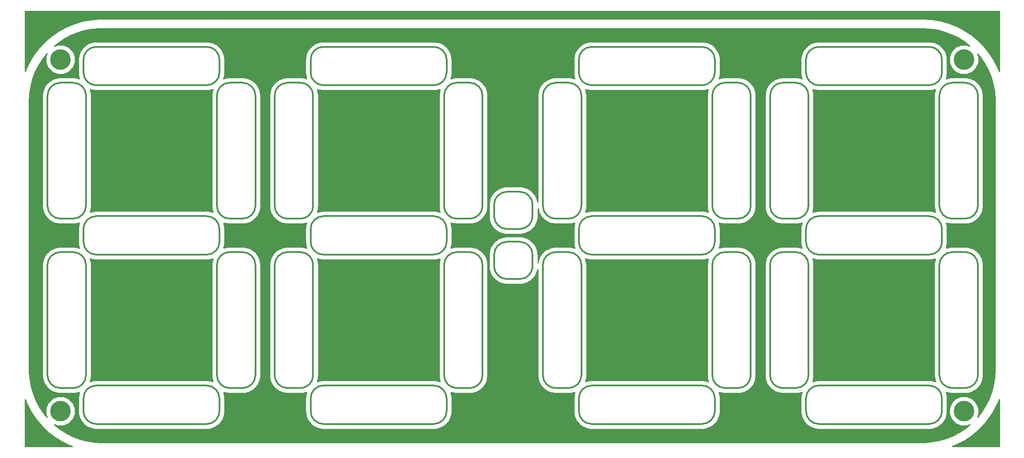
<source format=gbr>
G04 #@! TF.GenerationSoftware,KiCad,Pcbnew,(5.0.0)*
G04 #@! TF.CreationDate,2020-11-20T21:57:33-05:00*
G04 #@! TF.ProjectId,WS2812B Mini Clock top Layer,57533238313242204D696E6920436C6F,rev?*
G04 #@! TF.SameCoordinates,Original*
G04 #@! TF.FileFunction,Copper,L2,Bot,Signal*
G04 #@! TF.FilePolarity,Positive*
%FSLAX46Y46*%
G04 Gerber Fmt 4.6, Leading zero omitted, Abs format (unit mm)*
G04 Created by KiCad (PCBNEW (5.0.0)) date 11/20/20 21:57:33*
%MOMM*%
%LPD*%
G01*
G04 APERTURE LIST*
G04 #@! TA.AperFunction,EtchedComponent*
%ADD10C,0.300000*%
G04 #@! TD*
G04 #@! TA.AperFunction,ComponentPad*
%ADD11C,4.000000*%
G04 #@! TD*
G04 #@! TA.AperFunction,NonConductor*
%ADD12C,0.254000*%
G04 #@! TD*
G04 APERTURE END LIST*
D10*
G04 #@! TO.C,REF\002A\002A*
X136500000Y-107500000D02*
G75*
G02X139000000Y-105000000I2500000J0D01*
G01*
X139000000Y-105000000D02*
X141500000Y-105000000D01*
X141500000Y-105000000D02*
G75*
G02X144000000Y-107500000I0J-2500000D01*
G01*
X144000000Y-110000000D02*
X144000000Y-107750000D01*
X136500000Y-107750000D02*
X136500000Y-110000000D01*
X136500000Y-107500000D02*
X136500000Y-109750000D01*
X139000000Y-112250000D02*
G75*
G02X136500000Y-109750000I0J2500000D01*
G01*
X141500000Y-112250000D02*
X139000000Y-112250000D01*
X144000000Y-109750000D02*
G75*
G02X141500000Y-112250000I-2500000J0D01*
G01*
X144000000Y-109750000D02*
X144000000Y-107500000D01*
X80500000Y-67000000D02*
X59000000Y-67000000D01*
X56500000Y-69500000D02*
G75*
G02X59000000Y-67000000I2500000J0D01*
G01*
X56500000Y-72000000D02*
X56500000Y-69500000D01*
X80500000Y-67000000D02*
G75*
G02X83000000Y-69500000I0J-2500000D01*
G01*
X83000000Y-72000000D02*
G75*
G02X80500000Y-74500000I-2500000J0D01*
G01*
X59000000Y-74500000D02*
G75*
G02X56500000Y-72000000I0J2500000D01*
G01*
X83000000Y-69500000D02*
X83000000Y-72000000D01*
X59000000Y-74500000D02*
X80500000Y-74500000D01*
X49500000Y-76500000D02*
X49500000Y-98000000D01*
X54500000Y-100500000D02*
X52000000Y-100500000D01*
X49500000Y-76500000D02*
G75*
G02X52000000Y-74000000I2500000J0D01*
G01*
X52000000Y-100500000D02*
G75*
G02X49500000Y-98000000I0J2500000D01*
G01*
X57000000Y-98000000D02*
G75*
G02X54500000Y-100500000I-2500000J0D01*
G01*
X52000000Y-74000000D02*
X54500000Y-74000000D01*
X54500000Y-74000000D02*
G75*
G02X57000000Y-76500000I0J-2500000D01*
G01*
X57000000Y-98000000D02*
X57000000Y-76500000D01*
X59000000Y-140500000D02*
X80500000Y-140500000D01*
X83000000Y-138000000D02*
G75*
G02X80500000Y-140500000I-2500000J0D01*
G01*
X83000000Y-135500000D02*
X83000000Y-138000000D01*
X59000000Y-140500000D02*
G75*
G02X56500000Y-138000000I0J2500000D01*
G01*
X56500000Y-135500000D02*
G75*
G02X59000000Y-133000000I2500000J0D01*
G01*
X80500000Y-133000000D02*
G75*
G02X83000000Y-135500000I0J-2500000D01*
G01*
X56500000Y-138000000D02*
X56500000Y-135500000D01*
X80500000Y-133000000D02*
X59000000Y-133000000D01*
X82500000Y-76500000D02*
X82500000Y-98000000D01*
X85000000Y-100500000D02*
G75*
G02X82500000Y-98000000I0J2500000D01*
G01*
X87500000Y-100500000D02*
X85000000Y-100500000D01*
X82500000Y-76500000D02*
G75*
G02X85000000Y-74000000I2500000J0D01*
G01*
X87500000Y-74000000D02*
G75*
G02X90000000Y-76500000I0J-2500000D01*
G01*
X90000000Y-98000000D02*
G75*
G02X87500000Y-100500000I-2500000J0D01*
G01*
X85000000Y-74000000D02*
X87500000Y-74000000D01*
X90000000Y-98000000D02*
X90000000Y-76500000D01*
X59000000Y-107500000D02*
X80500000Y-107500000D01*
X83000000Y-102500000D02*
X83000000Y-105000000D01*
X59000000Y-107500000D02*
G75*
G02X56500000Y-105000000I0J2500000D01*
G01*
X83000000Y-105000000D02*
G75*
G02X80500000Y-107500000I-2500000J0D01*
G01*
X80500000Y-100000000D02*
G75*
G02X83000000Y-102500000I0J-2500000D01*
G01*
X56500000Y-105000000D02*
X56500000Y-102500000D01*
X56500000Y-102500000D02*
G75*
G02X59000000Y-100000000I2500000J0D01*
G01*
X80500000Y-100000000D02*
X59000000Y-100000000D01*
X57000000Y-131000000D02*
X57000000Y-109500000D01*
X54500000Y-107000000D02*
G75*
G02X57000000Y-109500000I0J-2500000D01*
G01*
X52000000Y-107000000D02*
X54500000Y-107000000D01*
X57000000Y-131000000D02*
G75*
G02X54500000Y-133500000I-2500000J0D01*
G01*
X52000000Y-133500000D02*
G75*
G02X49500000Y-131000000I0J2500000D01*
G01*
X49500000Y-109500000D02*
G75*
G02X52000000Y-107000000I2500000J0D01*
G01*
X54500000Y-133500000D02*
X52000000Y-133500000D01*
X49500000Y-109500000D02*
X49500000Y-131000000D01*
X90000000Y-131000000D02*
X90000000Y-109500000D01*
X85000000Y-107000000D02*
X87500000Y-107000000D01*
X90000000Y-131000000D02*
G75*
G02X87500000Y-133500000I-2500000J0D01*
G01*
X87500000Y-107000000D02*
G75*
G02X90000000Y-109500000I0J-2500000D01*
G01*
X82500000Y-109500000D02*
G75*
G02X85000000Y-107000000I2500000J0D01*
G01*
X87500000Y-133500000D02*
X85000000Y-133500000D01*
X85000000Y-133500000D02*
G75*
G02X82500000Y-131000000I0J2500000D01*
G01*
X82500000Y-109500000D02*
X82500000Y-131000000D01*
X124750000Y-67000000D02*
X103250000Y-67000000D01*
X100750000Y-69500000D02*
G75*
G02X103250000Y-67000000I2500000J0D01*
G01*
X100750000Y-72000000D02*
X100750000Y-69500000D01*
X124750000Y-67000000D02*
G75*
G02X127250000Y-69500000I0J-2500000D01*
G01*
X127250000Y-72000000D02*
G75*
G02X124750000Y-74500000I-2500000J0D01*
G01*
X103250000Y-74500000D02*
G75*
G02X100750000Y-72000000I0J2500000D01*
G01*
X127250000Y-69500000D02*
X127250000Y-72000000D01*
X103250000Y-74500000D02*
X124750000Y-74500000D01*
X93750000Y-76500000D02*
X93750000Y-98000000D01*
X98750000Y-100500000D02*
X96250000Y-100500000D01*
X93750000Y-76500000D02*
G75*
G02X96250000Y-74000000I2500000J0D01*
G01*
X96250000Y-100500000D02*
G75*
G02X93750000Y-98000000I0J2500000D01*
G01*
X101250000Y-98000000D02*
G75*
G02X98750000Y-100500000I-2500000J0D01*
G01*
X96250000Y-74000000D02*
X98750000Y-74000000D01*
X98750000Y-74000000D02*
G75*
G02X101250000Y-76500000I0J-2500000D01*
G01*
X101250000Y-98000000D02*
X101250000Y-76500000D01*
X103250000Y-140500000D02*
X124750000Y-140500000D01*
X127250000Y-138000000D02*
G75*
G02X124750000Y-140500000I-2500000J0D01*
G01*
X127250000Y-135500000D02*
X127250000Y-138000000D01*
X103250000Y-140500000D02*
G75*
G02X100750000Y-138000000I0J2500000D01*
G01*
X100750000Y-135500000D02*
G75*
G02X103250000Y-133000000I2500000J0D01*
G01*
X124750000Y-133000000D02*
G75*
G02X127250000Y-135500000I0J-2500000D01*
G01*
X100750000Y-138000000D02*
X100750000Y-135500000D01*
X124750000Y-133000000D02*
X103250000Y-133000000D01*
X126750000Y-76500000D02*
X126750000Y-98000000D01*
X129250000Y-100500000D02*
G75*
G02X126750000Y-98000000I0J2500000D01*
G01*
X131750000Y-100500000D02*
X129250000Y-100500000D01*
X126750000Y-76500000D02*
G75*
G02X129250000Y-74000000I2500000J0D01*
G01*
X131750000Y-74000000D02*
G75*
G02X134250000Y-76500000I0J-2500000D01*
G01*
X134250000Y-98000000D02*
G75*
G02X131750000Y-100500000I-2500000J0D01*
G01*
X129250000Y-74000000D02*
X131750000Y-74000000D01*
X134250000Y-98000000D02*
X134250000Y-76500000D01*
X103250000Y-107500000D02*
X124750000Y-107500000D01*
X127250000Y-102500000D02*
X127250000Y-105000000D01*
X103250000Y-107500000D02*
G75*
G02X100750000Y-105000000I0J2500000D01*
G01*
X127250000Y-105000000D02*
G75*
G02X124750000Y-107500000I-2500000J0D01*
G01*
X124750000Y-100000000D02*
G75*
G02X127250000Y-102500000I0J-2500000D01*
G01*
X100750000Y-105000000D02*
X100750000Y-102500000D01*
X100750000Y-102500000D02*
G75*
G02X103250000Y-100000000I2500000J0D01*
G01*
X124750000Y-100000000D02*
X103250000Y-100000000D01*
X101250000Y-131000000D02*
X101250000Y-109500000D01*
X98750000Y-107000000D02*
G75*
G02X101250000Y-109500000I0J-2500000D01*
G01*
X96250000Y-107000000D02*
X98750000Y-107000000D01*
X101250000Y-131000000D02*
G75*
G02X98750000Y-133500000I-2500000J0D01*
G01*
X96250000Y-133500000D02*
G75*
G02X93750000Y-131000000I0J2500000D01*
G01*
X93750000Y-109500000D02*
G75*
G02X96250000Y-107000000I2500000J0D01*
G01*
X98750000Y-133500000D02*
X96250000Y-133500000D01*
X93750000Y-109500000D02*
X93750000Y-131000000D01*
X134250000Y-131000000D02*
X134250000Y-109500000D01*
X129250000Y-107000000D02*
X131750000Y-107000000D01*
X134250000Y-131000000D02*
G75*
G02X131750000Y-133500000I-2500000J0D01*
G01*
X131750000Y-107000000D02*
G75*
G02X134250000Y-109500000I0J-2500000D01*
G01*
X126750000Y-109500000D02*
G75*
G02X129250000Y-107000000I2500000J0D01*
G01*
X131750000Y-133500000D02*
X129250000Y-133500000D01*
X129250000Y-133500000D02*
G75*
G02X126750000Y-131000000I0J2500000D01*
G01*
X126750000Y-109500000D02*
X126750000Y-131000000D01*
X177000000Y-67000000D02*
X155500000Y-67000000D01*
X153000000Y-69500000D02*
G75*
G02X155500000Y-67000000I2500000J0D01*
G01*
X153000000Y-72000000D02*
X153000000Y-69500000D01*
X177000000Y-67000000D02*
G75*
G02X179500000Y-69500000I0J-2500000D01*
G01*
X179500000Y-72000000D02*
G75*
G02X177000000Y-74500000I-2500000J0D01*
G01*
X155500000Y-74500000D02*
G75*
G02X153000000Y-72000000I0J2500000D01*
G01*
X179500000Y-69500000D02*
X179500000Y-72000000D01*
X155500000Y-74500000D02*
X177000000Y-74500000D01*
X146000000Y-76500000D02*
X146000000Y-98000000D01*
X151000000Y-100500000D02*
X148500000Y-100500000D01*
X146000000Y-76500000D02*
G75*
G02X148500000Y-74000000I2500000J0D01*
G01*
X148500000Y-100500000D02*
G75*
G02X146000000Y-98000000I0J2500000D01*
G01*
X153500000Y-98000000D02*
G75*
G02X151000000Y-100500000I-2500000J0D01*
G01*
X148500000Y-74000000D02*
X151000000Y-74000000D01*
X151000000Y-74000000D02*
G75*
G02X153500000Y-76500000I0J-2500000D01*
G01*
X153500000Y-98000000D02*
X153500000Y-76500000D01*
X155500000Y-140500000D02*
X177000000Y-140500000D01*
X179500000Y-138000000D02*
G75*
G02X177000000Y-140500000I-2500000J0D01*
G01*
X179500000Y-135500000D02*
X179500000Y-138000000D01*
X155500000Y-140500000D02*
G75*
G02X153000000Y-138000000I0J2500000D01*
G01*
X153000000Y-135500000D02*
G75*
G02X155500000Y-133000000I2500000J0D01*
G01*
X177000000Y-133000000D02*
G75*
G02X179500000Y-135500000I0J-2500000D01*
G01*
X153000000Y-138000000D02*
X153000000Y-135500000D01*
X177000000Y-133000000D02*
X155500000Y-133000000D01*
X179000000Y-76500000D02*
X179000000Y-98000000D01*
X181500000Y-100500000D02*
G75*
G02X179000000Y-98000000I0J2500000D01*
G01*
X184000000Y-100500000D02*
X181500000Y-100500000D01*
X179000000Y-76500000D02*
G75*
G02X181500000Y-74000000I2500000J0D01*
G01*
X184000000Y-74000000D02*
G75*
G02X186500000Y-76500000I0J-2500000D01*
G01*
X186500000Y-98000000D02*
G75*
G02X184000000Y-100500000I-2500000J0D01*
G01*
X181500000Y-74000000D02*
X184000000Y-74000000D01*
X186500000Y-98000000D02*
X186500000Y-76500000D01*
X155500000Y-107500000D02*
X177000000Y-107500000D01*
X179500000Y-102500000D02*
X179500000Y-105000000D01*
X155500000Y-107500000D02*
G75*
G02X153000000Y-105000000I0J2500000D01*
G01*
X179500000Y-105000000D02*
G75*
G02X177000000Y-107500000I-2500000J0D01*
G01*
X177000000Y-100000000D02*
G75*
G02X179500000Y-102500000I0J-2500000D01*
G01*
X153000000Y-105000000D02*
X153000000Y-102500000D01*
X153000000Y-102500000D02*
G75*
G02X155500000Y-100000000I2500000J0D01*
G01*
X177000000Y-100000000D02*
X155500000Y-100000000D01*
X153500000Y-131000000D02*
X153500000Y-109500000D01*
X151000000Y-107000000D02*
G75*
G02X153500000Y-109500000I0J-2500000D01*
G01*
X148500000Y-107000000D02*
X151000000Y-107000000D01*
X153500000Y-131000000D02*
G75*
G02X151000000Y-133500000I-2500000J0D01*
G01*
X148500000Y-133500000D02*
G75*
G02X146000000Y-131000000I0J2500000D01*
G01*
X146000000Y-109500000D02*
G75*
G02X148500000Y-107000000I2500000J0D01*
G01*
X151000000Y-133500000D02*
X148500000Y-133500000D01*
X146000000Y-109500000D02*
X146000000Y-131000000D01*
X186500000Y-131000000D02*
X186500000Y-109500000D01*
X181500000Y-107000000D02*
X184000000Y-107000000D01*
X186500000Y-131000000D02*
G75*
G02X184000000Y-133500000I-2500000J0D01*
G01*
X184000000Y-107000000D02*
G75*
G02X186500000Y-109500000I0J-2500000D01*
G01*
X179000000Y-109500000D02*
G75*
G02X181500000Y-107000000I2500000J0D01*
G01*
X184000000Y-133500000D02*
X181500000Y-133500000D01*
X181500000Y-133500000D02*
G75*
G02X179000000Y-131000000I0J2500000D01*
G01*
X179000000Y-109500000D02*
X179000000Y-131000000D01*
X221250000Y-67000000D02*
X199750000Y-67000000D01*
X197250000Y-69500000D02*
G75*
G02X199750000Y-67000000I2500000J0D01*
G01*
X197250000Y-72000000D02*
X197250000Y-69500000D01*
X221250000Y-67000000D02*
G75*
G02X223750000Y-69500000I0J-2500000D01*
G01*
X223750000Y-72000000D02*
G75*
G02X221250000Y-74500000I-2500000J0D01*
G01*
X199750000Y-74500000D02*
G75*
G02X197250000Y-72000000I0J2500000D01*
G01*
X223750000Y-69500000D02*
X223750000Y-72000000D01*
X199750000Y-74500000D02*
X221250000Y-74500000D01*
X190250000Y-76500000D02*
X190250000Y-98000000D01*
X195250000Y-100500000D02*
X192750000Y-100500000D01*
X190250000Y-76500000D02*
G75*
G02X192750000Y-74000000I2500000J0D01*
G01*
X192750000Y-100500000D02*
G75*
G02X190250000Y-98000000I0J2500000D01*
G01*
X197750000Y-98000000D02*
G75*
G02X195250000Y-100500000I-2500000J0D01*
G01*
X192750000Y-74000000D02*
X195250000Y-74000000D01*
X195250000Y-74000000D02*
G75*
G02X197750000Y-76500000I0J-2500000D01*
G01*
X197750000Y-98000000D02*
X197750000Y-76500000D01*
X223250000Y-76500000D02*
X223250000Y-98000000D01*
X225750000Y-100500000D02*
G75*
G02X223250000Y-98000000I0J2500000D01*
G01*
X228250000Y-100500000D02*
X225750000Y-100500000D01*
X223250000Y-76500000D02*
G75*
G02X225750000Y-74000000I2500000J0D01*
G01*
X228250000Y-74000000D02*
G75*
G02X230750000Y-76500000I0J-2500000D01*
G01*
X230750000Y-98000000D02*
G75*
G02X228250000Y-100500000I-2500000J0D01*
G01*
X225750000Y-74000000D02*
X228250000Y-74000000D01*
X230750000Y-98000000D02*
X230750000Y-76500000D01*
X199750000Y-107500000D02*
X221250000Y-107500000D01*
X223750000Y-102500000D02*
X223750000Y-105000000D01*
X199750000Y-107500000D02*
G75*
G02X197250000Y-105000000I0J2500000D01*
G01*
X223750000Y-105000000D02*
G75*
G02X221250000Y-107500000I-2500000J0D01*
G01*
X221250000Y-100000000D02*
G75*
G02X223750000Y-102500000I0J-2500000D01*
G01*
X197250000Y-105000000D02*
X197250000Y-102500000D01*
X197250000Y-102500000D02*
G75*
G02X199750000Y-100000000I2500000J0D01*
G01*
X221250000Y-100000000D02*
X199750000Y-100000000D01*
X197750000Y-131000000D02*
X197750000Y-109500000D01*
X195250000Y-107000000D02*
G75*
G02X197750000Y-109500000I0J-2500000D01*
G01*
X192750000Y-107000000D02*
X195250000Y-107000000D01*
X197750000Y-131000000D02*
G75*
G02X195250000Y-133500000I-2500000J0D01*
G01*
X192750000Y-133500000D02*
G75*
G02X190250000Y-131000000I0J2500000D01*
G01*
X190250000Y-109500000D02*
G75*
G02X192750000Y-107000000I2500000J0D01*
G01*
X195250000Y-133500000D02*
X192750000Y-133500000D01*
X190250000Y-109500000D02*
X190250000Y-131000000D01*
X199750000Y-140500000D02*
X221250000Y-140500000D01*
X223750000Y-138000000D02*
G75*
G02X221250000Y-140500000I-2500000J0D01*
G01*
X223750000Y-135500000D02*
X223750000Y-138000000D01*
X199750000Y-140500000D02*
G75*
G02X197250000Y-138000000I0J2500000D01*
G01*
X197250000Y-135500000D02*
G75*
G02X199750000Y-133000000I2500000J0D01*
G01*
X221250000Y-133000000D02*
G75*
G02X223750000Y-135500000I0J-2500000D01*
G01*
X197250000Y-138000000D02*
X197250000Y-135500000D01*
X221250000Y-133000000D02*
X199750000Y-133000000D01*
X230750000Y-131000000D02*
X230750000Y-109500000D01*
X225750000Y-107000000D02*
X228250000Y-107000000D01*
X230750000Y-131000000D02*
G75*
G02X228250000Y-133500000I-2500000J0D01*
G01*
X228250000Y-107000000D02*
G75*
G02X230750000Y-109500000I0J-2500000D01*
G01*
X223250000Y-109500000D02*
G75*
G02X225750000Y-107000000I2500000J0D01*
G01*
X228250000Y-133500000D02*
X225750000Y-133500000D01*
X225750000Y-133500000D02*
G75*
G02X223250000Y-131000000I0J2500000D01*
G01*
X223250000Y-109500000D02*
X223250000Y-131000000D01*
X144000000Y-100000000D02*
X144000000Y-97750000D01*
X144000000Y-100000000D02*
G75*
G02X141500000Y-102500000I-2500000J0D01*
G01*
X141500000Y-102500000D02*
X139000000Y-102500000D01*
X139000000Y-102500000D02*
G75*
G02X136500000Y-100000000I0J2500000D01*
G01*
X136500000Y-97750000D02*
X136500000Y-100000000D01*
X136500000Y-98000000D02*
X136500000Y-100250000D01*
X144000000Y-100250000D02*
X144000000Y-98000000D01*
X141500000Y-95250000D02*
G75*
G02X144000000Y-97750000I0J-2500000D01*
G01*
X139000000Y-95250000D02*
X141500000Y-95250000D01*
X136500000Y-97750000D02*
G75*
G02X139000000Y-95250000I2500000J0D01*
G01*
G04 #@! TD*
D11*
G04 #@! TO.P,REF3,1*
G04 #@! TO.N,N/C*
X228000000Y-69500000D03*
G04 #@! TD*
G04 #@! TO.P,REF4,1*
G04 #@! TO.N,N/C*
X228000000Y-138000000D03*
G04 #@! TD*
G04 #@! TO.P,REF2,1*
G04 #@! TO.N,N/C*
X52000000Y-69500000D03*
G04 #@! TD*
G04 #@! TO.P,REF\002A\002A,1*
G04 #@! TO.N,N/C*
X52000000Y-138000000D03*
G04 #@! TD*
D12*
G36*
X234873000Y-144873000D02*
X225720327Y-144873000D01*
X226721927Y-144465274D01*
X226743750Y-144455052D01*
X226766076Y-144445986D01*
X226810646Y-144423715D01*
X226810662Y-144423708D01*
X226810670Y-144423703D01*
X228173241Y-143697686D01*
X228193895Y-143685275D01*
X228215175Y-143673961D01*
X228257234Y-143647218D01*
X229537966Y-142784978D01*
X229557243Y-142770504D01*
X229577238Y-142757068D01*
X229616325Y-142726144D01*
X230801642Y-141736822D01*
X230819324Y-141720448D01*
X230837838Y-141705023D01*
X230873540Y-141670244D01*
X231950882Y-140564321D01*
X231966787Y-140546216D01*
X231983616Y-140528971D01*
X232015554Y-140490707D01*
X232973509Y-139279899D01*
X232987469Y-139260255D01*
X233002437Y-139241370D01*
X233030272Y-139200026D01*
X233858690Y-137897161D01*
X233870558Y-137876185D01*
X233883504Y-137855863D01*
X233906941Y-137811877D01*
X234597047Y-136430759D01*
X234606696Y-136408674D01*
X234617485Y-136387128D01*
X234636277Y-136340966D01*
X234873000Y-135712839D01*
X234873000Y-144873000D01*
X234873000Y-144873000D01*
G37*
X234873000Y-144873000D02*
X225720327Y-144873000D01*
X226721927Y-144465274D01*
X226743750Y-144455052D01*
X226766076Y-144445986D01*
X226810646Y-144423715D01*
X226810662Y-144423708D01*
X226810670Y-144423703D01*
X228173241Y-143697686D01*
X228193895Y-143685275D01*
X228215175Y-143673961D01*
X228257234Y-143647218D01*
X229537966Y-142784978D01*
X229557243Y-142770504D01*
X229577238Y-142757068D01*
X229616325Y-142726144D01*
X230801642Y-141736822D01*
X230819324Y-141720448D01*
X230837838Y-141705023D01*
X230873540Y-141670244D01*
X231950882Y-140564321D01*
X231966787Y-140546216D01*
X231983616Y-140528971D01*
X232015554Y-140490707D01*
X232973509Y-139279899D01*
X232987469Y-139260255D01*
X233002437Y-139241370D01*
X233030272Y-139200026D01*
X233858690Y-137897161D01*
X233870558Y-137876185D01*
X233883504Y-137855863D01*
X233906941Y-137811877D01*
X234597047Y-136430759D01*
X234606696Y-136408674D01*
X234617485Y-136387128D01*
X234636277Y-136340966D01*
X234873000Y-135712839D01*
X234873000Y-144873000D01*
G36*
X45534726Y-136721927D02*
X45544948Y-136743750D01*
X45554014Y-136766076D01*
X45576285Y-136810646D01*
X45576292Y-136810662D01*
X45576297Y-136810670D01*
X46302314Y-138173241D01*
X46314725Y-138193895D01*
X46326039Y-138215175D01*
X46352782Y-138257234D01*
X47215022Y-139537966D01*
X47229496Y-139557243D01*
X47242932Y-139577238D01*
X47273856Y-139616325D01*
X48263178Y-140801642D01*
X48279552Y-140819324D01*
X48294977Y-140837838D01*
X48329756Y-140873540D01*
X49435679Y-141950882D01*
X49453784Y-141966787D01*
X49471029Y-141983616D01*
X49509293Y-142015554D01*
X50720101Y-142973509D01*
X50739745Y-142987469D01*
X50758630Y-143002437D01*
X50799974Y-143030272D01*
X52102839Y-143858690D01*
X52123815Y-143870558D01*
X52144137Y-143883504D01*
X52188123Y-143906941D01*
X53569241Y-144597047D01*
X53591326Y-144606696D01*
X53612872Y-144617485D01*
X53659019Y-144636271D01*
X53659033Y-144636277D01*
X53659040Y-144636279D01*
X54287161Y-144873000D01*
X45127000Y-144873000D01*
X45127000Y-135720328D01*
X45534726Y-136721927D01*
X45534726Y-136721927D01*
G37*
X45534726Y-136721927D02*
X45544948Y-136743750D01*
X45554014Y-136766076D01*
X45576285Y-136810646D01*
X45576292Y-136810662D01*
X45576297Y-136810670D01*
X46302314Y-138173241D01*
X46314725Y-138193895D01*
X46326039Y-138215175D01*
X46352782Y-138257234D01*
X47215022Y-139537966D01*
X47229496Y-139557243D01*
X47242932Y-139577238D01*
X47273856Y-139616325D01*
X48263178Y-140801642D01*
X48279552Y-140819324D01*
X48294977Y-140837838D01*
X48329756Y-140873540D01*
X49435679Y-141950882D01*
X49453784Y-141966787D01*
X49471029Y-141983616D01*
X49509293Y-142015554D01*
X50720101Y-142973509D01*
X50739745Y-142987469D01*
X50758630Y-143002437D01*
X50799974Y-143030272D01*
X52102839Y-143858690D01*
X52123815Y-143870558D01*
X52144137Y-143883504D01*
X52188123Y-143906941D01*
X53569241Y-144597047D01*
X53591326Y-144606696D01*
X53612872Y-144617485D01*
X53659019Y-144636271D01*
X53659033Y-144636277D01*
X53659040Y-144636279D01*
X54287161Y-144873000D01*
X45127000Y-144873000D01*
X45127000Y-135720328D01*
X45534726Y-136721927D01*
G36*
X221443896Y-63527671D02*
X222872500Y-63750107D01*
X224270674Y-64118216D01*
X225623600Y-64628095D01*
X226916941Y-65274341D01*
X228137007Y-66050112D01*
X229178495Y-66874106D01*
X228572271Y-66623000D01*
X227427729Y-66623000D01*
X226370310Y-67060997D01*
X225560997Y-67870310D01*
X225123000Y-68927729D01*
X225123000Y-70072271D01*
X225560997Y-71129690D01*
X226370310Y-71939003D01*
X227427729Y-72377000D01*
X228572271Y-72377000D01*
X229629690Y-71939003D01*
X230439003Y-71129690D01*
X230877000Y-70072271D01*
X230877000Y-68927729D01*
X230640052Y-68355686D01*
X231232958Y-69066053D01*
X232040404Y-70265396D01*
X232720289Y-71541387D01*
X233265405Y-72880492D01*
X233669987Y-74268553D01*
X233929744Y-75690846D01*
X234043345Y-77150559D01*
X234048000Y-77506197D01*
X234048001Y-129975476D01*
X233972329Y-131443896D01*
X233749893Y-132872500D01*
X233381783Y-134270677D01*
X232871908Y-135623592D01*
X232225658Y-136916941D01*
X231449888Y-138137007D01*
X230625895Y-139178493D01*
X230877000Y-138572271D01*
X230877000Y-137427729D01*
X230439003Y-136370310D01*
X229629690Y-135560997D01*
X228572271Y-135123000D01*
X227427729Y-135123000D01*
X226370310Y-135560997D01*
X225560997Y-136370310D01*
X225123000Y-137427729D01*
X225123000Y-138572271D01*
X225560997Y-139629690D01*
X226370310Y-140439003D01*
X227427729Y-140877000D01*
X228572271Y-140877000D01*
X229144314Y-140640052D01*
X228433947Y-141232958D01*
X227234604Y-142040404D01*
X225958613Y-142720289D01*
X224619511Y-143265404D01*
X223231447Y-143669987D01*
X221809154Y-143929744D01*
X220349441Y-144043345D01*
X219993803Y-144048000D01*
X60024505Y-144048000D01*
X58556104Y-143972329D01*
X57127500Y-143749893D01*
X55729323Y-143381783D01*
X54376408Y-142871908D01*
X53083059Y-142225658D01*
X51862993Y-141449888D01*
X50821507Y-140625895D01*
X51427729Y-140877000D01*
X52572271Y-140877000D01*
X53629690Y-140439003D01*
X54439003Y-139629690D01*
X54877000Y-138572271D01*
X54877000Y-137427729D01*
X54439003Y-136370310D01*
X53629690Y-135560997D01*
X52572271Y-135123000D01*
X51427729Y-135123000D01*
X50370310Y-135560997D01*
X49560997Y-136370310D01*
X49123000Y-137427729D01*
X49123000Y-138572271D01*
X49359948Y-139144314D01*
X48767042Y-138433947D01*
X47959596Y-137234604D01*
X47279711Y-135958613D01*
X46734596Y-134619511D01*
X46330013Y-133231447D01*
X46070256Y-131809154D01*
X45956655Y-130349441D01*
X45952000Y-129993803D01*
X45952000Y-77524505D01*
X46010008Y-76398851D01*
X48473000Y-76398851D01*
X48473001Y-98101150D01*
X48476173Y-98117097D01*
X48478440Y-98189233D01*
X48480978Y-98205260D01*
X48479959Y-98221463D01*
X48496124Y-98349417D01*
X48613550Y-98964983D01*
X48633517Y-99026436D01*
X48645624Y-99089902D01*
X48693101Y-99209816D01*
X48959922Y-99776841D01*
X48994544Y-99831397D01*
X49022055Y-99889861D01*
X49097855Y-99994190D01*
X49097862Y-99994201D01*
X49097866Y-99994205D01*
X49497314Y-100477056D01*
X49544421Y-100521292D01*
X49585603Y-100571073D01*
X49684977Y-100653283D01*
X50191961Y-101021628D01*
X50248584Y-101052757D01*
X50300855Y-101090734D01*
X50417546Y-101145644D01*
X50417553Y-101145648D01*
X50417557Y-101145649D01*
X51000211Y-101376339D01*
X51062798Y-101392408D01*
X51122871Y-101416193D01*
X51249558Y-101440360D01*
X51835261Y-101514351D01*
X51898850Y-101527000D01*
X54601150Y-101527000D01*
X54617103Y-101523827D01*
X54689233Y-101521560D01*
X54705260Y-101519022D01*
X54721463Y-101520041D01*
X54849417Y-101503876D01*
X55464983Y-101386450D01*
X55526436Y-101366483D01*
X55589902Y-101354376D01*
X55698412Y-101311414D01*
X55623662Y-101500211D01*
X55607593Y-101562794D01*
X55583807Y-101622871D01*
X55559640Y-101749558D01*
X55485647Y-102335274D01*
X55473001Y-102398850D01*
X55473000Y-105101149D01*
X55476173Y-105117102D01*
X55478440Y-105189233D01*
X55480978Y-105205260D01*
X55479959Y-105221463D01*
X55496124Y-105349417D01*
X55613550Y-105964983D01*
X55633517Y-106026436D01*
X55645624Y-106089902D01*
X55688586Y-106198412D01*
X55499789Y-106123662D01*
X55437206Y-106107593D01*
X55377129Y-106083807D01*
X55250442Y-106059640D01*
X54664739Y-105985649D01*
X54601150Y-105973000D01*
X51898850Y-105973000D01*
X51882897Y-105976173D01*
X51810766Y-105978440D01*
X51794739Y-105980978D01*
X51778537Y-105979959D01*
X51650583Y-105996124D01*
X51035017Y-106113550D01*
X50973564Y-106133517D01*
X50910098Y-106145624D01*
X50790183Y-106193101D01*
X50223159Y-106459922D01*
X50168603Y-106494544D01*
X50110139Y-106522055D01*
X50005810Y-106597855D01*
X50005799Y-106597862D01*
X50005795Y-106597866D01*
X49522944Y-106997315D01*
X49478713Y-107044416D01*
X49428926Y-107085603D01*
X49346724Y-107184969D01*
X49346717Y-107184976D01*
X49346715Y-107184980D01*
X48978372Y-107691961D01*
X48947243Y-107748584D01*
X48909266Y-107800855D01*
X48854356Y-107917546D01*
X48854352Y-107917553D01*
X48854351Y-107917557D01*
X48623662Y-108500211D01*
X48607593Y-108562794D01*
X48583807Y-108622871D01*
X48559640Y-108749558D01*
X48485648Y-109335263D01*
X48473000Y-109398851D01*
X48473001Y-131101150D01*
X48476173Y-131117097D01*
X48478440Y-131189233D01*
X48480978Y-131205260D01*
X48479959Y-131221463D01*
X48496124Y-131349417D01*
X48613550Y-131964983D01*
X48633517Y-132026436D01*
X48645624Y-132089902D01*
X48693101Y-132209816D01*
X48959922Y-132776841D01*
X48994544Y-132831397D01*
X49022055Y-132889861D01*
X49097855Y-132994190D01*
X49097862Y-132994201D01*
X49097866Y-132994205D01*
X49497314Y-133477056D01*
X49544421Y-133521292D01*
X49585603Y-133571073D01*
X49684977Y-133653283D01*
X50191961Y-134021628D01*
X50248584Y-134052757D01*
X50300855Y-134090734D01*
X50417546Y-134145644D01*
X50417553Y-134145648D01*
X50417557Y-134145649D01*
X51000211Y-134376339D01*
X51062798Y-134392408D01*
X51122871Y-134416193D01*
X51249558Y-134440360D01*
X51835261Y-134514351D01*
X51898850Y-134527000D01*
X54601150Y-134527000D01*
X54617103Y-134523827D01*
X54689233Y-134521560D01*
X54705260Y-134519022D01*
X54721463Y-134520041D01*
X54849417Y-134503876D01*
X55464983Y-134386450D01*
X55526436Y-134366483D01*
X55589902Y-134354376D01*
X55698412Y-134311414D01*
X55623662Y-134500211D01*
X55607593Y-134562794D01*
X55583807Y-134622871D01*
X55559640Y-134749558D01*
X55485647Y-135335274D01*
X55473001Y-135398850D01*
X55473000Y-138101149D01*
X55476173Y-138117102D01*
X55478440Y-138189233D01*
X55480978Y-138205260D01*
X55479959Y-138221463D01*
X55496124Y-138349417D01*
X55613550Y-138964983D01*
X55633517Y-139026436D01*
X55645624Y-139089902D01*
X55693101Y-139209816D01*
X55959922Y-139776841D01*
X55994544Y-139831397D01*
X56022055Y-139889861D01*
X56097855Y-139994190D01*
X56097862Y-139994201D01*
X56097866Y-139994205D01*
X56497314Y-140477056D01*
X56544421Y-140521292D01*
X56585603Y-140571073D01*
X56684977Y-140653283D01*
X57191961Y-141021628D01*
X57248584Y-141052757D01*
X57300855Y-141090734D01*
X57417546Y-141145644D01*
X57417553Y-141145648D01*
X57417557Y-141145649D01*
X58000211Y-141376339D01*
X58062798Y-141392408D01*
X58122871Y-141416193D01*
X58249558Y-141440360D01*
X58835261Y-141514351D01*
X58898850Y-141527000D01*
X80601150Y-141527000D01*
X80617103Y-141523827D01*
X80689233Y-141521560D01*
X80705260Y-141519022D01*
X80721463Y-141520041D01*
X80849417Y-141503876D01*
X81464983Y-141386450D01*
X81526436Y-141366483D01*
X81589902Y-141354376D01*
X81709816Y-141306899D01*
X82276841Y-141040078D01*
X82331397Y-141005456D01*
X82389861Y-140977945D01*
X82494190Y-140902145D01*
X82494201Y-140902138D01*
X82494205Y-140902134D01*
X82977056Y-140502686D01*
X83021292Y-140455579D01*
X83071073Y-140414397D01*
X83153283Y-140315023D01*
X83521628Y-139808039D01*
X83552757Y-139751416D01*
X83590734Y-139699145D01*
X83645647Y-139582448D01*
X83645648Y-139582447D01*
X83645649Y-139582443D01*
X83876339Y-138999789D01*
X83892408Y-138937202D01*
X83916193Y-138877129D01*
X83940360Y-138750442D01*
X84014351Y-138164739D01*
X84027000Y-138101150D01*
X84027000Y-135398850D01*
X84023827Y-135382897D01*
X84021560Y-135310766D01*
X84019022Y-135294739D01*
X84020041Y-135278537D01*
X84003876Y-135150583D01*
X83886450Y-134535017D01*
X83866483Y-134473564D01*
X83854376Y-134410098D01*
X83811415Y-134301589D01*
X84000211Y-134376339D01*
X84062798Y-134392408D01*
X84122871Y-134416193D01*
X84249558Y-134440360D01*
X84835261Y-134514351D01*
X84898850Y-134527000D01*
X87601150Y-134527000D01*
X87617103Y-134523827D01*
X87689233Y-134521560D01*
X87705260Y-134519022D01*
X87721463Y-134520041D01*
X87849417Y-134503876D01*
X88464983Y-134386450D01*
X88526436Y-134366483D01*
X88589902Y-134354376D01*
X88709816Y-134306899D01*
X89276841Y-134040078D01*
X89331397Y-134005456D01*
X89389861Y-133977945D01*
X89494190Y-133902145D01*
X89494201Y-133902138D01*
X89494205Y-133902134D01*
X89977056Y-133502686D01*
X90021292Y-133455579D01*
X90071073Y-133414397D01*
X90153283Y-133315023D01*
X90521628Y-132808039D01*
X90552757Y-132751416D01*
X90590734Y-132699145D01*
X90645647Y-132582448D01*
X90645648Y-132582447D01*
X90645649Y-132582443D01*
X90876339Y-131999789D01*
X90892408Y-131937202D01*
X90916193Y-131877129D01*
X90940360Y-131750442D01*
X91014351Y-131164739D01*
X91027000Y-131101150D01*
X91027000Y-109398850D01*
X91023827Y-109382897D01*
X91021560Y-109310766D01*
X91019022Y-109294739D01*
X91020041Y-109278537D01*
X91003876Y-109150583D01*
X90886450Y-108535017D01*
X90866483Y-108473564D01*
X90854376Y-108410098D01*
X90806899Y-108290183D01*
X90540078Y-107723159D01*
X90505456Y-107668603D01*
X90477945Y-107610139D01*
X90402145Y-107505810D01*
X90402138Y-107505799D01*
X90402134Y-107505795D01*
X90002685Y-107022944D01*
X89955584Y-106978713D01*
X89914397Y-106928926D01*
X89815031Y-106846724D01*
X89815024Y-106846717D01*
X89815020Y-106846715D01*
X89308039Y-106478372D01*
X89251416Y-106447243D01*
X89199145Y-106409266D01*
X89082454Y-106354356D01*
X89082447Y-106354352D01*
X89082443Y-106354351D01*
X88499789Y-106123662D01*
X88437206Y-106107593D01*
X88377129Y-106083807D01*
X88250442Y-106059640D01*
X87664739Y-105985649D01*
X87601150Y-105973000D01*
X84898850Y-105973000D01*
X84882897Y-105976173D01*
X84810766Y-105978440D01*
X84794739Y-105980978D01*
X84778537Y-105979959D01*
X84650583Y-105996124D01*
X84035017Y-106113550D01*
X83973564Y-106133517D01*
X83910098Y-106145624D01*
X83801589Y-106188585D01*
X83876339Y-105999789D01*
X83892408Y-105937202D01*
X83916193Y-105877129D01*
X83940360Y-105750442D01*
X84014351Y-105164739D01*
X84027000Y-105101150D01*
X84027000Y-102398850D01*
X84023827Y-102382897D01*
X84021560Y-102310766D01*
X84019022Y-102294739D01*
X84020041Y-102278537D01*
X84003876Y-102150583D01*
X83886450Y-101535017D01*
X83866483Y-101473564D01*
X83854376Y-101410098D01*
X83811415Y-101301589D01*
X84000211Y-101376339D01*
X84062798Y-101392408D01*
X84122871Y-101416193D01*
X84249558Y-101440360D01*
X84835261Y-101514351D01*
X84898850Y-101527000D01*
X87601150Y-101527000D01*
X87617103Y-101523827D01*
X87689233Y-101521560D01*
X87705260Y-101519022D01*
X87721463Y-101520041D01*
X87849417Y-101503876D01*
X88464983Y-101386450D01*
X88526436Y-101366483D01*
X88589902Y-101354376D01*
X88709816Y-101306899D01*
X89276841Y-101040078D01*
X89331397Y-101005456D01*
X89389861Y-100977945D01*
X89494190Y-100902145D01*
X89494201Y-100902138D01*
X89494205Y-100902134D01*
X89977056Y-100502686D01*
X90021292Y-100455579D01*
X90071073Y-100414397D01*
X90153283Y-100315023D01*
X90521628Y-99808039D01*
X90552757Y-99751416D01*
X90590734Y-99699145D01*
X90645647Y-99582448D01*
X90645648Y-99582447D01*
X90645649Y-99582443D01*
X90876339Y-98999789D01*
X90892408Y-98937202D01*
X90916193Y-98877129D01*
X90940360Y-98750442D01*
X91014351Y-98164739D01*
X91027000Y-98101150D01*
X91027000Y-76398851D01*
X92723000Y-76398851D01*
X92723001Y-98101150D01*
X92726173Y-98117097D01*
X92728440Y-98189233D01*
X92730978Y-98205260D01*
X92729959Y-98221463D01*
X92746124Y-98349417D01*
X92863550Y-98964983D01*
X92883517Y-99026436D01*
X92895624Y-99089902D01*
X92943101Y-99209816D01*
X93209922Y-99776841D01*
X93244544Y-99831397D01*
X93272055Y-99889861D01*
X93347855Y-99994190D01*
X93347862Y-99994201D01*
X93347866Y-99994205D01*
X93747314Y-100477056D01*
X93794421Y-100521292D01*
X93835603Y-100571073D01*
X93934977Y-100653283D01*
X94441961Y-101021628D01*
X94498584Y-101052757D01*
X94550855Y-101090734D01*
X94667546Y-101145644D01*
X94667553Y-101145648D01*
X94667557Y-101145649D01*
X95250211Y-101376339D01*
X95312798Y-101392408D01*
X95372871Y-101416193D01*
X95499558Y-101440360D01*
X96085261Y-101514351D01*
X96148850Y-101527000D01*
X98851150Y-101527000D01*
X98867103Y-101523827D01*
X98939233Y-101521560D01*
X98955260Y-101519022D01*
X98971463Y-101520041D01*
X99099417Y-101503876D01*
X99714983Y-101386450D01*
X99776436Y-101366483D01*
X99839902Y-101354376D01*
X99948412Y-101311414D01*
X99873662Y-101500211D01*
X99857593Y-101562794D01*
X99833807Y-101622871D01*
X99809640Y-101749558D01*
X99735647Y-102335274D01*
X99723001Y-102398850D01*
X99723000Y-105101149D01*
X99726173Y-105117102D01*
X99728440Y-105189233D01*
X99730978Y-105205260D01*
X99729959Y-105221463D01*
X99746124Y-105349417D01*
X99863550Y-105964983D01*
X99883517Y-106026436D01*
X99895624Y-106089902D01*
X99938586Y-106198412D01*
X99749789Y-106123662D01*
X99687206Y-106107593D01*
X99627129Y-106083807D01*
X99500442Y-106059640D01*
X98914739Y-105985649D01*
X98851150Y-105973000D01*
X96148850Y-105973000D01*
X96132897Y-105976173D01*
X96060766Y-105978440D01*
X96044739Y-105980978D01*
X96028537Y-105979959D01*
X95900583Y-105996124D01*
X95285017Y-106113550D01*
X95223564Y-106133517D01*
X95160098Y-106145624D01*
X95040183Y-106193101D01*
X94473159Y-106459922D01*
X94418603Y-106494544D01*
X94360139Y-106522055D01*
X94255810Y-106597855D01*
X94255799Y-106597862D01*
X94255795Y-106597866D01*
X93772944Y-106997315D01*
X93728713Y-107044416D01*
X93678926Y-107085603D01*
X93596724Y-107184969D01*
X93596717Y-107184976D01*
X93596715Y-107184980D01*
X93228372Y-107691961D01*
X93197243Y-107748584D01*
X93159266Y-107800855D01*
X93104356Y-107917546D01*
X93104352Y-107917553D01*
X93104351Y-107917557D01*
X92873662Y-108500211D01*
X92857593Y-108562794D01*
X92833807Y-108622871D01*
X92809640Y-108749558D01*
X92735648Y-109335263D01*
X92723000Y-109398851D01*
X92723001Y-131101150D01*
X92726173Y-131117097D01*
X92728440Y-131189233D01*
X92730978Y-131205260D01*
X92729959Y-131221463D01*
X92746124Y-131349417D01*
X92863550Y-131964983D01*
X92883517Y-132026436D01*
X92895624Y-132089902D01*
X92943101Y-132209816D01*
X93209922Y-132776841D01*
X93244544Y-132831397D01*
X93272055Y-132889861D01*
X93347855Y-132994190D01*
X93347862Y-132994201D01*
X93347866Y-132994205D01*
X93747314Y-133477056D01*
X93794421Y-133521292D01*
X93835603Y-133571073D01*
X93934977Y-133653283D01*
X94441961Y-134021628D01*
X94498584Y-134052757D01*
X94550855Y-134090734D01*
X94667546Y-134145644D01*
X94667553Y-134145648D01*
X94667557Y-134145649D01*
X95250211Y-134376339D01*
X95312798Y-134392408D01*
X95372871Y-134416193D01*
X95499558Y-134440360D01*
X96085261Y-134514351D01*
X96148850Y-134527000D01*
X98851150Y-134527000D01*
X98867103Y-134523827D01*
X98939233Y-134521560D01*
X98955260Y-134519022D01*
X98971463Y-134520041D01*
X99099417Y-134503876D01*
X99714983Y-134386450D01*
X99776436Y-134366483D01*
X99839902Y-134354376D01*
X99948412Y-134311414D01*
X99873662Y-134500211D01*
X99857593Y-134562794D01*
X99833807Y-134622871D01*
X99809640Y-134749558D01*
X99735647Y-135335274D01*
X99723001Y-135398850D01*
X99723000Y-138101149D01*
X99726173Y-138117102D01*
X99728440Y-138189233D01*
X99730978Y-138205260D01*
X99729959Y-138221463D01*
X99746124Y-138349417D01*
X99863550Y-138964983D01*
X99883517Y-139026436D01*
X99895624Y-139089902D01*
X99943101Y-139209816D01*
X100209922Y-139776841D01*
X100244544Y-139831397D01*
X100272055Y-139889861D01*
X100347855Y-139994190D01*
X100347862Y-139994201D01*
X100347866Y-139994205D01*
X100747314Y-140477056D01*
X100794421Y-140521292D01*
X100835603Y-140571073D01*
X100934977Y-140653283D01*
X101441961Y-141021628D01*
X101498584Y-141052757D01*
X101550855Y-141090734D01*
X101667546Y-141145644D01*
X101667553Y-141145648D01*
X101667557Y-141145649D01*
X102250211Y-141376339D01*
X102312798Y-141392408D01*
X102372871Y-141416193D01*
X102499558Y-141440360D01*
X103085261Y-141514351D01*
X103148850Y-141527000D01*
X124851150Y-141527000D01*
X124867103Y-141523827D01*
X124939233Y-141521560D01*
X124955260Y-141519022D01*
X124971463Y-141520041D01*
X125099417Y-141503876D01*
X125714983Y-141386450D01*
X125776436Y-141366483D01*
X125839902Y-141354376D01*
X125959816Y-141306899D01*
X126526841Y-141040078D01*
X126581397Y-141005456D01*
X126639861Y-140977945D01*
X126744190Y-140902145D01*
X126744201Y-140902138D01*
X126744205Y-140902134D01*
X127227056Y-140502686D01*
X127271292Y-140455579D01*
X127321073Y-140414397D01*
X127403283Y-140315023D01*
X127771628Y-139808039D01*
X127802757Y-139751416D01*
X127840734Y-139699145D01*
X127895647Y-139582448D01*
X127895648Y-139582447D01*
X127895649Y-139582443D01*
X128126339Y-138999789D01*
X128142408Y-138937202D01*
X128166193Y-138877129D01*
X128190360Y-138750442D01*
X128264351Y-138164739D01*
X128277000Y-138101150D01*
X128277000Y-135398850D01*
X128273827Y-135382897D01*
X128271560Y-135310766D01*
X128269022Y-135294739D01*
X128270041Y-135278537D01*
X128253876Y-135150583D01*
X128136450Y-134535017D01*
X128116483Y-134473564D01*
X128104376Y-134410098D01*
X128061415Y-134301589D01*
X128250211Y-134376339D01*
X128312798Y-134392408D01*
X128372871Y-134416193D01*
X128499558Y-134440360D01*
X129085261Y-134514351D01*
X129148850Y-134527000D01*
X131851150Y-134527000D01*
X131867103Y-134523827D01*
X131939233Y-134521560D01*
X131955260Y-134519022D01*
X131971463Y-134520041D01*
X132099417Y-134503876D01*
X132714983Y-134386450D01*
X132776436Y-134366483D01*
X132839902Y-134354376D01*
X132959816Y-134306899D01*
X133526841Y-134040078D01*
X133581397Y-134005456D01*
X133639861Y-133977945D01*
X133744190Y-133902145D01*
X133744201Y-133902138D01*
X133744205Y-133902134D01*
X134227056Y-133502686D01*
X134271292Y-133455579D01*
X134321073Y-133414397D01*
X134403283Y-133315023D01*
X134771628Y-132808039D01*
X134802757Y-132751416D01*
X134840734Y-132699145D01*
X134895647Y-132582448D01*
X134895648Y-132582447D01*
X134895649Y-132582443D01*
X135126339Y-131999789D01*
X135142408Y-131937202D01*
X135166193Y-131877129D01*
X135190360Y-131750442D01*
X135264351Y-131164739D01*
X135277000Y-131101150D01*
X135277000Y-109398850D01*
X135273827Y-109382897D01*
X135271560Y-109310766D01*
X135269022Y-109294739D01*
X135270041Y-109278537D01*
X135253876Y-109150583D01*
X135136450Y-108535017D01*
X135116483Y-108473564D01*
X135104376Y-108410098D01*
X135056899Y-108290183D01*
X134790078Y-107723159D01*
X134755456Y-107668603D01*
X134727945Y-107610139D01*
X134652145Y-107505810D01*
X134652138Y-107505799D01*
X134652134Y-107505795D01*
X134252685Y-107022944D01*
X134205584Y-106978713D01*
X134164397Y-106928926D01*
X134065031Y-106846724D01*
X134065024Y-106846717D01*
X134065020Y-106846715D01*
X133558039Y-106478372D01*
X133501416Y-106447243D01*
X133449145Y-106409266D01*
X133332454Y-106354356D01*
X133332447Y-106354352D01*
X133332443Y-106354351D01*
X132749789Y-106123662D01*
X132687206Y-106107593D01*
X132627129Y-106083807D01*
X132500442Y-106059640D01*
X131914739Y-105985649D01*
X131851150Y-105973000D01*
X129148850Y-105973000D01*
X129132897Y-105976173D01*
X129060766Y-105978440D01*
X129044739Y-105980978D01*
X129028537Y-105979959D01*
X128900583Y-105996124D01*
X128285017Y-106113550D01*
X128223564Y-106133517D01*
X128160098Y-106145624D01*
X128051589Y-106188585D01*
X128126339Y-105999789D01*
X128142408Y-105937202D01*
X128166193Y-105877129D01*
X128190360Y-105750442D01*
X128264351Y-105164739D01*
X128277000Y-105101150D01*
X128277000Y-102398850D01*
X128273827Y-102382897D01*
X128271560Y-102310766D01*
X128269022Y-102294739D01*
X128270041Y-102278537D01*
X128253876Y-102150583D01*
X128136450Y-101535017D01*
X128116483Y-101473564D01*
X128104376Y-101410098D01*
X128061415Y-101301589D01*
X128250211Y-101376339D01*
X128312798Y-101392408D01*
X128372871Y-101416193D01*
X128499558Y-101440360D01*
X129085261Y-101514351D01*
X129148850Y-101527000D01*
X131851150Y-101527000D01*
X131867103Y-101523827D01*
X131939233Y-101521560D01*
X131955260Y-101519022D01*
X131971463Y-101520041D01*
X132099417Y-101503876D01*
X132714983Y-101386450D01*
X132776436Y-101366483D01*
X132839902Y-101354376D01*
X132959816Y-101306899D01*
X133526841Y-101040078D01*
X133581397Y-101005456D01*
X133639861Y-100977945D01*
X133744190Y-100902145D01*
X133744201Y-100902138D01*
X133744205Y-100902134D01*
X134227056Y-100502686D01*
X134271292Y-100455579D01*
X134321073Y-100414397D01*
X134403283Y-100315023D01*
X134771628Y-99808039D01*
X134802757Y-99751416D01*
X134840734Y-99699145D01*
X134895647Y-99582448D01*
X134895648Y-99582447D01*
X134895649Y-99582443D01*
X135126339Y-98999789D01*
X135142408Y-98937202D01*
X135166193Y-98877129D01*
X135190360Y-98750442D01*
X135264351Y-98164739D01*
X135277000Y-98101150D01*
X135277000Y-97648851D01*
X135473000Y-97648851D01*
X135473000Y-97898851D01*
X135473001Y-100351150D01*
X135532588Y-100650715D01*
X135561996Y-100694727D01*
X135613550Y-100964983D01*
X135633517Y-101026436D01*
X135645624Y-101089902D01*
X135693101Y-101209816D01*
X135959922Y-101776841D01*
X135994544Y-101831397D01*
X136022055Y-101889861D01*
X136097855Y-101994190D01*
X136097862Y-101994201D01*
X136097866Y-101994205D01*
X136497314Y-102477056D01*
X136544421Y-102521292D01*
X136585603Y-102571073D01*
X136684977Y-102653283D01*
X137191961Y-103021628D01*
X137248584Y-103052757D01*
X137300855Y-103090734D01*
X137417546Y-103145644D01*
X137417553Y-103145648D01*
X137417557Y-103145649D01*
X138000211Y-103376339D01*
X138062798Y-103392408D01*
X138122871Y-103416193D01*
X138249558Y-103440360D01*
X138835261Y-103514351D01*
X138898850Y-103527000D01*
X141601150Y-103527000D01*
X141617103Y-103523827D01*
X141689233Y-103521560D01*
X141705260Y-103519022D01*
X141721463Y-103520041D01*
X141849417Y-103503876D01*
X142464983Y-103386450D01*
X142526436Y-103366483D01*
X142589902Y-103354376D01*
X142709816Y-103306899D01*
X143276841Y-103040078D01*
X143331397Y-103005456D01*
X143389861Y-102977945D01*
X143494190Y-102902145D01*
X143494201Y-102902138D01*
X143494205Y-102902134D01*
X143977056Y-102502686D01*
X144021292Y-102455579D01*
X144071073Y-102414397D01*
X144153283Y-102315023D01*
X144521628Y-101808039D01*
X144552757Y-101751416D01*
X144590734Y-101699145D01*
X144645647Y-101582448D01*
X144645648Y-101582447D01*
X144645649Y-101582443D01*
X144876339Y-100999789D01*
X144892408Y-100937202D01*
X144916193Y-100877129D01*
X144940360Y-100750442D01*
X144949588Y-100677391D01*
X144967413Y-100650715D01*
X145027000Y-100351150D01*
X145027000Y-98511274D01*
X145113550Y-98964983D01*
X145133517Y-99026436D01*
X145145624Y-99089902D01*
X145193101Y-99209816D01*
X145459922Y-99776841D01*
X145494544Y-99831397D01*
X145522055Y-99889861D01*
X145597855Y-99994190D01*
X145597862Y-99994201D01*
X145597866Y-99994205D01*
X145997314Y-100477056D01*
X146044421Y-100521292D01*
X146085603Y-100571073D01*
X146184977Y-100653283D01*
X146691961Y-101021628D01*
X146748584Y-101052757D01*
X146800855Y-101090734D01*
X146917546Y-101145644D01*
X146917553Y-101145648D01*
X146917557Y-101145649D01*
X147500211Y-101376339D01*
X147562798Y-101392408D01*
X147622871Y-101416193D01*
X147749558Y-101440360D01*
X148335261Y-101514351D01*
X148398850Y-101527000D01*
X151101150Y-101527000D01*
X151117103Y-101523827D01*
X151189233Y-101521560D01*
X151205260Y-101519022D01*
X151221463Y-101520041D01*
X151349417Y-101503876D01*
X151964983Y-101386450D01*
X152026436Y-101366483D01*
X152089902Y-101354376D01*
X152198412Y-101311414D01*
X152123662Y-101500211D01*
X152107593Y-101562794D01*
X152083807Y-101622871D01*
X152059640Y-101749558D01*
X151985647Y-102335274D01*
X151973001Y-102398850D01*
X151973000Y-105101149D01*
X151976173Y-105117102D01*
X151978440Y-105189233D01*
X151980978Y-105205260D01*
X151979959Y-105221463D01*
X151996124Y-105349417D01*
X152113550Y-105964983D01*
X152133517Y-106026436D01*
X152145624Y-106089902D01*
X152188586Y-106198412D01*
X151999789Y-106123662D01*
X151937206Y-106107593D01*
X151877129Y-106083807D01*
X151750442Y-106059640D01*
X151164739Y-105985649D01*
X151101150Y-105973000D01*
X148398850Y-105973000D01*
X148382897Y-105976173D01*
X148310766Y-105978440D01*
X148294739Y-105980978D01*
X148278537Y-105979959D01*
X148150583Y-105996124D01*
X147535017Y-106113550D01*
X147473564Y-106133517D01*
X147410098Y-106145624D01*
X147290183Y-106193101D01*
X146723159Y-106459922D01*
X146668603Y-106494544D01*
X146610139Y-106522055D01*
X146505810Y-106597855D01*
X146505799Y-106597862D01*
X146505795Y-106597866D01*
X146022944Y-106997315D01*
X145978713Y-107044416D01*
X145928926Y-107085603D01*
X145846724Y-107184969D01*
X145846717Y-107184976D01*
X145846715Y-107184980D01*
X145478372Y-107691961D01*
X145447243Y-107748584D01*
X145409266Y-107800855D01*
X145354356Y-107917546D01*
X145354352Y-107917553D01*
X145354351Y-107917557D01*
X145123662Y-108500211D01*
X145107593Y-108562794D01*
X145083807Y-108622871D01*
X145059640Y-108749558D01*
X145027000Y-109007931D01*
X145027000Y-107398850D01*
X145023827Y-107382897D01*
X145021560Y-107310766D01*
X145019022Y-107294739D01*
X145020041Y-107278537D01*
X145003876Y-107150583D01*
X144886450Y-106535017D01*
X144866483Y-106473564D01*
X144854376Y-106410098D01*
X144806899Y-106290183D01*
X144540078Y-105723159D01*
X144505456Y-105668603D01*
X144477945Y-105610139D01*
X144402145Y-105505810D01*
X144402138Y-105505799D01*
X144402134Y-105505795D01*
X144002685Y-105022944D01*
X143955584Y-104978713D01*
X143914397Y-104928926D01*
X143815031Y-104846724D01*
X143815024Y-104846717D01*
X143815020Y-104846715D01*
X143308039Y-104478372D01*
X143251416Y-104447243D01*
X143199145Y-104409266D01*
X143082454Y-104354356D01*
X143082447Y-104354352D01*
X143082443Y-104354351D01*
X142499789Y-104123662D01*
X142437206Y-104107593D01*
X142377129Y-104083807D01*
X142250442Y-104059640D01*
X141664739Y-103985649D01*
X141601150Y-103973000D01*
X138898850Y-103973000D01*
X138882897Y-103976173D01*
X138810766Y-103978440D01*
X138794739Y-103980978D01*
X138778537Y-103979959D01*
X138650583Y-103996124D01*
X138035017Y-104113550D01*
X137973564Y-104133517D01*
X137910098Y-104145624D01*
X137790183Y-104193101D01*
X137223159Y-104459922D01*
X137168603Y-104494544D01*
X137110139Y-104522055D01*
X137005810Y-104597855D01*
X137005799Y-104597862D01*
X137005795Y-104597866D01*
X136522944Y-104997315D01*
X136478713Y-105044416D01*
X136428926Y-105085603D01*
X136346724Y-105184969D01*
X136346717Y-105184976D01*
X136346715Y-105184980D01*
X135978372Y-105691961D01*
X135947243Y-105748584D01*
X135909266Y-105800855D01*
X135854356Y-105917546D01*
X135854352Y-105917553D01*
X135854351Y-105917557D01*
X135623662Y-106500211D01*
X135607593Y-106562794D01*
X135583807Y-106622871D01*
X135559640Y-106749558D01*
X135485648Y-107335263D01*
X135473000Y-107398851D01*
X135473000Y-107648851D01*
X135473001Y-110101150D01*
X135532588Y-110400715D01*
X135561996Y-110444727D01*
X135613550Y-110714983D01*
X135633517Y-110776436D01*
X135645624Y-110839902D01*
X135693101Y-110959816D01*
X135959922Y-111526841D01*
X135994544Y-111581397D01*
X136022055Y-111639861D01*
X136097855Y-111744190D01*
X136097862Y-111744201D01*
X136097866Y-111744205D01*
X136497314Y-112227056D01*
X136544421Y-112271292D01*
X136585603Y-112321073D01*
X136684977Y-112403283D01*
X137191961Y-112771628D01*
X137248584Y-112802757D01*
X137300855Y-112840734D01*
X137417546Y-112895644D01*
X137417553Y-112895648D01*
X137417557Y-112895649D01*
X138000211Y-113126339D01*
X138062798Y-113142408D01*
X138122871Y-113166193D01*
X138249558Y-113190360D01*
X138835261Y-113264351D01*
X138898850Y-113277000D01*
X141601150Y-113277000D01*
X141617103Y-113273827D01*
X141689233Y-113271560D01*
X141705260Y-113269022D01*
X141721463Y-113270041D01*
X141849417Y-113253876D01*
X142464983Y-113136450D01*
X142526436Y-113116483D01*
X142589902Y-113104376D01*
X142709816Y-113056899D01*
X143276841Y-112790078D01*
X143331397Y-112755456D01*
X143389861Y-112727945D01*
X143494190Y-112652145D01*
X143494201Y-112652138D01*
X143494205Y-112652134D01*
X143977056Y-112252686D01*
X144021292Y-112205579D01*
X144071073Y-112164397D01*
X144153283Y-112065023D01*
X144521628Y-111558039D01*
X144552757Y-111501416D01*
X144590734Y-111449145D01*
X144645647Y-111332448D01*
X144645648Y-111332447D01*
X144645649Y-111332443D01*
X144876339Y-110749789D01*
X144892408Y-110687202D01*
X144916193Y-110627129D01*
X144940360Y-110500442D01*
X144949588Y-110427391D01*
X144967413Y-110400715D01*
X144973000Y-110372627D01*
X144973001Y-131101150D01*
X144976173Y-131117097D01*
X144978440Y-131189233D01*
X144980978Y-131205260D01*
X144979959Y-131221463D01*
X144996124Y-131349417D01*
X145113550Y-131964983D01*
X145133517Y-132026436D01*
X145145624Y-132089902D01*
X145193101Y-132209816D01*
X145459922Y-132776841D01*
X145494544Y-132831397D01*
X145522055Y-132889861D01*
X145597855Y-132994190D01*
X145597862Y-132994201D01*
X145597866Y-132994205D01*
X145997314Y-133477056D01*
X146044421Y-133521292D01*
X146085603Y-133571073D01*
X146184977Y-133653283D01*
X146691961Y-134021628D01*
X146748584Y-134052757D01*
X146800855Y-134090734D01*
X146917546Y-134145644D01*
X146917553Y-134145648D01*
X146917557Y-134145649D01*
X147500211Y-134376339D01*
X147562798Y-134392408D01*
X147622871Y-134416193D01*
X147749558Y-134440360D01*
X148335261Y-134514351D01*
X148398850Y-134527000D01*
X151101150Y-134527000D01*
X151117103Y-134523827D01*
X151189233Y-134521560D01*
X151205260Y-134519022D01*
X151221463Y-134520041D01*
X151349417Y-134503876D01*
X151964983Y-134386450D01*
X152026436Y-134366483D01*
X152089902Y-134354376D01*
X152198412Y-134311414D01*
X152123662Y-134500211D01*
X152107593Y-134562794D01*
X152083807Y-134622871D01*
X152059640Y-134749558D01*
X151985647Y-135335274D01*
X151973001Y-135398850D01*
X151973000Y-138101149D01*
X151976173Y-138117102D01*
X151978440Y-138189233D01*
X151980978Y-138205260D01*
X151979959Y-138221463D01*
X151996124Y-138349417D01*
X152113550Y-138964983D01*
X152133517Y-139026436D01*
X152145624Y-139089902D01*
X152193101Y-139209816D01*
X152459922Y-139776841D01*
X152494544Y-139831397D01*
X152522055Y-139889861D01*
X152597855Y-139994190D01*
X152597862Y-139994201D01*
X152597866Y-139994205D01*
X152997314Y-140477056D01*
X153044421Y-140521292D01*
X153085603Y-140571073D01*
X153184977Y-140653283D01*
X153691961Y-141021628D01*
X153748584Y-141052757D01*
X153800855Y-141090734D01*
X153917546Y-141145644D01*
X153917553Y-141145648D01*
X153917557Y-141145649D01*
X154500211Y-141376339D01*
X154562798Y-141392408D01*
X154622871Y-141416193D01*
X154749558Y-141440360D01*
X155335261Y-141514351D01*
X155398850Y-141527000D01*
X177101150Y-141527000D01*
X177117103Y-141523827D01*
X177189233Y-141521560D01*
X177205260Y-141519022D01*
X177221463Y-141520041D01*
X177349417Y-141503876D01*
X177964983Y-141386450D01*
X178026436Y-141366483D01*
X178089902Y-141354376D01*
X178209816Y-141306899D01*
X178776841Y-141040078D01*
X178831397Y-141005456D01*
X178889861Y-140977945D01*
X178994190Y-140902145D01*
X178994201Y-140902138D01*
X178994205Y-140902134D01*
X179477056Y-140502686D01*
X179521292Y-140455579D01*
X179571073Y-140414397D01*
X179653283Y-140315023D01*
X180021628Y-139808039D01*
X180052757Y-139751416D01*
X180090734Y-139699145D01*
X180145647Y-139582448D01*
X180145648Y-139582447D01*
X180145649Y-139582443D01*
X180376339Y-138999789D01*
X180392408Y-138937202D01*
X180416193Y-138877129D01*
X180440360Y-138750442D01*
X180514351Y-138164739D01*
X180527000Y-138101150D01*
X180527000Y-135398850D01*
X180523827Y-135382897D01*
X180521560Y-135310766D01*
X180519022Y-135294739D01*
X180520041Y-135278537D01*
X180503876Y-135150583D01*
X180386450Y-134535017D01*
X180366483Y-134473564D01*
X180354376Y-134410098D01*
X180311415Y-134301589D01*
X180500211Y-134376339D01*
X180562798Y-134392408D01*
X180622871Y-134416193D01*
X180749558Y-134440360D01*
X181335261Y-134514351D01*
X181398850Y-134527000D01*
X184101150Y-134527000D01*
X184117103Y-134523827D01*
X184189233Y-134521560D01*
X184205260Y-134519022D01*
X184221463Y-134520041D01*
X184349417Y-134503876D01*
X184964983Y-134386450D01*
X185026436Y-134366483D01*
X185089902Y-134354376D01*
X185209816Y-134306899D01*
X185776841Y-134040078D01*
X185831397Y-134005456D01*
X185889861Y-133977945D01*
X185994190Y-133902145D01*
X185994201Y-133902138D01*
X185994205Y-133902134D01*
X186477056Y-133502686D01*
X186521292Y-133455579D01*
X186571073Y-133414397D01*
X186653283Y-133315023D01*
X187021628Y-132808039D01*
X187052757Y-132751416D01*
X187090734Y-132699145D01*
X187145647Y-132582448D01*
X187145648Y-132582447D01*
X187145649Y-132582443D01*
X187376339Y-131999789D01*
X187392408Y-131937202D01*
X187416193Y-131877129D01*
X187440360Y-131750442D01*
X187514351Y-131164739D01*
X187527000Y-131101150D01*
X187527000Y-109398850D01*
X187523827Y-109382897D01*
X187521560Y-109310766D01*
X187519022Y-109294739D01*
X187520041Y-109278537D01*
X187503876Y-109150583D01*
X187386450Y-108535017D01*
X187366483Y-108473564D01*
X187354376Y-108410098D01*
X187306899Y-108290183D01*
X187040078Y-107723159D01*
X187005456Y-107668603D01*
X186977945Y-107610139D01*
X186902145Y-107505810D01*
X186902138Y-107505799D01*
X186902134Y-107505795D01*
X186502685Y-107022944D01*
X186455584Y-106978713D01*
X186414397Y-106928926D01*
X186315031Y-106846724D01*
X186315024Y-106846717D01*
X186315020Y-106846715D01*
X185808039Y-106478372D01*
X185751416Y-106447243D01*
X185699145Y-106409266D01*
X185582454Y-106354356D01*
X185582447Y-106354352D01*
X185582443Y-106354351D01*
X184999789Y-106123662D01*
X184937206Y-106107593D01*
X184877129Y-106083807D01*
X184750442Y-106059640D01*
X184164739Y-105985649D01*
X184101150Y-105973000D01*
X181398850Y-105973000D01*
X181382897Y-105976173D01*
X181310766Y-105978440D01*
X181294739Y-105980978D01*
X181278537Y-105979959D01*
X181150583Y-105996124D01*
X180535017Y-106113550D01*
X180473564Y-106133517D01*
X180410098Y-106145624D01*
X180301589Y-106188585D01*
X180376339Y-105999789D01*
X180392408Y-105937202D01*
X180416193Y-105877129D01*
X180440360Y-105750442D01*
X180514351Y-105164739D01*
X180527000Y-105101150D01*
X180527000Y-102398850D01*
X180523827Y-102382897D01*
X180521560Y-102310766D01*
X180519022Y-102294739D01*
X180520041Y-102278537D01*
X180503876Y-102150583D01*
X180386450Y-101535017D01*
X180366483Y-101473564D01*
X180354376Y-101410098D01*
X180311415Y-101301589D01*
X180500211Y-101376339D01*
X180562798Y-101392408D01*
X180622871Y-101416193D01*
X180749558Y-101440360D01*
X181335261Y-101514351D01*
X181398850Y-101527000D01*
X184101150Y-101527000D01*
X184117103Y-101523827D01*
X184189233Y-101521560D01*
X184205260Y-101519022D01*
X184221463Y-101520041D01*
X184349417Y-101503876D01*
X184964983Y-101386450D01*
X185026436Y-101366483D01*
X185089902Y-101354376D01*
X185209816Y-101306899D01*
X185776841Y-101040078D01*
X185831397Y-101005456D01*
X185889861Y-100977945D01*
X185994190Y-100902145D01*
X185994201Y-100902138D01*
X185994205Y-100902134D01*
X186477056Y-100502686D01*
X186521292Y-100455579D01*
X186571073Y-100414397D01*
X186653283Y-100315023D01*
X187021628Y-99808039D01*
X187052757Y-99751416D01*
X187090734Y-99699145D01*
X187145647Y-99582448D01*
X187145648Y-99582447D01*
X187145649Y-99582443D01*
X187376339Y-98999789D01*
X187392408Y-98937202D01*
X187416193Y-98877129D01*
X187440360Y-98750442D01*
X187514351Y-98164739D01*
X187527000Y-98101150D01*
X187527000Y-76398851D01*
X189223000Y-76398851D01*
X189223001Y-98101150D01*
X189226173Y-98117097D01*
X189228440Y-98189233D01*
X189230978Y-98205260D01*
X189229959Y-98221463D01*
X189246124Y-98349417D01*
X189363550Y-98964983D01*
X189383517Y-99026436D01*
X189395624Y-99089902D01*
X189443101Y-99209816D01*
X189709922Y-99776841D01*
X189744544Y-99831397D01*
X189772055Y-99889861D01*
X189847855Y-99994190D01*
X189847862Y-99994201D01*
X189847866Y-99994205D01*
X190247314Y-100477056D01*
X190294421Y-100521292D01*
X190335603Y-100571073D01*
X190434977Y-100653283D01*
X190941961Y-101021628D01*
X190998584Y-101052757D01*
X191050855Y-101090734D01*
X191167546Y-101145644D01*
X191167553Y-101145648D01*
X191167557Y-101145649D01*
X191750211Y-101376339D01*
X191812798Y-101392408D01*
X191872871Y-101416193D01*
X191999558Y-101440360D01*
X192585261Y-101514351D01*
X192648850Y-101527000D01*
X195351150Y-101527000D01*
X195367103Y-101523827D01*
X195439233Y-101521560D01*
X195455260Y-101519022D01*
X195471463Y-101520041D01*
X195599417Y-101503876D01*
X196214983Y-101386450D01*
X196276436Y-101366483D01*
X196339902Y-101354376D01*
X196448412Y-101311414D01*
X196373662Y-101500211D01*
X196357593Y-101562794D01*
X196333807Y-101622871D01*
X196309640Y-101749558D01*
X196235647Y-102335274D01*
X196223001Y-102398850D01*
X196223000Y-105101149D01*
X196226173Y-105117102D01*
X196228440Y-105189233D01*
X196230978Y-105205260D01*
X196229959Y-105221463D01*
X196246124Y-105349417D01*
X196363550Y-105964983D01*
X196383517Y-106026436D01*
X196395624Y-106089902D01*
X196438586Y-106198412D01*
X196249789Y-106123662D01*
X196187206Y-106107593D01*
X196127129Y-106083807D01*
X196000442Y-106059640D01*
X195414739Y-105985649D01*
X195351150Y-105973000D01*
X192648850Y-105973000D01*
X192632897Y-105976173D01*
X192560766Y-105978440D01*
X192544739Y-105980978D01*
X192528537Y-105979959D01*
X192400583Y-105996124D01*
X191785017Y-106113550D01*
X191723564Y-106133517D01*
X191660098Y-106145624D01*
X191540183Y-106193101D01*
X190973159Y-106459922D01*
X190918603Y-106494544D01*
X190860139Y-106522055D01*
X190755810Y-106597855D01*
X190755799Y-106597862D01*
X190755795Y-106597866D01*
X190272944Y-106997315D01*
X190228713Y-107044416D01*
X190178926Y-107085603D01*
X190096724Y-107184969D01*
X190096717Y-107184976D01*
X190096715Y-107184980D01*
X189728372Y-107691961D01*
X189697243Y-107748584D01*
X189659266Y-107800855D01*
X189604356Y-107917546D01*
X189604352Y-107917553D01*
X189604351Y-107917557D01*
X189373662Y-108500211D01*
X189357593Y-108562794D01*
X189333807Y-108622871D01*
X189309640Y-108749558D01*
X189235648Y-109335263D01*
X189223000Y-109398851D01*
X189223001Y-131101150D01*
X189226173Y-131117097D01*
X189228440Y-131189233D01*
X189230978Y-131205260D01*
X189229959Y-131221463D01*
X189246124Y-131349417D01*
X189363550Y-131964983D01*
X189383517Y-132026436D01*
X189395624Y-132089902D01*
X189443101Y-132209816D01*
X189709922Y-132776841D01*
X189744544Y-132831397D01*
X189772055Y-132889861D01*
X189847855Y-132994190D01*
X189847862Y-132994201D01*
X189847866Y-132994205D01*
X190247314Y-133477056D01*
X190294421Y-133521292D01*
X190335603Y-133571073D01*
X190434977Y-133653283D01*
X190941961Y-134021628D01*
X190998584Y-134052757D01*
X191050855Y-134090734D01*
X191167546Y-134145644D01*
X191167553Y-134145648D01*
X191167557Y-134145649D01*
X191750211Y-134376339D01*
X191812798Y-134392408D01*
X191872871Y-134416193D01*
X191999558Y-134440360D01*
X192585261Y-134514351D01*
X192648850Y-134527000D01*
X195351150Y-134527000D01*
X195367103Y-134523827D01*
X195439233Y-134521560D01*
X195455260Y-134519022D01*
X195471463Y-134520041D01*
X195599417Y-134503876D01*
X196214983Y-134386450D01*
X196276436Y-134366483D01*
X196339902Y-134354376D01*
X196448412Y-134311414D01*
X196373662Y-134500211D01*
X196357593Y-134562794D01*
X196333807Y-134622871D01*
X196309640Y-134749558D01*
X196235647Y-135335274D01*
X196223001Y-135398850D01*
X196223000Y-138101149D01*
X196226173Y-138117102D01*
X196228440Y-138189233D01*
X196230978Y-138205260D01*
X196229959Y-138221463D01*
X196246124Y-138349417D01*
X196363550Y-138964983D01*
X196383517Y-139026436D01*
X196395624Y-139089902D01*
X196443101Y-139209816D01*
X196709922Y-139776841D01*
X196744544Y-139831397D01*
X196772055Y-139889861D01*
X196847855Y-139994190D01*
X196847862Y-139994201D01*
X196847866Y-139994205D01*
X197247314Y-140477056D01*
X197294421Y-140521292D01*
X197335603Y-140571073D01*
X197434977Y-140653283D01*
X197941961Y-141021628D01*
X197998584Y-141052757D01*
X198050855Y-141090734D01*
X198167546Y-141145644D01*
X198167553Y-141145648D01*
X198167557Y-141145649D01*
X198750211Y-141376339D01*
X198812798Y-141392408D01*
X198872871Y-141416193D01*
X198999558Y-141440360D01*
X199585261Y-141514351D01*
X199648850Y-141527000D01*
X221351150Y-141527000D01*
X221367103Y-141523827D01*
X221439233Y-141521560D01*
X221455260Y-141519022D01*
X221471463Y-141520041D01*
X221599417Y-141503876D01*
X222214983Y-141386450D01*
X222276436Y-141366483D01*
X222339902Y-141354376D01*
X222459816Y-141306899D01*
X223026841Y-141040078D01*
X223081397Y-141005456D01*
X223139861Y-140977945D01*
X223244190Y-140902145D01*
X223244201Y-140902138D01*
X223244205Y-140902134D01*
X223727056Y-140502686D01*
X223771292Y-140455579D01*
X223821073Y-140414397D01*
X223903283Y-140315023D01*
X224271628Y-139808039D01*
X224302757Y-139751416D01*
X224340734Y-139699145D01*
X224395647Y-139582448D01*
X224395648Y-139582447D01*
X224395649Y-139582443D01*
X224626339Y-138999789D01*
X224642408Y-138937202D01*
X224666193Y-138877129D01*
X224690360Y-138750442D01*
X224764351Y-138164739D01*
X224777000Y-138101150D01*
X224777000Y-135398850D01*
X224773827Y-135382897D01*
X224771560Y-135310766D01*
X224769022Y-135294739D01*
X224770041Y-135278537D01*
X224753876Y-135150583D01*
X224636450Y-134535017D01*
X224616483Y-134473564D01*
X224604376Y-134410098D01*
X224561415Y-134301589D01*
X224750211Y-134376339D01*
X224812798Y-134392408D01*
X224872871Y-134416193D01*
X224999558Y-134440360D01*
X225585261Y-134514351D01*
X225648850Y-134527000D01*
X228351150Y-134527000D01*
X228367103Y-134523827D01*
X228439233Y-134521560D01*
X228455260Y-134519022D01*
X228471463Y-134520041D01*
X228599417Y-134503876D01*
X229214983Y-134386450D01*
X229276436Y-134366483D01*
X229339902Y-134354376D01*
X229459816Y-134306899D01*
X230026841Y-134040078D01*
X230081397Y-134005456D01*
X230139861Y-133977945D01*
X230244190Y-133902145D01*
X230244201Y-133902138D01*
X230244205Y-133902134D01*
X230727056Y-133502686D01*
X230771292Y-133455579D01*
X230821073Y-133414397D01*
X230903283Y-133315023D01*
X231271628Y-132808039D01*
X231302757Y-132751416D01*
X231340734Y-132699145D01*
X231395647Y-132582448D01*
X231395648Y-132582447D01*
X231395649Y-132582443D01*
X231626339Y-131999789D01*
X231642408Y-131937202D01*
X231666193Y-131877129D01*
X231690360Y-131750442D01*
X231764351Y-131164739D01*
X231777000Y-131101150D01*
X231777000Y-109398850D01*
X231773827Y-109382897D01*
X231771560Y-109310766D01*
X231769022Y-109294739D01*
X231770041Y-109278537D01*
X231753876Y-109150583D01*
X231636450Y-108535017D01*
X231616483Y-108473564D01*
X231604376Y-108410098D01*
X231556899Y-108290183D01*
X231290078Y-107723159D01*
X231255456Y-107668603D01*
X231227945Y-107610139D01*
X231152145Y-107505810D01*
X231152138Y-107505799D01*
X231152134Y-107505795D01*
X230752685Y-107022944D01*
X230705584Y-106978713D01*
X230664397Y-106928926D01*
X230565031Y-106846724D01*
X230565024Y-106846717D01*
X230565020Y-106846715D01*
X230058039Y-106478372D01*
X230001416Y-106447243D01*
X229949145Y-106409266D01*
X229832454Y-106354356D01*
X229832447Y-106354352D01*
X229832443Y-106354351D01*
X229249789Y-106123662D01*
X229187206Y-106107593D01*
X229127129Y-106083807D01*
X229000442Y-106059640D01*
X228414739Y-105985649D01*
X228351150Y-105973000D01*
X225648850Y-105973000D01*
X225632897Y-105976173D01*
X225560766Y-105978440D01*
X225544739Y-105980978D01*
X225528537Y-105979959D01*
X225400583Y-105996124D01*
X224785017Y-106113550D01*
X224723564Y-106133517D01*
X224660098Y-106145624D01*
X224551589Y-106188585D01*
X224626339Y-105999789D01*
X224642408Y-105937202D01*
X224666193Y-105877129D01*
X224690360Y-105750442D01*
X224764351Y-105164739D01*
X224777000Y-105101150D01*
X224777000Y-102398850D01*
X224773827Y-102382897D01*
X224771560Y-102310766D01*
X224769022Y-102294739D01*
X224770041Y-102278537D01*
X224753876Y-102150583D01*
X224636450Y-101535017D01*
X224616483Y-101473564D01*
X224604376Y-101410098D01*
X224561415Y-101301589D01*
X224750211Y-101376339D01*
X224812798Y-101392408D01*
X224872871Y-101416193D01*
X224999558Y-101440360D01*
X225585261Y-101514351D01*
X225648850Y-101527000D01*
X228351150Y-101527000D01*
X228367103Y-101523827D01*
X228439233Y-101521560D01*
X228455260Y-101519022D01*
X228471463Y-101520041D01*
X228599417Y-101503876D01*
X229214983Y-101386450D01*
X229276436Y-101366483D01*
X229339902Y-101354376D01*
X229459816Y-101306899D01*
X230026841Y-101040078D01*
X230081397Y-101005456D01*
X230139861Y-100977945D01*
X230244190Y-100902145D01*
X230244201Y-100902138D01*
X230244205Y-100902134D01*
X230727056Y-100502686D01*
X230771292Y-100455579D01*
X230821073Y-100414397D01*
X230903283Y-100315023D01*
X231271628Y-99808039D01*
X231302757Y-99751416D01*
X231340734Y-99699145D01*
X231395647Y-99582448D01*
X231395648Y-99582447D01*
X231395649Y-99582443D01*
X231626339Y-98999789D01*
X231642408Y-98937202D01*
X231666193Y-98877129D01*
X231690360Y-98750442D01*
X231764351Y-98164739D01*
X231777000Y-98101150D01*
X231777000Y-76398850D01*
X231773827Y-76382897D01*
X231771560Y-76310766D01*
X231769022Y-76294739D01*
X231770041Y-76278537D01*
X231753876Y-76150583D01*
X231636450Y-75535017D01*
X231616483Y-75473564D01*
X231604376Y-75410098D01*
X231556899Y-75290183D01*
X231290078Y-74723159D01*
X231255456Y-74668603D01*
X231227945Y-74610139D01*
X231152145Y-74505810D01*
X231152138Y-74505799D01*
X231152134Y-74505795D01*
X230752685Y-74022944D01*
X230705584Y-73978713D01*
X230664397Y-73928926D01*
X230565031Y-73846724D01*
X230565024Y-73846717D01*
X230565020Y-73846715D01*
X230058039Y-73478372D01*
X230001416Y-73447243D01*
X229949145Y-73409266D01*
X229832454Y-73354356D01*
X229832447Y-73354352D01*
X229832443Y-73354351D01*
X229249789Y-73123662D01*
X229187206Y-73107593D01*
X229127129Y-73083807D01*
X229000442Y-73059640D01*
X228414739Y-72985649D01*
X228351150Y-72973000D01*
X225648850Y-72973000D01*
X225632897Y-72976173D01*
X225560766Y-72978440D01*
X225544739Y-72980978D01*
X225528537Y-72979959D01*
X225400583Y-72996124D01*
X224785017Y-73113550D01*
X224723564Y-73133517D01*
X224660098Y-73145624D01*
X224551589Y-73188585D01*
X224626339Y-72999789D01*
X224642408Y-72937202D01*
X224666193Y-72877129D01*
X224690360Y-72750442D01*
X224764351Y-72164739D01*
X224777000Y-72101150D01*
X224777000Y-69398850D01*
X224773827Y-69382897D01*
X224771560Y-69310766D01*
X224769022Y-69294739D01*
X224770041Y-69278537D01*
X224753876Y-69150583D01*
X224636450Y-68535017D01*
X224616483Y-68473564D01*
X224604376Y-68410098D01*
X224556899Y-68290183D01*
X224290078Y-67723159D01*
X224255456Y-67668603D01*
X224227945Y-67610139D01*
X224152145Y-67505810D01*
X224152138Y-67505799D01*
X224152134Y-67505795D01*
X223752685Y-67022944D01*
X223705584Y-66978713D01*
X223664397Y-66928926D01*
X223565031Y-66846724D01*
X223565024Y-66846717D01*
X223565020Y-66846715D01*
X223058039Y-66478372D01*
X223001416Y-66447243D01*
X222949145Y-66409266D01*
X222832454Y-66354356D01*
X222832447Y-66354352D01*
X222832443Y-66354351D01*
X222249789Y-66123662D01*
X222187206Y-66107593D01*
X222127129Y-66083807D01*
X222000442Y-66059640D01*
X221414739Y-65985649D01*
X221351150Y-65973000D01*
X199648850Y-65973000D01*
X199632897Y-65976173D01*
X199560766Y-65978440D01*
X199544739Y-65980978D01*
X199528537Y-65979959D01*
X199400583Y-65996124D01*
X198785017Y-66113550D01*
X198723564Y-66133517D01*
X198660098Y-66145624D01*
X198540183Y-66193101D01*
X197973159Y-66459922D01*
X197918603Y-66494544D01*
X197860139Y-66522055D01*
X197755810Y-66597855D01*
X197755799Y-66597862D01*
X197755795Y-66597866D01*
X197272944Y-66997315D01*
X197228713Y-67044416D01*
X197178926Y-67085603D01*
X197096724Y-67184969D01*
X197096717Y-67184976D01*
X197096715Y-67184980D01*
X196728372Y-67691961D01*
X196697243Y-67748584D01*
X196659266Y-67800855D01*
X196604356Y-67917546D01*
X196604352Y-67917553D01*
X196604351Y-67917557D01*
X196373662Y-68500211D01*
X196357593Y-68562794D01*
X196333807Y-68622871D01*
X196309640Y-68749558D01*
X196235647Y-69335274D01*
X196223001Y-69398850D01*
X196223000Y-72101149D01*
X196226173Y-72117102D01*
X196228440Y-72189233D01*
X196230978Y-72205260D01*
X196229959Y-72221463D01*
X196246124Y-72349417D01*
X196363550Y-72964983D01*
X196383517Y-73026436D01*
X196395624Y-73089902D01*
X196438586Y-73198412D01*
X196249789Y-73123662D01*
X196187206Y-73107593D01*
X196127129Y-73083807D01*
X196000442Y-73059640D01*
X195414739Y-72985649D01*
X195351150Y-72973000D01*
X192648850Y-72973000D01*
X192632897Y-72976173D01*
X192560766Y-72978440D01*
X192544739Y-72980978D01*
X192528537Y-72979959D01*
X192400583Y-72996124D01*
X191785017Y-73113550D01*
X191723564Y-73133517D01*
X191660098Y-73145624D01*
X191540183Y-73193101D01*
X190973159Y-73459922D01*
X190918603Y-73494544D01*
X190860139Y-73522055D01*
X190755810Y-73597855D01*
X190755799Y-73597862D01*
X190755795Y-73597866D01*
X190272944Y-73997315D01*
X190228713Y-74044416D01*
X190178926Y-74085603D01*
X190096724Y-74184969D01*
X190096717Y-74184976D01*
X190096715Y-74184980D01*
X189728372Y-74691961D01*
X189697243Y-74748584D01*
X189659266Y-74800855D01*
X189604356Y-74917546D01*
X189604352Y-74917553D01*
X189604351Y-74917557D01*
X189373662Y-75500211D01*
X189357593Y-75562794D01*
X189333807Y-75622871D01*
X189309640Y-75749558D01*
X189235648Y-76335263D01*
X189223000Y-76398851D01*
X187527000Y-76398851D01*
X187527000Y-76398850D01*
X187523827Y-76382897D01*
X187521560Y-76310766D01*
X187519022Y-76294739D01*
X187520041Y-76278537D01*
X187503876Y-76150583D01*
X187386450Y-75535017D01*
X187366483Y-75473564D01*
X187354376Y-75410098D01*
X187306899Y-75290183D01*
X187040078Y-74723159D01*
X187005456Y-74668603D01*
X186977945Y-74610139D01*
X186902145Y-74505810D01*
X186902138Y-74505799D01*
X186902134Y-74505795D01*
X186502685Y-74022944D01*
X186455584Y-73978713D01*
X186414397Y-73928926D01*
X186315031Y-73846724D01*
X186315024Y-73846717D01*
X186315020Y-73846715D01*
X185808039Y-73478372D01*
X185751416Y-73447243D01*
X185699145Y-73409266D01*
X185582454Y-73354356D01*
X185582447Y-73354352D01*
X185582443Y-73354351D01*
X184999789Y-73123662D01*
X184937206Y-73107593D01*
X184877129Y-73083807D01*
X184750442Y-73059640D01*
X184164739Y-72985649D01*
X184101150Y-72973000D01*
X181398850Y-72973000D01*
X181382897Y-72976173D01*
X181310766Y-72978440D01*
X181294739Y-72980978D01*
X181278537Y-72979959D01*
X181150583Y-72996124D01*
X180535017Y-73113550D01*
X180473564Y-73133517D01*
X180410098Y-73145624D01*
X180301589Y-73188585D01*
X180376339Y-72999789D01*
X180392408Y-72937202D01*
X180416193Y-72877129D01*
X180440360Y-72750442D01*
X180514351Y-72164739D01*
X180527000Y-72101150D01*
X180527000Y-69398850D01*
X180523827Y-69382897D01*
X180521560Y-69310766D01*
X180519022Y-69294739D01*
X180520041Y-69278537D01*
X180503876Y-69150583D01*
X180386450Y-68535017D01*
X180366483Y-68473564D01*
X180354376Y-68410098D01*
X180306899Y-68290183D01*
X180040078Y-67723159D01*
X180005456Y-67668603D01*
X179977945Y-67610139D01*
X179902145Y-67505810D01*
X179902138Y-67505799D01*
X179902134Y-67505795D01*
X179502685Y-67022944D01*
X179455584Y-66978713D01*
X179414397Y-66928926D01*
X179315031Y-66846724D01*
X179315024Y-66846717D01*
X179315020Y-66846715D01*
X178808039Y-66478372D01*
X178751416Y-66447243D01*
X178699145Y-66409266D01*
X178582454Y-66354356D01*
X178582447Y-66354352D01*
X178582443Y-66354351D01*
X177999789Y-66123662D01*
X177937206Y-66107593D01*
X177877129Y-66083807D01*
X177750442Y-66059640D01*
X177164739Y-65985649D01*
X177101150Y-65973000D01*
X155398850Y-65973000D01*
X155382897Y-65976173D01*
X155310766Y-65978440D01*
X155294739Y-65980978D01*
X155278537Y-65979959D01*
X155150583Y-65996124D01*
X154535017Y-66113550D01*
X154473564Y-66133517D01*
X154410098Y-66145624D01*
X154290183Y-66193101D01*
X153723159Y-66459922D01*
X153668603Y-66494544D01*
X153610139Y-66522055D01*
X153505810Y-66597855D01*
X153505799Y-66597862D01*
X153505795Y-66597866D01*
X153022944Y-66997315D01*
X152978713Y-67044416D01*
X152928926Y-67085603D01*
X152846724Y-67184969D01*
X152846717Y-67184976D01*
X152846715Y-67184980D01*
X152478372Y-67691961D01*
X152447243Y-67748584D01*
X152409266Y-67800855D01*
X152354356Y-67917546D01*
X152354352Y-67917553D01*
X152354351Y-67917557D01*
X152123662Y-68500211D01*
X152107593Y-68562794D01*
X152083807Y-68622871D01*
X152059640Y-68749558D01*
X151985647Y-69335274D01*
X151973001Y-69398850D01*
X151973000Y-72101149D01*
X151976173Y-72117102D01*
X151978440Y-72189233D01*
X151980978Y-72205260D01*
X151979959Y-72221463D01*
X151996124Y-72349417D01*
X152113550Y-72964983D01*
X152133517Y-73026436D01*
X152145624Y-73089902D01*
X152188586Y-73198412D01*
X151999789Y-73123662D01*
X151937206Y-73107593D01*
X151877129Y-73083807D01*
X151750442Y-73059640D01*
X151164739Y-72985649D01*
X151101150Y-72973000D01*
X148398850Y-72973000D01*
X148382897Y-72976173D01*
X148310766Y-72978440D01*
X148294739Y-72980978D01*
X148278537Y-72979959D01*
X148150583Y-72996124D01*
X147535017Y-73113550D01*
X147473564Y-73133517D01*
X147410098Y-73145624D01*
X147290183Y-73193101D01*
X146723159Y-73459922D01*
X146668603Y-73494544D01*
X146610139Y-73522055D01*
X146505810Y-73597855D01*
X146505799Y-73597862D01*
X146505795Y-73597866D01*
X146022944Y-73997315D01*
X145978713Y-74044416D01*
X145928926Y-74085603D01*
X145846724Y-74184969D01*
X145846717Y-74184976D01*
X145846715Y-74184980D01*
X145478372Y-74691961D01*
X145447243Y-74748584D01*
X145409266Y-74800855D01*
X145354356Y-74917546D01*
X145354352Y-74917553D01*
X145354351Y-74917557D01*
X145123662Y-75500211D01*
X145107593Y-75562794D01*
X145083807Y-75622871D01*
X145059640Y-75749558D01*
X144985648Y-76335263D01*
X144973000Y-76398851D01*
X144973001Y-97238731D01*
X144886450Y-96785017D01*
X144866483Y-96723564D01*
X144854376Y-96660098D01*
X144806899Y-96540183D01*
X144540078Y-95973159D01*
X144505456Y-95918603D01*
X144477945Y-95860139D01*
X144402145Y-95755810D01*
X144402138Y-95755799D01*
X144402134Y-95755795D01*
X144002685Y-95272944D01*
X143955584Y-95228713D01*
X143914397Y-95178926D01*
X143815031Y-95096724D01*
X143815024Y-95096717D01*
X143815020Y-95096715D01*
X143308039Y-94728372D01*
X143251416Y-94697243D01*
X143199145Y-94659266D01*
X143082454Y-94604356D01*
X143082447Y-94604352D01*
X143082443Y-94604351D01*
X142499789Y-94373662D01*
X142437206Y-94357593D01*
X142377129Y-94333807D01*
X142250442Y-94309640D01*
X141664739Y-94235649D01*
X141601150Y-94223000D01*
X138898850Y-94223000D01*
X138882897Y-94226173D01*
X138810766Y-94228440D01*
X138794739Y-94230978D01*
X138778537Y-94229959D01*
X138650583Y-94246124D01*
X138035017Y-94363550D01*
X137973564Y-94383517D01*
X137910098Y-94395624D01*
X137790183Y-94443101D01*
X137223159Y-94709922D01*
X137168603Y-94744544D01*
X137110139Y-94772055D01*
X137005810Y-94847855D01*
X137005799Y-94847862D01*
X137005795Y-94847866D01*
X136522944Y-95247315D01*
X136478713Y-95294416D01*
X136428926Y-95335603D01*
X136346724Y-95434969D01*
X136346717Y-95434976D01*
X136346715Y-95434980D01*
X135978372Y-95941961D01*
X135947243Y-95998584D01*
X135909266Y-96050855D01*
X135854356Y-96167546D01*
X135854352Y-96167553D01*
X135854351Y-96167557D01*
X135623662Y-96750211D01*
X135607593Y-96812794D01*
X135583807Y-96872871D01*
X135559640Y-96999558D01*
X135485648Y-97585263D01*
X135473000Y-97648851D01*
X135277000Y-97648851D01*
X135277000Y-76398850D01*
X135273827Y-76382897D01*
X135271560Y-76310766D01*
X135269022Y-76294739D01*
X135270041Y-76278537D01*
X135253876Y-76150583D01*
X135136450Y-75535017D01*
X135116483Y-75473564D01*
X135104376Y-75410098D01*
X135056899Y-75290183D01*
X134790078Y-74723159D01*
X134755456Y-74668603D01*
X134727945Y-74610139D01*
X134652145Y-74505810D01*
X134652138Y-74505799D01*
X134652134Y-74505795D01*
X134252685Y-74022944D01*
X134205584Y-73978713D01*
X134164397Y-73928926D01*
X134065031Y-73846724D01*
X134065024Y-73846717D01*
X134065020Y-73846715D01*
X133558039Y-73478372D01*
X133501416Y-73447243D01*
X133449145Y-73409266D01*
X133332454Y-73354356D01*
X133332447Y-73354352D01*
X133332443Y-73354351D01*
X132749789Y-73123662D01*
X132687206Y-73107593D01*
X132627129Y-73083807D01*
X132500442Y-73059640D01*
X131914739Y-72985649D01*
X131851150Y-72973000D01*
X129148850Y-72973000D01*
X129132897Y-72976173D01*
X129060766Y-72978440D01*
X129044739Y-72980978D01*
X129028537Y-72979959D01*
X128900583Y-72996124D01*
X128285017Y-73113550D01*
X128223564Y-73133517D01*
X128160098Y-73145624D01*
X128051589Y-73188585D01*
X128126339Y-72999789D01*
X128142408Y-72937202D01*
X128166193Y-72877129D01*
X128190360Y-72750442D01*
X128264351Y-72164739D01*
X128277000Y-72101150D01*
X128277000Y-69398850D01*
X128273827Y-69382897D01*
X128271560Y-69310766D01*
X128269022Y-69294739D01*
X128270041Y-69278537D01*
X128253876Y-69150583D01*
X128136450Y-68535017D01*
X128116483Y-68473564D01*
X128104376Y-68410098D01*
X128056899Y-68290183D01*
X127790078Y-67723159D01*
X127755456Y-67668603D01*
X127727945Y-67610139D01*
X127652145Y-67505810D01*
X127652138Y-67505799D01*
X127652134Y-67505795D01*
X127252685Y-67022944D01*
X127205584Y-66978713D01*
X127164397Y-66928926D01*
X127065031Y-66846724D01*
X127065024Y-66846717D01*
X127065020Y-66846715D01*
X126558039Y-66478372D01*
X126501416Y-66447243D01*
X126449145Y-66409266D01*
X126332454Y-66354356D01*
X126332447Y-66354352D01*
X126332443Y-66354351D01*
X125749789Y-66123662D01*
X125687206Y-66107593D01*
X125627129Y-66083807D01*
X125500442Y-66059640D01*
X124914739Y-65985649D01*
X124851150Y-65973000D01*
X103148850Y-65973000D01*
X103132897Y-65976173D01*
X103060766Y-65978440D01*
X103044739Y-65980978D01*
X103028537Y-65979959D01*
X102900583Y-65996124D01*
X102285017Y-66113550D01*
X102223564Y-66133517D01*
X102160098Y-66145624D01*
X102040183Y-66193101D01*
X101473159Y-66459922D01*
X101418603Y-66494544D01*
X101360139Y-66522055D01*
X101255810Y-66597855D01*
X101255799Y-66597862D01*
X101255795Y-66597866D01*
X100772944Y-66997315D01*
X100728713Y-67044416D01*
X100678926Y-67085603D01*
X100596724Y-67184969D01*
X100596717Y-67184976D01*
X100596715Y-67184980D01*
X100228372Y-67691961D01*
X100197243Y-67748584D01*
X100159266Y-67800855D01*
X100104356Y-67917546D01*
X100104352Y-67917553D01*
X100104351Y-67917557D01*
X99873662Y-68500211D01*
X99857593Y-68562794D01*
X99833807Y-68622871D01*
X99809640Y-68749558D01*
X99735647Y-69335274D01*
X99723001Y-69398850D01*
X99723000Y-72101149D01*
X99726173Y-72117102D01*
X99728440Y-72189233D01*
X99730978Y-72205260D01*
X99729959Y-72221463D01*
X99746124Y-72349417D01*
X99863550Y-72964983D01*
X99883517Y-73026436D01*
X99895624Y-73089902D01*
X99938586Y-73198412D01*
X99749789Y-73123662D01*
X99687206Y-73107593D01*
X99627129Y-73083807D01*
X99500442Y-73059640D01*
X98914739Y-72985649D01*
X98851150Y-72973000D01*
X96148850Y-72973000D01*
X96132897Y-72976173D01*
X96060766Y-72978440D01*
X96044739Y-72980978D01*
X96028537Y-72979959D01*
X95900583Y-72996124D01*
X95285017Y-73113550D01*
X95223564Y-73133517D01*
X95160098Y-73145624D01*
X95040183Y-73193101D01*
X94473159Y-73459922D01*
X94418603Y-73494544D01*
X94360139Y-73522055D01*
X94255810Y-73597855D01*
X94255799Y-73597862D01*
X94255795Y-73597866D01*
X93772944Y-73997315D01*
X93728713Y-74044416D01*
X93678926Y-74085603D01*
X93596724Y-74184969D01*
X93596717Y-74184976D01*
X93596715Y-74184980D01*
X93228372Y-74691961D01*
X93197243Y-74748584D01*
X93159266Y-74800855D01*
X93104356Y-74917546D01*
X93104352Y-74917553D01*
X93104351Y-74917557D01*
X92873662Y-75500211D01*
X92857593Y-75562794D01*
X92833807Y-75622871D01*
X92809640Y-75749558D01*
X92735648Y-76335263D01*
X92723000Y-76398851D01*
X91027000Y-76398851D01*
X91027000Y-76398850D01*
X91023827Y-76382897D01*
X91021560Y-76310766D01*
X91019022Y-76294739D01*
X91020041Y-76278537D01*
X91003876Y-76150583D01*
X90886450Y-75535017D01*
X90866483Y-75473564D01*
X90854376Y-75410098D01*
X90806899Y-75290183D01*
X90540078Y-74723159D01*
X90505456Y-74668603D01*
X90477945Y-74610139D01*
X90402145Y-74505810D01*
X90402138Y-74505799D01*
X90402134Y-74505795D01*
X90002685Y-74022944D01*
X89955584Y-73978713D01*
X89914397Y-73928926D01*
X89815031Y-73846724D01*
X89815024Y-73846717D01*
X89815020Y-73846715D01*
X89308039Y-73478372D01*
X89251416Y-73447243D01*
X89199145Y-73409266D01*
X89082454Y-73354356D01*
X89082447Y-73354352D01*
X89082443Y-73354351D01*
X88499789Y-73123662D01*
X88437206Y-73107593D01*
X88377129Y-73083807D01*
X88250442Y-73059640D01*
X87664739Y-72985649D01*
X87601150Y-72973000D01*
X84898850Y-72973000D01*
X84882897Y-72976173D01*
X84810766Y-72978440D01*
X84794739Y-72980978D01*
X84778537Y-72979959D01*
X84650583Y-72996124D01*
X84035017Y-73113550D01*
X83973564Y-73133517D01*
X83910098Y-73145624D01*
X83801589Y-73188585D01*
X83876339Y-72999789D01*
X83892408Y-72937202D01*
X83916193Y-72877129D01*
X83940360Y-72750442D01*
X84014351Y-72164739D01*
X84027000Y-72101150D01*
X84027000Y-69398850D01*
X84023827Y-69382897D01*
X84021560Y-69310766D01*
X84019022Y-69294739D01*
X84020041Y-69278537D01*
X84003876Y-69150583D01*
X83886450Y-68535017D01*
X83866483Y-68473564D01*
X83854376Y-68410098D01*
X83806899Y-68290183D01*
X83540078Y-67723159D01*
X83505456Y-67668603D01*
X83477945Y-67610139D01*
X83402145Y-67505810D01*
X83402138Y-67505799D01*
X83402134Y-67505795D01*
X83002685Y-67022944D01*
X82955584Y-66978713D01*
X82914397Y-66928926D01*
X82815031Y-66846724D01*
X82815024Y-66846717D01*
X82815020Y-66846715D01*
X82308039Y-66478372D01*
X82251416Y-66447243D01*
X82199145Y-66409266D01*
X82082454Y-66354356D01*
X82082447Y-66354352D01*
X82082443Y-66354351D01*
X81499789Y-66123662D01*
X81437206Y-66107593D01*
X81377129Y-66083807D01*
X81250442Y-66059640D01*
X80664739Y-65985649D01*
X80601150Y-65973000D01*
X58898850Y-65973000D01*
X58882897Y-65976173D01*
X58810766Y-65978440D01*
X58794739Y-65980978D01*
X58778537Y-65979959D01*
X58650583Y-65996124D01*
X58035017Y-66113550D01*
X57973564Y-66133517D01*
X57910098Y-66145624D01*
X57790183Y-66193101D01*
X57223159Y-66459922D01*
X57168603Y-66494544D01*
X57110139Y-66522055D01*
X57005810Y-66597855D01*
X57005799Y-66597862D01*
X57005795Y-66597866D01*
X56522944Y-66997315D01*
X56478713Y-67044416D01*
X56428926Y-67085603D01*
X56346724Y-67184969D01*
X56346717Y-67184976D01*
X56346715Y-67184980D01*
X55978372Y-67691961D01*
X55947243Y-67748584D01*
X55909266Y-67800855D01*
X55854356Y-67917546D01*
X55854352Y-67917553D01*
X55854351Y-67917557D01*
X55623662Y-68500211D01*
X55607593Y-68562794D01*
X55583807Y-68622871D01*
X55559640Y-68749558D01*
X55485647Y-69335274D01*
X55473001Y-69398850D01*
X55473000Y-72101149D01*
X55476173Y-72117102D01*
X55478440Y-72189233D01*
X55480978Y-72205260D01*
X55479959Y-72221463D01*
X55496124Y-72349417D01*
X55613550Y-72964983D01*
X55633517Y-73026436D01*
X55645624Y-73089902D01*
X55688586Y-73198412D01*
X55499789Y-73123662D01*
X55437206Y-73107593D01*
X55377129Y-73083807D01*
X55250442Y-73059640D01*
X54664739Y-72985649D01*
X54601150Y-72973000D01*
X51898850Y-72973000D01*
X51882897Y-72976173D01*
X51810766Y-72978440D01*
X51794739Y-72980978D01*
X51778537Y-72979959D01*
X51650583Y-72996124D01*
X51035017Y-73113550D01*
X50973564Y-73133517D01*
X50910098Y-73145624D01*
X50790183Y-73193101D01*
X50223159Y-73459922D01*
X50168603Y-73494544D01*
X50110139Y-73522055D01*
X50005810Y-73597855D01*
X50005799Y-73597862D01*
X50005795Y-73597866D01*
X49522944Y-73997315D01*
X49478713Y-74044416D01*
X49428926Y-74085603D01*
X49346724Y-74184969D01*
X49346717Y-74184976D01*
X49346715Y-74184980D01*
X48978372Y-74691961D01*
X48947243Y-74748584D01*
X48909266Y-74800855D01*
X48854356Y-74917546D01*
X48854352Y-74917553D01*
X48854351Y-74917557D01*
X48623662Y-75500211D01*
X48607593Y-75562794D01*
X48583807Y-75622871D01*
X48559640Y-75749558D01*
X48485648Y-76335263D01*
X48473000Y-76398851D01*
X46010008Y-76398851D01*
X46027671Y-76056104D01*
X46250107Y-74627500D01*
X46618216Y-73229326D01*
X47128095Y-71876400D01*
X47774341Y-70583059D01*
X48550112Y-69362993D01*
X49374106Y-68321505D01*
X49123000Y-68927729D01*
X49123000Y-70072271D01*
X49560997Y-71129690D01*
X50370310Y-71939003D01*
X51427729Y-72377000D01*
X52572271Y-72377000D01*
X53629690Y-71939003D01*
X54439003Y-71129690D01*
X54877000Y-70072271D01*
X54877000Y-68927729D01*
X54439003Y-67870310D01*
X53629690Y-67060997D01*
X52572271Y-66623000D01*
X51427729Y-66623000D01*
X50855686Y-66859948D01*
X51566053Y-66267042D01*
X52765396Y-65459596D01*
X54041387Y-64779711D01*
X55380492Y-64234595D01*
X56768553Y-63830013D01*
X58190846Y-63570256D01*
X59650559Y-63456655D01*
X60006197Y-63452000D01*
X219975495Y-63452000D01*
X221443896Y-63527671D01*
X221443896Y-63527671D01*
G37*
X221443896Y-63527671D02*
X222872500Y-63750107D01*
X224270674Y-64118216D01*
X225623600Y-64628095D01*
X226916941Y-65274341D01*
X228137007Y-66050112D01*
X229178495Y-66874106D01*
X228572271Y-66623000D01*
X227427729Y-66623000D01*
X226370310Y-67060997D01*
X225560997Y-67870310D01*
X225123000Y-68927729D01*
X225123000Y-70072271D01*
X225560997Y-71129690D01*
X226370310Y-71939003D01*
X227427729Y-72377000D01*
X228572271Y-72377000D01*
X229629690Y-71939003D01*
X230439003Y-71129690D01*
X230877000Y-70072271D01*
X230877000Y-68927729D01*
X230640052Y-68355686D01*
X231232958Y-69066053D01*
X232040404Y-70265396D01*
X232720289Y-71541387D01*
X233265405Y-72880492D01*
X233669987Y-74268553D01*
X233929744Y-75690846D01*
X234043345Y-77150559D01*
X234048000Y-77506197D01*
X234048001Y-129975476D01*
X233972329Y-131443896D01*
X233749893Y-132872500D01*
X233381783Y-134270677D01*
X232871908Y-135623592D01*
X232225658Y-136916941D01*
X231449888Y-138137007D01*
X230625895Y-139178493D01*
X230877000Y-138572271D01*
X230877000Y-137427729D01*
X230439003Y-136370310D01*
X229629690Y-135560997D01*
X228572271Y-135123000D01*
X227427729Y-135123000D01*
X226370310Y-135560997D01*
X225560997Y-136370310D01*
X225123000Y-137427729D01*
X225123000Y-138572271D01*
X225560997Y-139629690D01*
X226370310Y-140439003D01*
X227427729Y-140877000D01*
X228572271Y-140877000D01*
X229144314Y-140640052D01*
X228433947Y-141232958D01*
X227234604Y-142040404D01*
X225958613Y-142720289D01*
X224619511Y-143265404D01*
X223231447Y-143669987D01*
X221809154Y-143929744D01*
X220349441Y-144043345D01*
X219993803Y-144048000D01*
X60024505Y-144048000D01*
X58556104Y-143972329D01*
X57127500Y-143749893D01*
X55729323Y-143381783D01*
X54376408Y-142871908D01*
X53083059Y-142225658D01*
X51862993Y-141449888D01*
X50821507Y-140625895D01*
X51427729Y-140877000D01*
X52572271Y-140877000D01*
X53629690Y-140439003D01*
X54439003Y-139629690D01*
X54877000Y-138572271D01*
X54877000Y-137427729D01*
X54439003Y-136370310D01*
X53629690Y-135560997D01*
X52572271Y-135123000D01*
X51427729Y-135123000D01*
X50370310Y-135560997D01*
X49560997Y-136370310D01*
X49123000Y-137427729D01*
X49123000Y-138572271D01*
X49359948Y-139144314D01*
X48767042Y-138433947D01*
X47959596Y-137234604D01*
X47279711Y-135958613D01*
X46734596Y-134619511D01*
X46330013Y-133231447D01*
X46070256Y-131809154D01*
X45956655Y-130349441D01*
X45952000Y-129993803D01*
X45952000Y-77524505D01*
X46010008Y-76398851D01*
X48473000Y-76398851D01*
X48473001Y-98101150D01*
X48476173Y-98117097D01*
X48478440Y-98189233D01*
X48480978Y-98205260D01*
X48479959Y-98221463D01*
X48496124Y-98349417D01*
X48613550Y-98964983D01*
X48633517Y-99026436D01*
X48645624Y-99089902D01*
X48693101Y-99209816D01*
X48959922Y-99776841D01*
X48994544Y-99831397D01*
X49022055Y-99889861D01*
X49097855Y-99994190D01*
X49097862Y-99994201D01*
X49097866Y-99994205D01*
X49497314Y-100477056D01*
X49544421Y-100521292D01*
X49585603Y-100571073D01*
X49684977Y-100653283D01*
X50191961Y-101021628D01*
X50248584Y-101052757D01*
X50300855Y-101090734D01*
X50417546Y-101145644D01*
X50417553Y-101145648D01*
X50417557Y-101145649D01*
X51000211Y-101376339D01*
X51062798Y-101392408D01*
X51122871Y-101416193D01*
X51249558Y-101440360D01*
X51835261Y-101514351D01*
X51898850Y-101527000D01*
X54601150Y-101527000D01*
X54617103Y-101523827D01*
X54689233Y-101521560D01*
X54705260Y-101519022D01*
X54721463Y-101520041D01*
X54849417Y-101503876D01*
X55464983Y-101386450D01*
X55526436Y-101366483D01*
X55589902Y-101354376D01*
X55698412Y-101311414D01*
X55623662Y-101500211D01*
X55607593Y-101562794D01*
X55583807Y-101622871D01*
X55559640Y-101749558D01*
X55485647Y-102335274D01*
X55473001Y-102398850D01*
X55473000Y-105101149D01*
X55476173Y-105117102D01*
X55478440Y-105189233D01*
X55480978Y-105205260D01*
X55479959Y-105221463D01*
X55496124Y-105349417D01*
X55613550Y-105964983D01*
X55633517Y-106026436D01*
X55645624Y-106089902D01*
X55688586Y-106198412D01*
X55499789Y-106123662D01*
X55437206Y-106107593D01*
X55377129Y-106083807D01*
X55250442Y-106059640D01*
X54664739Y-105985649D01*
X54601150Y-105973000D01*
X51898850Y-105973000D01*
X51882897Y-105976173D01*
X51810766Y-105978440D01*
X51794739Y-105980978D01*
X51778537Y-105979959D01*
X51650583Y-105996124D01*
X51035017Y-106113550D01*
X50973564Y-106133517D01*
X50910098Y-106145624D01*
X50790183Y-106193101D01*
X50223159Y-106459922D01*
X50168603Y-106494544D01*
X50110139Y-106522055D01*
X50005810Y-106597855D01*
X50005799Y-106597862D01*
X50005795Y-106597866D01*
X49522944Y-106997315D01*
X49478713Y-107044416D01*
X49428926Y-107085603D01*
X49346724Y-107184969D01*
X49346717Y-107184976D01*
X49346715Y-107184980D01*
X48978372Y-107691961D01*
X48947243Y-107748584D01*
X48909266Y-107800855D01*
X48854356Y-107917546D01*
X48854352Y-107917553D01*
X48854351Y-107917557D01*
X48623662Y-108500211D01*
X48607593Y-108562794D01*
X48583807Y-108622871D01*
X48559640Y-108749558D01*
X48485648Y-109335263D01*
X48473000Y-109398851D01*
X48473001Y-131101150D01*
X48476173Y-131117097D01*
X48478440Y-131189233D01*
X48480978Y-131205260D01*
X48479959Y-131221463D01*
X48496124Y-131349417D01*
X48613550Y-131964983D01*
X48633517Y-132026436D01*
X48645624Y-132089902D01*
X48693101Y-132209816D01*
X48959922Y-132776841D01*
X48994544Y-132831397D01*
X49022055Y-132889861D01*
X49097855Y-132994190D01*
X49097862Y-132994201D01*
X49097866Y-132994205D01*
X49497314Y-133477056D01*
X49544421Y-133521292D01*
X49585603Y-133571073D01*
X49684977Y-133653283D01*
X50191961Y-134021628D01*
X50248584Y-134052757D01*
X50300855Y-134090734D01*
X50417546Y-134145644D01*
X50417553Y-134145648D01*
X50417557Y-134145649D01*
X51000211Y-134376339D01*
X51062798Y-134392408D01*
X51122871Y-134416193D01*
X51249558Y-134440360D01*
X51835261Y-134514351D01*
X51898850Y-134527000D01*
X54601150Y-134527000D01*
X54617103Y-134523827D01*
X54689233Y-134521560D01*
X54705260Y-134519022D01*
X54721463Y-134520041D01*
X54849417Y-134503876D01*
X55464983Y-134386450D01*
X55526436Y-134366483D01*
X55589902Y-134354376D01*
X55698412Y-134311414D01*
X55623662Y-134500211D01*
X55607593Y-134562794D01*
X55583807Y-134622871D01*
X55559640Y-134749558D01*
X55485647Y-135335274D01*
X55473001Y-135398850D01*
X55473000Y-138101149D01*
X55476173Y-138117102D01*
X55478440Y-138189233D01*
X55480978Y-138205260D01*
X55479959Y-138221463D01*
X55496124Y-138349417D01*
X55613550Y-138964983D01*
X55633517Y-139026436D01*
X55645624Y-139089902D01*
X55693101Y-139209816D01*
X55959922Y-139776841D01*
X55994544Y-139831397D01*
X56022055Y-139889861D01*
X56097855Y-139994190D01*
X56097862Y-139994201D01*
X56097866Y-139994205D01*
X56497314Y-140477056D01*
X56544421Y-140521292D01*
X56585603Y-140571073D01*
X56684977Y-140653283D01*
X57191961Y-141021628D01*
X57248584Y-141052757D01*
X57300855Y-141090734D01*
X57417546Y-141145644D01*
X57417553Y-141145648D01*
X57417557Y-141145649D01*
X58000211Y-141376339D01*
X58062798Y-141392408D01*
X58122871Y-141416193D01*
X58249558Y-141440360D01*
X58835261Y-141514351D01*
X58898850Y-141527000D01*
X80601150Y-141527000D01*
X80617103Y-141523827D01*
X80689233Y-141521560D01*
X80705260Y-141519022D01*
X80721463Y-141520041D01*
X80849417Y-141503876D01*
X81464983Y-141386450D01*
X81526436Y-141366483D01*
X81589902Y-141354376D01*
X81709816Y-141306899D01*
X82276841Y-141040078D01*
X82331397Y-141005456D01*
X82389861Y-140977945D01*
X82494190Y-140902145D01*
X82494201Y-140902138D01*
X82494205Y-140902134D01*
X82977056Y-140502686D01*
X83021292Y-140455579D01*
X83071073Y-140414397D01*
X83153283Y-140315023D01*
X83521628Y-139808039D01*
X83552757Y-139751416D01*
X83590734Y-139699145D01*
X83645647Y-139582448D01*
X83645648Y-139582447D01*
X83645649Y-139582443D01*
X83876339Y-138999789D01*
X83892408Y-138937202D01*
X83916193Y-138877129D01*
X83940360Y-138750442D01*
X84014351Y-138164739D01*
X84027000Y-138101150D01*
X84027000Y-135398850D01*
X84023827Y-135382897D01*
X84021560Y-135310766D01*
X84019022Y-135294739D01*
X84020041Y-135278537D01*
X84003876Y-135150583D01*
X83886450Y-134535017D01*
X83866483Y-134473564D01*
X83854376Y-134410098D01*
X83811415Y-134301589D01*
X84000211Y-134376339D01*
X84062798Y-134392408D01*
X84122871Y-134416193D01*
X84249558Y-134440360D01*
X84835261Y-134514351D01*
X84898850Y-134527000D01*
X87601150Y-134527000D01*
X87617103Y-134523827D01*
X87689233Y-134521560D01*
X87705260Y-134519022D01*
X87721463Y-134520041D01*
X87849417Y-134503876D01*
X88464983Y-134386450D01*
X88526436Y-134366483D01*
X88589902Y-134354376D01*
X88709816Y-134306899D01*
X89276841Y-134040078D01*
X89331397Y-134005456D01*
X89389861Y-133977945D01*
X89494190Y-133902145D01*
X89494201Y-133902138D01*
X89494205Y-133902134D01*
X89977056Y-133502686D01*
X90021292Y-133455579D01*
X90071073Y-133414397D01*
X90153283Y-133315023D01*
X90521628Y-132808039D01*
X90552757Y-132751416D01*
X90590734Y-132699145D01*
X90645647Y-132582448D01*
X90645648Y-132582447D01*
X90645649Y-132582443D01*
X90876339Y-131999789D01*
X90892408Y-131937202D01*
X90916193Y-131877129D01*
X90940360Y-131750442D01*
X91014351Y-131164739D01*
X91027000Y-131101150D01*
X91027000Y-109398850D01*
X91023827Y-109382897D01*
X91021560Y-109310766D01*
X91019022Y-109294739D01*
X91020041Y-109278537D01*
X91003876Y-109150583D01*
X90886450Y-108535017D01*
X90866483Y-108473564D01*
X90854376Y-108410098D01*
X90806899Y-108290183D01*
X90540078Y-107723159D01*
X90505456Y-107668603D01*
X90477945Y-107610139D01*
X90402145Y-107505810D01*
X90402138Y-107505799D01*
X90402134Y-107505795D01*
X90002685Y-107022944D01*
X89955584Y-106978713D01*
X89914397Y-106928926D01*
X89815031Y-106846724D01*
X89815024Y-106846717D01*
X89815020Y-106846715D01*
X89308039Y-106478372D01*
X89251416Y-106447243D01*
X89199145Y-106409266D01*
X89082454Y-106354356D01*
X89082447Y-106354352D01*
X89082443Y-106354351D01*
X88499789Y-106123662D01*
X88437206Y-106107593D01*
X88377129Y-106083807D01*
X88250442Y-106059640D01*
X87664739Y-105985649D01*
X87601150Y-105973000D01*
X84898850Y-105973000D01*
X84882897Y-105976173D01*
X84810766Y-105978440D01*
X84794739Y-105980978D01*
X84778537Y-105979959D01*
X84650583Y-105996124D01*
X84035017Y-106113550D01*
X83973564Y-106133517D01*
X83910098Y-106145624D01*
X83801589Y-106188585D01*
X83876339Y-105999789D01*
X83892408Y-105937202D01*
X83916193Y-105877129D01*
X83940360Y-105750442D01*
X84014351Y-105164739D01*
X84027000Y-105101150D01*
X84027000Y-102398850D01*
X84023827Y-102382897D01*
X84021560Y-102310766D01*
X84019022Y-102294739D01*
X84020041Y-102278537D01*
X84003876Y-102150583D01*
X83886450Y-101535017D01*
X83866483Y-101473564D01*
X83854376Y-101410098D01*
X83811415Y-101301589D01*
X84000211Y-101376339D01*
X84062798Y-101392408D01*
X84122871Y-101416193D01*
X84249558Y-101440360D01*
X84835261Y-101514351D01*
X84898850Y-101527000D01*
X87601150Y-101527000D01*
X87617103Y-101523827D01*
X87689233Y-101521560D01*
X87705260Y-101519022D01*
X87721463Y-101520041D01*
X87849417Y-101503876D01*
X88464983Y-101386450D01*
X88526436Y-101366483D01*
X88589902Y-101354376D01*
X88709816Y-101306899D01*
X89276841Y-101040078D01*
X89331397Y-101005456D01*
X89389861Y-100977945D01*
X89494190Y-100902145D01*
X89494201Y-100902138D01*
X89494205Y-100902134D01*
X89977056Y-100502686D01*
X90021292Y-100455579D01*
X90071073Y-100414397D01*
X90153283Y-100315023D01*
X90521628Y-99808039D01*
X90552757Y-99751416D01*
X90590734Y-99699145D01*
X90645647Y-99582448D01*
X90645648Y-99582447D01*
X90645649Y-99582443D01*
X90876339Y-98999789D01*
X90892408Y-98937202D01*
X90916193Y-98877129D01*
X90940360Y-98750442D01*
X91014351Y-98164739D01*
X91027000Y-98101150D01*
X91027000Y-76398851D01*
X92723000Y-76398851D01*
X92723001Y-98101150D01*
X92726173Y-98117097D01*
X92728440Y-98189233D01*
X92730978Y-98205260D01*
X92729959Y-98221463D01*
X92746124Y-98349417D01*
X92863550Y-98964983D01*
X92883517Y-99026436D01*
X92895624Y-99089902D01*
X92943101Y-99209816D01*
X93209922Y-99776841D01*
X93244544Y-99831397D01*
X93272055Y-99889861D01*
X93347855Y-99994190D01*
X93347862Y-99994201D01*
X93347866Y-99994205D01*
X93747314Y-100477056D01*
X93794421Y-100521292D01*
X93835603Y-100571073D01*
X93934977Y-100653283D01*
X94441961Y-101021628D01*
X94498584Y-101052757D01*
X94550855Y-101090734D01*
X94667546Y-101145644D01*
X94667553Y-101145648D01*
X94667557Y-101145649D01*
X95250211Y-101376339D01*
X95312798Y-101392408D01*
X95372871Y-101416193D01*
X95499558Y-101440360D01*
X96085261Y-101514351D01*
X96148850Y-101527000D01*
X98851150Y-101527000D01*
X98867103Y-101523827D01*
X98939233Y-101521560D01*
X98955260Y-101519022D01*
X98971463Y-101520041D01*
X99099417Y-101503876D01*
X99714983Y-101386450D01*
X99776436Y-101366483D01*
X99839902Y-101354376D01*
X99948412Y-101311414D01*
X99873662Y-101500211D01*
X99857593Y-101562794D01*
X99833807Y-101622871D01*
X99809640Y-101749558D01*
X99735647Y-102335274D01*
X99723001Y-102398850D01*
X99723000Y-105101149D01*
X99726173Y-105117102D01*
X99728440Y-105189233D01*
X99730978Y-105205260D01*
X99729959Y-105221463D01*
X99746124Y-105349417D01*
X99863550Y-105964983D01*
X99883517Y-106026436D01*
X99895624Y-106089902D01*
X99938586Y-106198412D01*
X99749789Y-106123662D01*
X99687206Y-106107593D01*
X99627129Y-106083807D01*
X99500442Y-106059640D01*
X98914739Y-105985649D01*
X98851150Y-105973000D01*
X96148850Y-105973000D01*
X96132897Y-105976173D01*
X96060766Y-105978440D01*
X96044739Y-105980978D01*
X96028537Y-105979959D01*
X95900583Y-105996124D01*
X95285017Y-106113550D01*
X95223564Y-106133517D01*
X95160098Y-106145624D01*
X95040183Y-106193101D01*
X94473159Y-106459922D01*
X94418603Y-106494544D01*
X94360139Y-106522055D01*
X94255810Y-106597855D01*
X94255799Y-106597862D01*
X94255795Y-106597866D01*
X93772944Y-106997315D01*
X93728713Y-107044416D01*
X93678926Y-107085603D01*
X93596724Y-107184969D01*
X93596717Y-107184976D01*
X93596715Y-107184980D01*
X93228372Y-107691961D01*
X93197243Y-107748584D01*
X93159266Y-107800855D01*
X93104356Y-107917546D01*
X93104352Y-107917553D01*
X93104351Y-107917557D01*
X92873662Y-108500211D01*
X92857593Y-108562794D01*
X92833807Y-108622871D01*
X92809640Y-108749558D01*
X92735648Y-109335263D01*
X92723000Y-109398851D01*
X92723001Y-131101150D01*
X92726173Y-131117097D01*
X92728440Y-131189233D01*
X92730978Y-131205260D01*
X92729959Y-131221463D01*
X92746124Y-131349417D01*
X92863550Y-131964983D01*
X92883517Y-132026436D01*
X92895624Y-132089902D01*
X92943101Y-132209816D01*
X93209922Y-132776841D01*
X93244544Y-132831397D01*
X93272055Y-132889861D01*
X93347855Y-132994190D01*
X93347862Y-132994201D01*
X93347866Y-132994205D01*
X93747314Y-133477056D01*
X93794421Y-133521292D01*
X93835603Y-133571073D01*
X93934977Y-133653283D01*
X94441961Y-134021628D01*
X94498584Y-134052757D01*
X94550855Y-134090734D01*
X94667546Y-134145644D01*
X94667553Y-134145648D01*
X94667557Y-134145649D01*
X95250211Y-134376339D01*
X95312798Y-134392408D01*
X95372871Y-134416193D01*
X95499558Y-134440360D01*
X96085261Y-134514351D01*
X96148850Y-134527000D01*
X98851150Y-134527000D01*
X98867103Y-134523827D01*
X98939233Y-134521560D01*
X98955260Y-134519022D01*
X98971463Y-134520041D01*
X99099417Y-134503876D01*
X99714983Y-134386450D01*
X99776436Y-134366483D01*
X99839902Y-134354376D01*
X99948412Y-134311414D01*
X99873662Y-134500211D01*
X99857593Y-134562794D01*
X99833807Y-134622871D01*
X99809640Y-134749558D01*
X99735647Y-135335274D01*
X99723001Y-135398850D01*
X99723000Y-138101149D01*
X99726173Y-138117102D01*
X99728440Y-138189233D01*
X99730978Y-138205260D01*
X99729959Y-138221463D01*
X99746124Y-138349417D01*
X99863550Y-138964983D01*
X99883517Y-139026436D01*
X99895624Y-139089902D01*
X99943101Y-139209816D01*
X100209922Y-139776841D01*
X100244544Y-139831397D01*
X100272055Y-139889861D01*
X100347855Y-139994190D01*
X100347862Y-139994201D01*
X100347866Y-139994205D01*
X100747314Y-140477056D01*
X100794421Y-140521292D01*
X100835603Y-140571073D01*
X100934977Y-140653283D01*
X101441961Y-141021628D01*
X101498584Y-141052757D01*
X101550855Y-141090734D01*
X101667546Y-141145644D01*
X101667553Y-141145648D01*
X101667557Y-141145649D01*
X102250211Y-141376339D01*
X102312798Y-141392408D01*
X102372871Y-141416193D01*
X102499558Y-141440360D01*
X103085261Y-141514351D01*
X103148850Y-141527000D01*
X124851150Y-141527000D01*
X124867103Y-141523827D01*
X124939233Y-141521560D01*
X124955260Y-141519022D01*
X124971463Y-141520041D01*
X125099417Y-141503876D01*
X125714983Y-141386450D01*
X125776436Y-141366483D01*
X125839902Y-141354376D01*
X125959816Y-141306899D01*
X126526841Y-141040078D01*
X126581397Y-141005456D01*
X126639861Y-140977945D01*
X126744190Y-140902145D01*
X126744201Y-140902138D01*
X126744205Y-140902134D01*
X127227056Y-140502686D01*
X127271292Y-140455579D01*
X127321073Y-140414397D01*
X127403283Y-140315023D01*
X127771628Y-139808039D01*
X127802757Y-139751416D01*
X127840734Y-139699145D01*
X127895647Y-139582448D01*
X127895648Y-139582447D01*
X127895649Y-139582443D01*
X128126339Y-138999789D01*
X128142408Y-138937202D01*
X128166193Y-138877129D01*
X128190360Y-138750442D01*
X128264351Y-138164739D01*
X128277000Y-138101150D01*
X128277000Y-135398850D01*
X128273827Y-135382897D01*
X128271560Y-135310766D01*
X128269022Y-135294739D01*
X128270041Y-135278537D01*
X128253876Y-135150583D01*
X128136450Y-134535017D01*
X128116483Y-134473564D01*
X128104376Y-134410098D01*
X128061415Y-134301589D01*
X128250211Y-134376339D01*
X128312798Y-134392408D01*
X128372871Y-134416193D01*
X128499558Y-134440360D01*
X129085261Y-134514351D01*
X129148850Y-134527000D01*
X131851150Y-134527000D01*
X131867103Y-134523827D01*
X131939233Y-134521560D01*
X131955260Y-134519022D01*
X131971463Y-134520041D01*
X132099417Y-134503876D01*
X132714983Y-134386450D01*
X132776436Y-134366483D01*
X132839902Y-134354376D01*
X132959816Y-134306899D01*
X133526841Y-134040078D01*
X133581397Y-134005456D01*
X133639861Y-133977945D01*
X133744190Y-133902145D01*
X133744201Y-133902138D01*
X133744205Y-133902134D01*
X134227056Y-133502686D01*
X134271292Y-133455579D01*
X134321073Y-133414397D01*
X134403283Y-133315023D01*
X134771628Y-132808039D01*
X134802757Y-132751416D01*
X134840734Y-132699145D01*
X134895647Y-132582448D01*
X134895648Y-132582447D01*
X134895649Y-132582443D01*
X135126339Y-131999789D01*
X135142408Y-131937202D01*
X135166193Y-131877129D01*
X135190360Y-131750442D01*
X135264351Y-131164739D01*
X135277000Y-131101150D01*
X135277000Y-109398850D01*
X135273827Y-109382897D01*
X135271560Y-109310766D01*
X135269022Y-109294739D01*
X135270041Y-109278537D01*
X135253876Y-109150583D01*
X135136450Y-108535017D01*
X135116483Y-108473564D01*
X135104376Y-108410098D01*
X135056899Y-108290183D01*
X134790078Y-107723159D01*
X134755456Y-107668603D01*
X134727945Y-107610139D01*
X134652145Y-107505810D01*
X134652138Y-107505799D01*
X134652134Y-107505795D01*
X134252685Y-107022944D01*
X134205584Y-106978713D01*
X134164397Y-106928926D01*
X134065031Y-106846724D01*
X134065024Y-106846717D01*
X134065020Y-106846715D01*
X133558039Y-106478372D01*
X133501416Y-106447243D01*
X133449145Y-106409266D01*
X133332454Y-106354356D01*
X133332447Y-106354352D01*
X133332443Y-106354351D01*
X132749789Y-106123662D01*
X132687206Y-106107593D01*
X132627129Y-106083807D01*
X132500442Y-106059640D01*
X131914739Y-105985649D01*
X131851150Y-105973000D01*
X129148850Y-105973000D01*
X129132897Y-105976173D01*
X129060766Y-105978440D01*
X129044739Y-105980978D01*
X129028537Y-105979959D01*
X128900583Y-105996124D01*
X128285017Y-106113550D01*
X128223564Y-106133517D01*
X128160098Y-106145624D01*
X128051589Y-106188585D01*
X128126339Y-105999789D01*
X128142408Y-105937202D01*
X128166193Y-105877129D01*
X128190360Y-105750442D01*
X128264351Y-105164739D01*
X128277000Y-105101150D01*
X128277000Y-102398850D01*
X128273827Y-102382897D01*
X128271560Y-102310766D01*
X128269022Y-102294739D01*
X128270041Y-102278537D01*
X128253876Y-102150583D01*
X128136450Y-101535017D01*
X128116483Y-101473564D01*
X128104376Y-101410098D01*
X128061415Y-101301589D01*
X128250211Y-101376339D01*
X128312798Y-101392408D01*
X128372871Y-101416193D01*
X128499558Y-101440360D01*
X129085261Y-101514351D01*
X129148850Y-101527000D01*
X131851150Y-101527000D01*
X131867103Y-101523827D01*
X131939233Y-101521560D01*
X131955260Y-101519022D01*
X131971463Y-101520041D01*
X132099417Y-101503876D01*
X132714983Y-101386450D01*
X132776436Y-101366483D01*
X132839902Y-101354376D01*
X132959816Y-101306899D01*
X133526841Y-101040078D01*
X133581397Y-101005456D01*
X133639861Y-100977945D01*
X133744190Y-100902145D01*
X133744201Y-100902138D01*
X133744205Y-100902134D01*
X134227056Y-100502686D01*
X134271292Y-100455579D01*
X134321073Y-100414397D01*
X134403283Y-100315023D01*
X134771628Y-99808039D01*
X134802757Y-99751416D01*
X134840734Y-99699145D01*
X134895647Y-99582448D01*
X134895648Y-99582447D01*
X134895649Y-99582443D01*
X135126339Y-98999789D01*
X135142408Y-98937202D01*
X135166193Y-98877129D01*
X135190360Y-98750442D01*
X135264351Y-98164739D01*
X135277000Y-98101150D01*
X135277000Y-97648851D01*
X135473000Y-97648851D01*
X135473000Y-97898851D01*
X135473001Y-100351150D01*
X135532588Y-100650715D01*
X135561996Y-100694727D01*
X135613550Y-100964983D01*
X135633517Y-101026436D01*
X135645624Y-101089902D01*
X135693101Y-101209816D01*
X135959922Y-101776841D01*
X135994544Y-101831397D01*
X136022055Y-101889861D01*
X136097855Y-101994190D01*
X136097862Y-101994201D01*
X136097866Y-101994205D01*
X136497314Y-102477056D01*
X136544421Y-102521292D01*
X136585603Y-102571073D01*
X136684977Y-102653283D01*
X137191961Y-103021628D01*
X137248584Y-103052757D01*
X137300855Y-103090734D01*
X137417546Y-103145644D01*
X137417553Y-103145648D01*
X137417557Y-103145649D01*
X138000211Y-103376339D01*
X138062798Y-103392408D01*
X138122871Y-103416193D01*
X138249558Y-103440360D01*
X138835261Y-103514351D01*
X138898850Y-103527000D01*
X141601150Y-103527000D01*
X141617103Y-103523827D01*
X141689233Y-103521560D01*
X141705260Y-103519022D01*
X141721463Y-103520041D01*
X141849417Y-103503876D01*
X142464983Y-103386450D01*
X142526436Y-103366483D01*
X142589902Y-103354376D01*
X142709816Y-103306899D01*
X143276841Y-103040078D01*
X143331397Y-103005456D01*
X143389861Y-102977945D01*
X143494190Y-102902145D01*
X143494201Y-102902138D01*
X143494205Y-102902134D01*
X143977056Y-102502686D01*
X144021292Y-102455579D01*
X144071073Y-102414397D01*
X144153283Y-102315023D01*
X144521628Y-101808039D01*
X144552757Y-101751416D01*
X144590734Y-101699145D01*
X144645647Y-101582448D01*
X144645648Y-101582447D01*
X144645649Y-101582443D01*
X144876339Y-100999789D01*
X144892408Y-100937202D01*
X144916193Y-100877129D01*
X144940360Y-100750442D01*
X144949588Y-100677391D01*
X144967413Y-100650715D01*
X145027000Y-100351150D01*
X145027000Y-98511274D01*
X145113550Y-98964983D01*
X145133517Y-99026436D01*
X145145624Y-99089902D01*
X145193101Y-99209816D01*
X145459922Y-99776841D01*
X145494544Y-99831397D01*
X145522055Y-99889861D01*
X145597855Y-99994190D01*
X145597862Y-99994201D01*
X145597866Y-99994205D01*
X145997314Y-100477056D01*
X146044421Y-100521292D01*
X146085603Y-100571073D01*
X146184977Y-100653283D01*
X146691961Y-101021628D01*
X146748584Y-101052757D01*
X146800855Y-101090734D01*
X146917546Y-101145644D01*
X146917553Y-101145648D01*
X146917557Y-101145649D01*
X147500211Y-101376339D01*
X147562798Y-101392408D01*
X147622871Y-101416193D01*
X147749558Y-101440360D01*
X148335261Y-101514351D01*
X148398850Y-101527000D01*
X151101150Y-101527000D01*
X151117103Y-101523827D01*
X151189233Y-101521560D01*
X151205260Y-101519022D01*
X151221463Y-101520041D01*
X151349417Y-101503876D01*
X151964983Y-101386450D01*
X152026436Y-101366483D01*
X152089902Y-101354376D01*
X152198412Y-101311414D01*
X152123662Y-101500211D01*
X152107593Y-101562794D01*
X152083807Y-101622871D01*
X152059640Y-101749558D01*
X151985647Y-102335274D01*
X151973001Y-102398850D01*
X151973000Y-105101149D01*
X151976173Y-105117102D01*
X151978440Y-105189233D01*
X151980978Y-105205260D01*
X151979959Y-105221463D01*
X151996124Y-105349417D01*
X152113550Y-105964983D01*
X152133517Y-106026436D01*
X152145624Y-106089902D01*
X152188586Y-106198412D01*
X151999789Y-106123662D01*
X151937206Y-106107593D01*
X151877129Y-106083807D01*
X151750442Y-106059640D01*
X151164739Y-105985649D01*
X151101150Y-105973000D01*
X148398850Y-105973000D01*
X148382897Y-105976173D01*
X148310766Y-105978440D01*
X148294739Y-105980978D01*
X148278537Y-105979959D01*
X148150583Y-105996124D01*
X147535017Y-106113550D01*
X147473564Y-106133517D01*
X147410098Y-106145624D01*
X147290183Y-106193101D01*
X146723159Y-106459922D01*
X146668603Y-106494544D01*
X146610139Y-106522055D01*
X146505810Y-106597855D01*
X146505799Y-106597862D01*
X146505795Y-106597866D01*
X146022944Y-106997315D01*
X145978713Y-107044416D01*
X145928926Y-107085603D01*
X145846724Y-107184969D01*
X145846717Y-107184976D01*
X145846715Y-107184980D01*
X145478372Y-107691961D01*
X145447243Y-107748584D01*
X145409266Y-107800855D01*
X145354356Y-107917546D01*
X145354352Y-107917553D01*
X145354351Y-107917557D01*
X145123662Y-108500211D01*
X145107593Y-108562794D01*
X145083807Y-108622871D01*
X145059640Y-108749558D01*
X145027000Y-109007931D01*
X145027000Y-107398850D01*
X145023827Y-107382897D01*
X145021560Y-107310766D01*
X145019022Y-107294739D01*
X145020041Y-107278537D01*
X145003876Y-107150583D01*
X144886450Y-106535017D01*
X144866483Y-106473564D01*
X144854376Y-106410098D01*
X144806899Y-106290183D01*
X144540078Y-105723159D01*
X144505456Y-105668603D01*
X144477945Y-105610139D01*
X144402145Y-105505810D01*
X144402138Y-105505799D01*
X144402134Y-105505795D01*
X144002685Y-105022944D01*
X143955584Y-104978713D01*
X143914397Y-104928926D01*
X143815031Y-104846724D01*
X143815024Y-104846717D01*
X143815020Y-104846715D01*
X143308039Y-104478372D01*
X143251416Y-104447243D01*
X143199145Y-104409266D01*
X143082454Y-104354356D01*
X143082447Y-104354352D01*
X143082443Y-104354351D01*
X142499789Y-104123662D01*
X142437206Y-104107593D01*
X142377129Y-104083807D01*
X142250442Y-104059640D01*
X141664739Y-103985649D01*
X141601150Y-103973000D01*
X138898850Y-103973000D01*
X138882897Y-103976173D01*
X138810766Y-103978440D01*
X138794739Y-103980978D01*
X138778537Y-103979959D01*
X138650583Y-103996124D01*
X138035017Y-104113550D01*
X137973564Y-104133517D01*
X137910098Y-104145624D01*
X137790183Y-104193101D01*
X137223159Y-104459922D01*
X137168603Y-104494544D01*
X137110139Y-104522055D01*
X137005810Y-104597855D01*
X137005799Y-104597862D01*
X137005795Y-104597866D01*
X136522944Y-104997315D01*
X136478713Y-105044416D01*
X136428926Y-105085603D01*
X136346724Y-105184969D01*
X136346717Y-105184976D01*
X136346715Y-105184980D01*
X135978372Y-105691961D01*
X135947243Y-105748584D01*
X135909266Y-105800855D01*
X135854356Y-105917546D01*
X135854352Y-105917553D01*
X135854351Y-105917557D01*
X135623662Y-106500211D01*
X135607593Y-106562794D01*
X135583807Y-106622871D01*
X135559640Y-106749558D01*
X135485648Y-107335263D01*
X135473000Y-107398851D01*
X135473000Y-107648851D01*
X135473001Y-110101150D01*
X135532588Y-110400715D01*
X135561996Y-110444727D01*
X135613550Y-110714983D01*
X135633517Y-110776436D01*
X135645624Y-110839902D01*
X135693101Y-110959816D01*
X135959922Y-111526841D01*
X135994544Y-111581397D01*
X136022055Y-111639861D01*
X136097855Y-111744190D01*
X136097862Y-111744201D01*
X136097866Y-111744205D01*
X136497314Y-112227056D01*
X136544421Y-112271292D01*
X136585603Y-112321073D01*
X136684977Y-112403283D01*
X137191961Y-112771628D01*
X137248584Y-112802757D01*
X137300855Y-112840734D01*
X137417546Y-112895644D01*
X137417553Y-112895648D01*
X137417557Y-112895649D01*
X138000211Y-113126339D01*
X138062798Y-113142408D01*
X138122871Y-113166193D01*
X138249558Y-113190360D01*
X138835261Y-113264351D01*
X138898850Y-113277000D01*
X141601150Y-113277000D01*
X141617103Y-113273827D01*
X141689233Y-113271560D01*
X141705260Y-113269022D01*
X141721463Y-113270041D01*
X141849417Y-113253876D01*
X142464983Y-113136450D01*
X142526436Y-113116483D01*
X142589902Y-113104376D01*
X142709816Y-113056899D01*
X143276841Y-112790078D01*
X143331397Y-112755456D01*
X143389861Y-112727945D01*
X143494190Y-112652145D01*
X143494201Y-112652138D01*
X143494205Y-112652134D01*
X143977056Y-112252686D01*
X144021292Y-112205579D01*
X144071073Y-112164397D01*
X144153283Y-112065023D01*
X144521628Y-111558039D01*
X144552757Y-111501416D01*
X144590734Y-111449145D01*
X144645647Y-111332448D01*
X144645648Y-111332447D01*
X144645649Y-111332443D01*
X144876339Y-110749789D01*
X144892408Y-110687202D01*
X144916193Y-110627129D01*
X144940360Y-110500442D01*
X144949588Y-110427391D01*
X144967413Y-110400715D01*
X144973000Y-110372627D01*
X144973001Y-131101150D01*
X144976173Y-131117097D01*
X144978440Y-131189233D01*
X144980978Y-131205260D01*
X144979959Y-131221463D01*
X144996124Y-131349417D01*
X145113550Y-131964983D01*
X145133517Y-132026436D01*
X145145624Y-132089902D01*
X145193101Y-132209816D01*
X145459922Y-132776841D01*
X145494544Y-132831397D01*
X145522055Y-132889861D01*
X145597855Y-132994190D01*
X145597862Y-132994201D01*
X145597866Y-132994205D01*
X145997314Y-133477056D01*
X146044421Y-133521292D01*
X146085603Y-133571073D01*
X146184977Y-133653283D01*
X146691961Y-134021628D01*
X146748584Y-134052757D01*
X146800855Y-134090734D01*
X146917546Y-134145644D01*
X146917553Y-134145648D01*
X146917557Y-134145649D01*
X147500211Y-134376339D01*
X147562798Y-134392408D01*
X147622871Y-134416193D01*
X147749558Y-134440360D01*
X148335261Y-134514351D01*
X148398850Y-134527000D01*
X151101150Y-134527000D01*
X151117103Y-134523827D01*
X151189233Y-134521560D01*
X151205260Y-134519022D01*
X151221463Y-134520041D01*
X151349417Y-134503876D01*
X151964983Y-134386450D01*
X152026436Y-134366483D01*
X152089902Y-134354376D01*
X152198412Y-134311414D01*
X152123662Y-134500211D01*
X152107593Y-134562794D01*
X152083807Y-134622871D01*
X152059640Y-134749558D01*
X151985647Y-135335274D01*
X151973001Y-135398850D01*
X151973000Y-138101149D01*
X151976173Y-138117102D01*
X151978440Y-138189233D01*
X151980978Y-138205260D01*
X151979959Y-138221463D01*
X151996124Y-138349417D01*
X152113550Y-138964983D01*
X152133517Y-139026436D01*
X152145624Y-139089902D01*
X152193101Y-139209816D01*
X152459922Y-139776841D01*
X152494544Y-139831397D01*
X152522055Y-139889861D01*
X152597855Y-139994190D01*
X152597862Y-139994201D01*
X152597866Y-139994205D01*
X152997314Y-140477056D01*
X153044421Y-140521292D01*
X153085603Y-140571073D01*
X153184977Y-140653283D01*
X153691961Y-141021628D01*
X153748584Y-141052757D01*
X153800855Y-141090734D01*
X153917546Y-141145644D01*
X153917553Y-141145648D01*
X153917557Y-141145649D01*
X154500211Y-141376339D01*
X154562798Y-141392408D01*
X154622871Y-141416193D01*
X154749558Y-141440360D01*
X155335261Y-141514351D01*
X155398850Y-141527000D01*
X177101150Y-141527000D01*
X177117103Y-141523827D01*
X177189233Y-141521560D01*
X177205260Y-141519022D01*
X177221463Y-141520041D01*
X177349417Y-141503876D01*
X177964983Y-141386450D01*
X178026436Y-141366483D01*
X178089902Y-141354376D01*
X178209816Y-141306899D01*
X178776841Y-141040078D01*
X178831397Y-141005456D01*
X178889861Y-140977945D01*
X178994190Y-140902145D01*
X178994201Y-140902138D01*
X178994205Y-140902134D01*
X179477056Y-140502686D01*
X179521292Y-140455579D01*
X179571073Y-140414397D01*
X179653283Y-140315023D01*
X180021628Y-139808039D01*
X180052757Y-139751416D01*
X180090734Y-139699145D01*
X180145647Y-139582448D01*
X180145648Y-139582447D01*
X180145649Y-139582443D01*
X180376339Y-138999789D01*
X180392408Y-138937202D01*
X180416193Y-138877129D01*
X180440360Y-138750442D01*
X180514351Y-138164739D01*
X180527000Y-138101150D01*
X180527000Y-135398850D01*
X180523827Y-135382897D01*
X180521560Y-135310766D01*
X180519022Y-135294739D01*
X180520041Y-135278537D01*
X180503876Y-135150583D01*
X180386450Y-134535017D01*
X180366483Y-134473564D01*
X180354376Y-134410098D01*
X180311415Y-134301589D01*
X180500211Y-134376339D01*
X180562798Y-134392408D01*
X180622871Y-134416193D01*
X180749558Y-134440360D01*
X181335261Y-134514351D01*
X181398850Y-134527000D01*
X184101150Y-134527000D01*
X184117103Y-134523827D01*
X184189233Y-134521560D01*
X184205260Y-134519022D01*
X184221463Y-134520041D01*
X184349417Y-134503876D01*
X184964983Y-134386450D01*
X185026436Y-134366483D01*
X185089902Y-134354376D01*
X185209816Y-134306899D01*
X185776841Y-134040078D01*
X185831397Y-134005456D01*
X185889861Y-133977945D01*
X185994190Y-133902145D01*
X185994201Y-133902138D01*
X185994205Y-133902134D01*
X186477056Y-133502686D01*
X186521292Y-133455579D01*
X186571073Y-133414397D01*
X186653283Y-133315023D01*
X187021628Y-132808039D01*
X187052757Y-132751416D01*
X187090734Y-132699145D01*
X187145647Y-132582448D01*
X187145648Y-132582447D01*
X187145649Y-132582443D01*
X187376339Y-131999789D01*
X187392408Y-131937202D01*
X187416193Y-131877129D01*
X187440360Y-131750442D01*
X187514351Y-131164739D01*
X187527000Y-131101150D01*
X187527000Y-109398850D01*
X187523827Y-109382897D01*
X187521560Y-109310766D01*
X187519022Y-109294739D01*
X187520041Y-109278537D01*
X187503876Y-109150583D01*
X187386450Y-108535017D01*
X187366483Y-108473564D01*
X187354376Y-108410098D01*
X187306899Y-108290183D01*
X187040078Y-107723159D01*
X187005456Y-107668603D01*
X186977945Y-107610139D01*
X186902145Y-107505810D01*
X186902138Y-107505799D01*
X186902134Y-107505795D01*
X186502685Y-107022944D01*
X186455584Y-106978713D01*
X186414397Y-106928926D01*
X186315031Y-106846724D01*
X186315024Y-106846717D01*
X186315020Y-106846715D01*
X185808039Y-106478372D01*
X185751416Y-106447243D01*
X185699145Y-106409266D01*
X185582454Y-106354356D01*
X185582447Y-106354352D01*
X185582443Y-106354351D01*
X184999789Y-106123662D01*
X184937206Y-106107593D01*
X184877129Y-106083807D01*
X184750442Y-106059640D01*
X184164739Y-105985649D01*
X184101150Y-105973000D01*
X181398850Y-105973000D01*
X181382897Y-105976173D01*
X181310766Y-105978440D01*
X181294739Y-105980978D01*
X181278537Y-105979959D01*
X181150583Y-105996124D01*
X180535017Y-106113550D01*
X180473564Y-106133517D01*
X180410098Y-106145624D01*
X180301589Y-106188585D01*
X180376339Y-105999789D01*
X180392408Y-105937202D01*
X180416193Y-105877129D01*
X180440360Y-105750442D01*
X180514351Y-105164739D01*
X180527000Y-105101150D01*
X180527000Y-102398850D01*
X180523827Y-102382897D01*
X180521560Y-102310766D01*
X180519022Y-102294739D01*
X180520041Y-102278537D01*
X180503876Y-102150583D01*
X180386450Y-101535017D01*
X180366483Y-101473564D01*
X180354376Y-101410098D01*
X180311415Y-101301589D01*
X180500211Y-101376339D01*
X180562798Y-101392408D01*
X180622871Y-101416193D01*
X180749558Y-101440360D01*
X181335261Y-101514351D01*
X181398850Y-101527000D01*
X184101150Y-101527000D01*
X184117103Y-101523827D01*
X184189233Y-101521560D01*
X184205260Y-101519022D01*
X184221463Y-101520041D01*
X184349417Y-101503876D01*
X184964983Y-101386450D01*
X185026436Y-101366483D01*
X185089902Y-101354376D01*
X185209816Y-101306899D01*
X185776841Y-101040078D01*
X185831397Y-101005456D01*
X185889861Y-100977945D01*
X185994190Y-100902145D01*
X185994201Y-100902138D01*
X185994205Y-100902134D01*
X186477056Y-100502686D01*
X186521292Y-100455579D01*
X186571073Y-100414397D01*
X186653283Y-100315023D01*
X187021628Y-99808039D01*
X187052757Y-99751416D01*
X187090734Y-99699145D01*
X187145647Y-99582448D01*
X187145648Y-99582447D01*
X187145649Y-99582443D01*
X187376339Y-98999789D01*
X187392408Y-98937202D01*
X187416193Y-98877129D01*
X187440360Y-98750442D01*
X187514351Y-98164739D01*
X187527000Y-98101150D01*
X187527000Y-76398851D01*
X189223000Y-76398851D01*
X189223001Y-98101150D01*
X189226173Y-98117097D01*
X189228440Y-98189233D01*
X189230978Y-98205260D01*
X189229959Y-98221463D01*
X189246124Y-98349417D01*
X189363550Y-98964983D01*
X189383517Y-99026436D01*
X189395624Y-99089902D01*
X189443101Y-99209816D01*
X189709922Y-99776841D01*
X189744544Y-99831397D01*
X189772055Y-99889861D01*
X189847855Y-99994190D01*
X189847862Y-99994201D01*
X189847866Y-99994205D01*
X190247314Y-100477056D01*
X190294421Y-100521292D01*
X190335603Y-100571073D01*
X190434977Y-100653283D01*
X190941961Y-101021628D01*
X190998584Y-101052757D01*
X191050855Y-101090734D01*
X191167546Y-101145644D01*
X191167553Y-101145648D01*
X191167557Y-101145649D01*
X191750211Y-101376339D01*
X191812798Y-101392408D01*
X191872871Y-101416193D01*
X191999558Y-101440360D01*
X192585261Y-101514351D01*
X192648850Y-101527000D01*
X195351150Y-101527000D01*
X195367103Y-101523827D01*
X195439233Y-101521560D01*
X195455260Y-101519022D01*
X195471463Y-101520041D01*
X195599417Y-101503876D01*
X196214983Y-101386450D01*
X196276436Y-101366483D01*
X196339902Y-101354376D01*
X196448412Y-101311414D01*
X196373662Y-101500211D01*
X196357593Y-101562794D01*
X196333807Y-101622871D01*
X196309640Y-101749558D01*
X196235647Y-102335274D01*
X196223001Y-102398850D01*
X196223000Y-105101149D01*
X196226173Y-105117102D01*
X196228440Y-105189233D01*
X196230978Y-105205260D01*
X196229959Y-105221463D01*
X196246124Y-105349417D01*
X196363550Y-105964983D01*
X196383517Y-106026436D01*
X196395624Y-106089902D01*
X196438586Y-106198412D01*
X196249789Y-106123662D01*
X196187206Y-106107593D01*
X196127129Y-106083807D01*
X196000442Y-106059640D01*
X195414739Y-105985649D01*
X195351150Y-105973000D01*
X192648850Y-105973000D01*
X192632897Y-105976173D01*
X192560766Y-105978440D01*
X192544739Y-105980978D01*
X192528537Y-105979959D01*
X192400583Y-105996124D01*
X191785017Y-106113550D01*
X191723564Y-106133517D01*
X191660098Y-106145624D01*
X191540183Y-106193101D01*
X190973159Y-106459922D01*
X190918603Y-106494544D01*
X190860139Y-106522055D01*
X190755810Y-106597855D01*
X190755799Y-106597862D01*
X190755795Y-106597866D01*
X190272944Y-106997315D01*
X190228713Y-107044416D01*
X190178926Y-107085603D01*
X190096724Y-107184969D01*
X190096717Y-107184976D01*
X190096715Y-107184980D01*
X189728372Y-107691961D01*
X189697243Y-107748584D01*
X189659266Y-107800855D01*
X189604356Y-107917546D01*
X189604352Y-107917553D01*
X189604351Y-107917557D01*
X189373662Y-108500211D01*
X189357593Y-108562794D01*
X189333807Y-108622871D01*
X189309640Y-108749558D01*
X189235648Y-109335263D01*
X189223000Y-109398851D01*
X189223001Y-131101150D01*
X189226173Y-131117097D01*
X189228440Y-131189233D01*
X189230978Y-131205260D01*
X189229959Y-131221463D01*
X189246124Y-131349417D01*
X189363550Y-131964983D01*
X189383517Y-132026436D01*
X189395624Y-132089902D01*
X189443101Y-132209816D01*
X189709922Y-132776841D01*
X189744544Y-132831397D01*
X189772055Y-132889861D01*
X189847855Y-132994190D01*
X189847862Y-132994201D01*
X189847866Y-132994205D01*
X190247314Y-133477056D01*
X190294421Y-133521292D01*
X190335603Y-133571073D01*
X190434977Y-133653283D01*
X190941961Y-134021628D01*
X190998584Y-134052757D01*
X191050855Y-134090734D01*
X191167546Y-134145644D01*
X191167553Y-134145648D01*
X191167557Y-134145649D01*
X191750211Y-134376339D01*
X191812798Y-134392408D01*
X191872871Y-134416193D01*
X191999558Y-134440360D01*
X192585261Y-134514351D01*
X192648850Y-134527000D01*
X195351150Y-134527000D01*
X195367103Y-134523827D01*
X195439233Y-134521560D01*
X195455260Y-134519022D01*
X195471463Y-134520041D01*
X195599417Y-134503876D01*
X196214983Y-134386450D01*
X196276436Y-134366483D01*
X196339902Y-134354376D01*
X196448412Y-134311414D01*
X196373662Y-134500211D01*
X196357593Y-134562794D01*
X196333807Y-134622871D01*
X196309640Y-134749558D01*
X196235647Y-135335274D01*
X196223001Y-135398850D01*
X196223000Y-138101149D01*
X196226173Y-138117102D01*
X196228440Y-138189233D01*
X196230978Y-138205260D01*
X196229959Y-138221463D01*
X196246124Y-138349417D01*
X196363550Y-138964983D01*
X196383517Y-139026436D01*
X196395624Y-139089902D01*
X196443101Y-139209816D01*
X196709922Y-139776841D01*
X196744544Y-139831397D01*
X196772055Y-139889861D01*
X196847855Y-139994190D01*
X196847862Y-139994201D01*
X196847866Y-139994205D01*
X197247314Y-140477056D01*
X197294421Y-140521292D01*
X197335603Y-140571073D01*
X197434977Y-140653283D01*
X197941961Y-141021628D01*
X197998584Y-141052757D01*
X198050855Y-141090734D01*
X198167546Y-141145644D01*
X198167553Y-141145648D01*
X198167557Y-141145649D01*
X198750211Y-141376339D01*
X198812798Y-141392408D01*
X198872871Y-141416193D01*
X198999558Y-141440360D01*
X199585261Y-141514351D01*
X199648850Y-141527000D01*
X221351150Y-141527000D01*
X221367103Y-141523827D01*
X221439233Y-141521560D01*
X221455260Y-141519022D01*
X221471463Y-141520041D01*
X221599417Y-141503876D01*
X222214983Y-141386450D01*
X222276436Y-141366483D01*
X222339902Y-141354376D01*
X222459816Y-141306899D01*
X223026841Y-141040078D01*
X223081397Y-141005456D01*
X223139861Y-140977945D01*
X223244190Y-140902145D01*
X223244201Y-140902138D01*
X223244205Y-140902134D01*
X223727056Y-140502686D01*
X223771292Y-140455579D01*
X223821073Y-140414397D01*
X223903283Y-140315023D01*
X224271628Y-139808039D01*
X224302757Y-139751416D01*
X224340734Y-139699145D01*
X224395647Y-139582448D01*
X224395648Y-139582447D01*
X224395649Y-139582443D01*
X224626339Y-138999789D01*
X224642408Y-138937202D01*
X224666193Y-138877129D01*
X224690360Y-138750442D01*
X224764351Y-138164739D01*
X224777000Y-138101150D01*
X224777000Y-135398850D01*
X224773827Y-135382897D01*
X224771560Y-135310766D01*
X224769022Y-135294739D01*
X224770041Y-135278537D01*
X224753876Y-135150583D01*
X224636450Y-134535017D01*
X224616483Y-134473564D01*
X224604376Y-134410098D01*
X224561415Y-134301589D01*
X224750211Y-134376339D01*
X224812798Y-134392408D01*
X224872871Y-134416193D01*
X224999558Y-134440360D01*
X225585261Y-134514351D01*
X225648850Y-134527000D01*
X228351150Y-134527000D01*
X228367103Y-134523827D01*
X228439233Y-134521560D01*
X228455260Y-134519022D01*
X228471463Y-134520041D01*
X228599417Y-134503876D01*
X229214983Y-134386450D01*
X229276436Y-134366483D01*
X229339902Y-134354376D01*
X229459816Y-134306899D01*
X230026841Y-134040078D01*
X230081397Y-134005456D01*
X230139861Y-133977945D01*
X230244190Y-133902145D01*
X230244201Y-133902138D01*
X230244205Y-133902134D01*
X230727056Y-133502686D01*
X230771292Y-133455579D01*
X230821073Y-133414397D01*
X230903283Y-133315023D01*
X231271628Y-132808039D01*
X231302757Y-132751416D01*
X231340734Y-132699145D01*
X231395647Y-132582448D01*
X231395648Y-132582447D01*
X231395649Y-132582443D01*
X231626339Y-131999789D01*
X231642408Y-131937202D01*
X231666193Y-131877129D01*
X231690360Y-131750442D01*
X231764351Y-131164739D01*
X231777000Y-131101150D01*
X231777000Y-109398850D01*
X231773827Y-109382897D01*
X231771560Y-109310766D01*
X231769022Y-109294739D01*
X231770041Y-109278537D01*
X231753876Y-109150583D01*
X231636450Y-108535017D01*
X231616483Y-108473564D01*
X231604376Y-108410098D01*
X231556899Y-108290183D01*
X231290078Y-107723159D01*
X231255456Y-107668603D01*
X231227945Y-107610139D01*
X231152145Y-107505810D01*
X231152138Y-107505799D01*
X231152134Y-107505795D01*
X230752685Y-107022944D01*
X230705584Y-106978713D01*
X230664397Y-106928926D01*
X230565031Y-106846724D01*
X230565024Y-106846717D01*
X230565020Y-106846715D01*
X230058039Y-106478372D01*
X230001416Y-106447243D01*
X229949145Y-106409266D01*
X229832454Y-106354356D01*
X229832447Y-106354352D01*
X229832443Y-106354351D01*
X229249789Y-106123662D01*
X229187206Y-106107593D01*
X229127129Y-106083807D01*
X229000442Y-106059640D01*
X228414739Y-105985649D01*
X228351150Y-105973000D01*
X225648850Y-105973000D01*
X225632897Y-105976173D01*
X225560766Y-105978440D01*
X225544739Y-105980978D01*
X225528537Y-105979959D01*
X225400583Y-105996124D01*
X224785017Y-106113550D01*
X224723564Y-106133517D01*
X224660098Y-106145624D01*
X224551589Y-106188585D01*
X224626339Y-105999789D01*
X224642408Y-105937202D01*
X224666193Y-105877129D01*
X224690360Y-105750442D01*
X224764351Y-105164739D01*
X224777000Y-105101150D01*
X224777000Y-102398850D01*
X224773827Y-102382897D01*
X224771560Y-102310766D01*
X224769022Y-102294739D01*
X224770041Y-102278537D01*
X224753876Y-102150583D01*
X224636450Y-101535017D01*
X224616483Y-101473564D01*
X224604376Y-101410098D01*
X224561415Y-101301589D01*
X224750211Y-101376339D01*
X224812798Y-101392408D01*
X224872871Y-101416193D01*
X224999558Y-101440360D01*
X225585261Y-101514351D01*
X225648850Y-101527000D01*
X228351150Y-101527000D01*
X228367103Y-101523827D01*
X228439233Y-101521560D01*
X228455260Y-101519022D01*
X228471463Y-101520041D01*
X228599417Y-101503876D01*
X229214983Y-101386450D01*
X229276436Y-101366483D01*
X229339902Y-101354376D01*
X229459816Y-101306899D01*
X230026841Y-101040078D01*
X230081397Y-101005456D01*
X230139861Y-100977945D01*
X230244190Y-100902145D01*
X230244201Y-100902138D01*
X230244205Y-100902134D01*
X230727056Y-100502686D01*
X230771292Y-100455579D01*
X230821073Y-100414397D01*
X230903283Y-100315023D01*
X231271628Y-99808039D01*
X231302757Y-99751416D01*
X231340734Y-99699145D01*
X231395647Y-99582448D01*
X231395648Y-99582447D01*
X231395649Y-99582443D01*
X231626339Y-98999789D01*
X231642408Y-98937202D01*
X231666193Y-98877129D01*
X231690360Y-98750442D01*
X231764351Y-98164739D01*
X231777000Y-98101150D01*
X231777000Y-76398850D01*
X231773827Y-76382897D01*
X231771560Y-76310766D01*
X231769022Y-76294739D01*
X231770041Y-76278537D01*
X231753876Y-76150583D01*
X231636450Y-75535017D01*
X231616483Y-75473564D01*
X231604376Y-75410098D01*
X231556899Y-75290183D01*
X231290078Y-74723159D01*
X231255456Y-74668603D01*
X231227945Y-74610139D01*
X231152145Y-74505810D01*
X231152138Y-74505799D01*
X231152134Y-74505795D01*
X230752685Y-74022944D01*
X230705584Y-73978713D01*
X230664397Y-73928926D01*
X230565031Y-73846724D01*
X230565024Y-73846717D01*
X230565020Y-73846715D01*
X230058039Y-73478372D01*
X230001416Y-73447243D01*
X229949145Y-73409266D01*
X229832454Y-73354356D01*
X229832447Y-73354352D01*
X229832443Y-73354351D01*
X229249789Y-73123662D01*
X229187206Y-73107593D01*
X229127129Y-73083807D01*
X229000442Y-73059640D01*
X228414739Y-72985649D01*
X228351150Y-72973000D01*
X225648850Y-72973000D01*
X225632897Y-72976173D01*
X225560766Y-72978440D01*
X225544739Y-72980978D01*
X225528537Y-72979959D01*
X225400583Y-72996124D01*
X224785017Y-73113550D01*
X224723564Y-73133517D01*
X224660098Y-73145624D01*
X224551589Y-73188585D01*
X224626339Y-72999789D01*
X224642408Y-72937202D01*
X224666193Y-72877129D01*
X224690360Y-72750442D01*
X224764351Y-72164739D01*
X224777000Y-72101150D01*
X224777000Y-69398850D01*
X224773827Y-69382897D01*
X224771560Y-69310766D01*
X224769022Y-69294739D01*
X224770041Y-69278537D01*
X224753876Y-69150583D01*
X224636450Y-68535017D01*
X224616483Y-68473564D01*
X224604376Y-68410098D01*
X224556899Y-68290183D01*
X224290078Y-67723159D01*
X224255456Y-67668603D01*
X224227945Y-67610139D01*
X224152145Y-67505810D01*
X224152138Y-67505799D01*
X224152134Y-67505795D01*
X223752685Y-67022944D01*
X223705584Y-66978713D01*
X223664397Y-66928926D01*
X223565031Y-66846724D01*
X223565024Y-66846717D01*
X223565020Y-66846715D01*
X223058039Y-66478372D01*
X223001416Y-66447243D01*
X222949145Y-66409266D01*
X222832454Y-66354356D01*
X222832447Y-66354352D01*
X222832443Y-66354351D01*
X222249789Y-66123662D01*
X222187206Y-66107593D01*
X222127129Y-66083807D01*
X222000442Y-66059640D01*
X221414739Y-65985649D01*
X221351150Y-65973000D01*
X199648850Y-65973000D01*
X199632897Y-65976173D01*
X199560766Y-65978440D01*
X199544739Y-65980978D01*
X199528537Y-65979959D01*
X199400583Y-65996124D01*
X198785017Y-66113550D01*
X198723564Y-66133517D01*
X198660098Y-66145624D01*
X198540183Y-66193101D01*
X197973159Y-66459922D01*
X197918603Y-66494544D01*
X197860139Y-66522055D01*
X197755810Y-66597855D01*
X197755799Y-66597862D01*
X197755795Y-66597866D01*
X197272944Y-66997315D01*
X197228713Y-67044416D01*
X197178926Y-67085603D01*
X197096724Y-67184969D01*
X197096717Y-67184976D01*
X197096715Y-67184980D01*
X196728372Y-67691961D01*
X196697243Y-67748584D01*
X196659266Y-67800855D01*
X196604356Y-67917546D01*
X196604352Y-67917553D01*
X196604351Y-67917557D01*
X196373662Y-68500211D01*
X196357593Y-68562794D01*
X196333807Y-68622871D01*
X196309640Y-68749558D01*
X196235647Y-69335274D01*
X196223001Y-69398850D01*
X196223000Y-72101149D01*
X196226173Y-72117102D01*
X196228440Y-72189233D01*
X196230978Y-72205260D01*
X196229959Y-72221463D01*
X196246124Y-72349417D01*
X196363550Y-72964983D01*
X196383517Y-73026436D01*
X196395624Y-73089902D01*
X196438586Y-73198412D01*
X196249789Y-73123662D01*
X196187206Y-73107593D01*
X196127129Y-73083807D01*
X196000442Y-73059640D01*
X195414739Y-72985649D01*
X195351150Y-72973000D01*
X192648850Y-72973000D01*
X192632897Y-72976173D01*
X192560766Y-72978440D01*
X192544739Y-72980978D01*
X192528537Y-72979959D01*
X192400583Y-72996124D01*
X191785017Y-73113550D01*
X191723564Y-73133517D01*
X191660098Y-73145624D01*
X191540183Y-73193101D01*
X190973159Y-73459922D01*
X190918603Y-73494544D01*
X190860139Y-73522055D01*
X190755810Y-73597855D01*
X190755799Y-73597862D01*
X190755795Y-73597866D01*
X190272944Y-73997315D01*
X190228713Y-74044416D01*
X190178926Y-74085603D01*
X190096724Y-74184969D01*
X190096717Y-74184976D01*
X190096715Y-74184980D01*
X189728372Y-74691961D01*
X189697243Y-74748584D01*
X189659266Y-74800855D01*
X189604356Y-74917546D01*
X189604352Y-74917553D01*
X189604351Y-74917557D01*
X189373662Y-75500211D01*
X189357593Y-75562794D01*
X189333807Y-75622871D01*
X189309640Y-75749558D01*
X189235648Y-76335263D01*
X189223000Y-76398851D01*
X187527000Y-76398851D01*
X187527000Y-76398850D01*
X187523827Y-76382897D01*
X187521560Y-76310766D01*
X187519022Y-76294739D01*
X187520041Y-76278537D01*
X187503876Y-76150583D01*
X187386450Y-75535017D01*
X187366483Y-75473564D01*
X187354376Y-75410098D01*
X187306899Y-75290183D01*
X187040078Y-74723159D01*
X187005456Y-74668603D01*
X186977945Y-74610139D01*
X186902145Y-74505810D01*
X186902138Y-74505799D01*
X186902134Y-74505795D01*
X186502685Y-74022944D01*
X186455584Y-73978713D01*
X186414397Y-73928926D01*
X186315031Y-73846724D01*
X186315024Y-73846717D01*
X186315020Y-73846715D01*
X185808039Y-73478372D01*
X185751416Y-73447243D01*
X185699145Y-73409266D01*
X185582454Y-73354356D01*
X185582447Y-73354352D01*
X185582443Y-73354351D01*
X184999789Y-73123662D01*
X184937206Y-73107593D01*
X184877129Y-73083807D01*
X184750442Y-73059640D01*
X184164739Y-72985649D01*
X184101150Y-72973000D01*
X181398850Y-72973000D01*
X181382897Y-72976173D01*
X181310766Y-72978440D01*
X181294739Y-72980978D01*
X181278537Y-72979959D01*
X181150583Y-72996124D01*
X180535017Y-73113550D01*
X180473564Y-73133517D01*
X180410098Y-73145624D01*
X180301589Y-73188585D01*
X180376339Y-72999789D01*
X180392408Y-72937202D01*
X180416193Y-72877129D01*
X180440360Y-72750442D01*
X180514351Y-72164739D01*
X180527000Y-72101150D01*
X180527000Y-69398850D01*
X180523827Y-69382897D01*
X180521560Y-69310766D01*
X180519022Y-69294739D01*
X180520041Y-69278537D01*
X180503876Y-69150583D01*
X180386450Y-68535017D01*
X180366483Y-68473564D01*
X180354376Y-68410098D01*
X180306899Y-68290183D01*
X180040078Y-67723159D01*
X180005456Y-67668603D01*
X179977945Y-67610139D01*
X179902145Y-67505810D01*
X179902138Y-67505799D01*
X179902134Y-67505795D01*
X179502685Y-67022944D01*
X179455584Y-66978713D01*
X179414397Y-66928926D01*
X179315031Y-66846724D01*
X179315024Y-66846717D01*
X179315020Y-66846715D01*
X178808039Y-66478372D01*
X178751416Y-66447243D01*
X178699145Y-66409266D01*
X178582454Y-66354356D01*
X178582447Y-66354352D01*
X178582443Y-66354351D01*
X177999789Y-66123662D01*
X177937206Y-66107593D01*
X177877129Y-66083807D01*
X177750442Y-66059640D01*
X177164739Y-65985649D01*
X177101150Y-65973000D01*
X155398850Y-65973000D01*
X155382897Y-65976173D01*
X155310766Y-65978440D01*
X155294739Y-65980978D01*
X155278537Y-65979959D01*
X155150583Y-65996124D01*
X154535017Y-66113550D01*
X154473564Y-66133517D01*
X154410098Y-66145624D01*
X154290183Y-66193101D01*
X153723159Y-66459922D01*
X153668603Y-66494544D01*
X153610139Y-66522055D01*
X153505810Y-66597855D01*
X153505799Y-66597862D01*
X153505795Y-66597866D01*
X153022944Y-66997315D01*
X152978713Y-67044416D01*
X152928926Y-67085603D01*
X152846724Y-67184969D01*
X152846717Y-67184976D01*
X152846715Y-67184980D01*
X152478372Y-67691961D01*
X152447243Y-67748584D01*
X152409266Y-67800855D01*
X152354356Y-67917546D01*
X152354352Y-67917553D01*
X152354351Y-67917557D01*
X152123662Y-68500211D01*
X152107593Y-68562794D01*
X152083807Y-68622871D01*
X152059640Y-68749558D01*
X151985647Y-69335274D01*
X151973001Y-69398850D01*
X151973000Y-72101149D01*
X151976173Y-72117102D01*
X151978440Y-72189233D01*
X151980978Y-72205260D01*
X151979959Y-72221463D01*
X151996124Y-72349417D01*
X152113550Y-72964983D01*
X152133517Y-73026436D01*
X152145624Y-73089902D01*
X152188586Y-73198412D01*
X151999789Y-73123662D01*
X151937206Y-73107593D01*
X151877129Y-73083807D01*
X151750442Y-73059640D01*
X151164739Y-72985649D01*
X151101150Y-72973000D01*
X148398850Y-72973000D01*
X148382897Y-72976173D01*
X148310766Y-72978440D01*
X148294739Y-72980978D01*
X148278537Y-72979959D01*
X148150583Y-72996124D01*
X147535017Y-73113550D01*
X147473564Y-73133517D01*
X147410098Y-73145624D01*
X147290183Y-73193101D01*
X146723159Y-73459922D01*
X146668603Y-73494544D01*
X146610139Y-73522055D01*
X146505810Y-73597855D01*
X146505799Y-73597862D01*
X146505795Y-73597866D01*
X146022944Y-73997315D01*
X145978713Y-74044416D01*
X145928926Y-74085603D01*
X145846724Y-74184969D01*
X145846717Y-74184976D01*
X145846715Y-74184980D01*
X145478372Y-74691961D01*
X145447243Y-74748584D01*
X145409266Y-74800855D01*
X145354356Y-74917546D01*
X145354352Y-74917553D01*
X145354351Y-74917557D01*
X145123662Y-75500211D01*
X145107593Y-75562794D01*
X145083807Y-75622871D01*
X145059640Y-75749558D01*
X144985648Y-76335263D01*
X144973000Y-76398851D01*
X144973001Y-97238731D01*
X144886450Y-96785017D01*
X144866483Y-96723564D01*
X144854376Y-96660098D01*
X144806899Y-96540183D01*
X144540078Y-95973159D01*
X144505456Y-95918603D01*
X144477945Y-95860139D01*
X144402145Y-95755810D01*
X144402138Y-95755799D01*
X144402134Y-95755795D01*
X144002685Y-95272944D01*
X143955584Y-95228713D01*
X143914397Y-95178926D01*
X143815031Y-95096724D01*
X143815024Y-95096717D01*
X143815020Y-95096715D01*
X143308039Y-94728372D01*
X143251416Y-94697243D01*
X143199145Y-94659266D01*
X143082454Y-94604356D01*
X143082447Y-94604352D01*
X143082443Y-94604351D01*
X142499789Y-94373662D01*
X142437206Y-94357593D01*
X142377129Y-94333807D01*
X142250442Y-94309640D01*
X141664739Y-94235649D01*
X141601150Y-94223000D01*
X138898850Y-94223000D01*
X138882897Y-94226173D01*
X138810766Y-94228440D01*
X138794739Y-94230978D01*
X138778537Y-94229959D01*
X138650583Y-94246124D01*
X138035017Y-94363550D01*
X137973564Y-94383517D01*
X137910098Y-94395624D01*
X137790183Y-94443101D01*
X137223159Y-94709922D01*
X137168603Y-94744544D01*
X137110139Y-94772055D01*
X137005810Y-94847855D01*
X137005799Y-94847862D01*
X137005795Y-94847866D01*
X136522944Y-95247315D01*
X136478713Y-95294416D01*
X136428926Y-95335603D01*
X136346724Y-95434969D01*
X136346717Y-95434976D01*
X136346715Y-95434980D01*
X135978372Y-95941961D01*
X135947243Y-95998584D01*
X135909266Y-96050855D01*
X135854356Y-96167546D01*
X135854352Y-96167553D01*
X135854351Y-96167557D01*
X135623662Y-96750211D01*
X135607593Y-96812794D01*
X135583807Y-96872871D01*
X135559640Y-96999558D01*
X135485648Y-97585263D01*
X135473000Y-97648851D01*
X135277000Y-97648851D01*
X135277000Y-76398850D01*
X135273827Y-76382897D01*
X135271560Y-76310766D01*
X135269022Y-76294739D01*
X135270041Y-76278537D01*
X135253876Y-76150583D01*
X135136450Y-75535017D01*
X135116483Y-75473564D01*
X135104376Y-75410098D01*
X135056899Y-75290183D01*
X134790078Y-74723159D01*
X134755456Y-74668603D01*
X134727945Y-74610139D01*
X134652145Y-74505810D01*
X134652138Y-74505799D01*
X134652134Y-74505795D01*
X134252685Y-74022944D01*
X134205584Y-73978713D01*
X134164397Y-73928926D01*
X134065031Y-73846724D01*
X134065024Y-73846717D01*
X134065020Y-73846715D01*
X133558039Y-73478372D01*
X133501416Y-73447243D01*
X133449145Y-73409266D01*
X133332454Y-73354356D01*
X133332447Y-73354352D01*
X133332443Y-73354351D01*
X132749789Y-73123662D01*
X132687206Y-73107593D01*
X132627129Y-73083807D01*
X132500442Y-73059640D01*
X131914739Y-72985649D01*
X131851150Y-72973000D01*
X129148850Y-72973000D01*
X129132897Y-72976173D01*
X129060766Y-72978440D01*
X129044739Y-72980978D01*
X129028537Y-72979959D01*
X128900583Y-72996124D01*
X128285017Y-73113550D01*
X128223564Y-73133517D01*
X128160098Y-73145624D01*
X128051589Y-73188585D01*
X128126339Y-72999789D01*
X128142408Y-72937202D01*
X128166193Y-72877129D01*
X128190360Y-72750442D01*
X128264351Y-72164739D01*
X128277000Y-72101150D01*
X128277000Y-69398850D01*
X128273827Y-69382897D01*
X128271560Y-69310766D01*
X128269022Y-69294739D01*
X128270041Y-69278537D01*
X128253876Y-69150583D01*
X128136450Y-68535017D01*
X128116483Y-68473564D01*
X128104376Y-68410098D01*
X128056899Y-68290183D01*
X127790078Y-67723159D01*
X127755456Y-67668603D01*
X127727945Y-67610139D01*
X127652145Y-67505810D01*
X127652138Y-67505799D01*
X127652134Y-67505795D01*
X127252685Y-67022944D01*
X127205584Y-66978713D01*
X127164397Y-66928926D01*
X127065031Y-66846724D01*
X127065024Y-66846717D01*
X127065020Y-66846715D01*
X126558039Y-66478372D01*
X126501416Y-66447243D01*
X126449145Y-66409266D01*
X126332454Y-66354356D01*
X126332447Y-66354352D01*
X126332443Y-66354351D01*
X125749789Y-66123662D01*
X125687206Y-66107593D01*
X125627129Y-66083807D01*
X125500442Y-66059640D01*
X124914739Y-65985649D01*
X124851150Y-65973000D01*
X103148850Y-65973000D01*
X103132897Y-65976173D01*
X103060766Y-65978440D01*
X103044739Y-65980978D01*
X103028537Y-65979959D01*
X102900583Y-65996124D01*
X102285017Y-66113550D01*
X102223564Y-66133517D01*
X102160098Y-66145624D01*
X102040183Y-66193101D01*
X101473159Y-66459922D01*
X101418603Y-66494544D01*
X101360139Y-66522055D01*
X101255810Y-66597855D01*
X101255799Y-66597862D01*
X101255795Y-66597866D01*
X100772944Y-66997315D01*
X100728713Y-67044416D01*
X100678926Y-67085603D01*
X100596724Y-67184969D01*
X100596717Y-67184976D01*
X100596715Y-67184980D01*
X100228372Y-67691961D01*
X100197243Y-67748584D01*
X100159266Y-67800855D01*
X100104356Y-67917546D01*
X100104352Y-67917553D01*
X100104351Y-67917557D01*
X99873662Y-68500211D01*
X99857593Y-68562794D01*
X99833807Y-68622871D01*
X99809640Y-68749558D01*
X99735647Y-69335274D01*
X99723001Y-69398850D01*
X99723000Y-72101149D01*
X99726173Y-72117102D01*
X99728440Y-72189233D01*
X99730978Y-72205260D01*
X99729959Y-72221463D01*
X99746124Y-72349417D01*
X99863550Y-72964983D01*
X99883517Y-73026436D01*
X99895624Y-73089902D01*
X99938586Y-73198412D01*
X99749789Y-73123662D01*
X99687206Y-73107593D01*
X99627129Y-73083807D01*
X99500442Y-73059640D01*
X98914739Y-72985649D01*
X98851150Y-72973000D01*
X96148850Y-72973000D01*
X96132897Y-72976173D01*
X96060766Y-72978440D01*
X96044739Y-72980978D01*
X96028537Y-72979959D01*
X95900583Y-72996124D01*
X95285017Y-73113550D01*
X95223564Y-73133517D01*
X95160098Y-73145624D01*
X95040183Y-73193101D01*
X94473159Y-73459922D01*
X94418603Y-73494544D01*
X94360139Y-73522055D01*
X94255810Y-73597855D01*
X94255799Y-73597862D01*
X94255795Y-73597866D01*
X93772944Y-73997315D01*
X93728713Y-74044416D01*
X93678926Y-74085603D01*
X93596724Y-74184969D01*
X93596717Y-74184976D01*
X93596715Y-74184980D01*
X93228372Y-74691961D01*
X93197243Y-74748584D01*
X93159266Y-74800855D01*
X93104356Y-74917546D01*
X93104352Y-74917553D01*
X93104351Y-74917557D01*
X92873662Y-75500211D01*
X92857593Y-75562794D01*
X92833807Y-75622871D01*
X92809640Y-75749558D01*
X92735648Y-76335263D01*
X92723000Y-76398851D01*
X91027000Y-76398851D01*
X91027000Y-76398850D01*
X91023827Y-76382897D01*
X91021560Y-76310766D01*
X91019022Y-76294739D01*
X91020041Y-76278537D01*
X91003876Y-76150583D01*
X90886450Y-75535017D01*
X90866483Y-75473564D01*
X90854376Y-75410098D01*
X90806899Y-75290183D01*
X90540078Y-74723159D01*
X90505456Y-74668603D01*
X90477945Y-74610139D01*
X90402145Y-74505810D01*
X90402138Y-74505799D01*
X90402134Y-74505795D01*
X90002685Y-74022944D01*
X89955584Y-73978713D01*
X89914397Y-73928926D01*
X89815031Y-73846724D01*
X89815024Y-73846717D01*
X89815020Y-73846715D01*
X89308039Y-73478372D01*
X89251416Y-73447243D01*
X89199145Y-73409266D01*
X89082454Y-73354356D01*
X89082447Y-73354352D01*
X89082443Y-73354351D01*
X88499789Y-73123662D01*
X88437206Y-73107593D01*
X88377129Y-73083807D01*
X88250442Y-73059640D01*
X87664739Y-72985649D01*
X87601150Y-72973000D01*
X84898850Y-72973000D01*
X84882897Y-72976173D01*
X84810766Y-72978440D01*
X84794739Y-72980978D01*
X84778537Y-72979959D01*
X84650583Y-72996124D01*
X84035017Y-73113550D01*
X83973564Y-73133517D01*
X83910098Y-73145624D01*
X83801589Y-73188585D01*
X83876339Y-72999789D01*
X83892408Y-72937202D01*
X83916193Y-72877129D01*
X83940360Y-72750442D01*
X84014351Y-72164739D01*
X84027000Y-72101150D01*
X84027000Y-69398850D01*
X84023827Y-69382897D01*
X84021560Y-69310766D01*
X84019022Y-69294739D01*
X84020041Y-69278537D01*
X84003876Y-69150583D01*
X83886450Y-68535017D01*
X83866483Y-68473564D01*
X83854376Y-68410098D01*
X83806899Y-68290183D01*
X83540078Y-67723159D01*
X83505456Y-67668603D01*
X83477945Y-67610139D01*
X83402145Y-67505810D01*
X83402138Y-67505799D01*
X83402134Y-67505795D01*
X83002685Y-67022944D01*
X82955584Y-66978713D01*
X82914397Y-66928926D01*
X82815031Y-66846724D01*
X82815024Y-66846717D01*
X82815020Y-66846715D01*
X82308039Y-66478372D01*
X82251416Y-66447243D01*
X82199145Y-66409266D01*
X82082454Y-66354356D01*
X82082447Y-66354352D01*
X82082443Y-66354351D01*
X81499789Y-66123662D01*
X81437206Y-66107593D01*
X81377129Y-66083807D01*
X81250442Y-66059640D01*
X80664739Y-65985649D01*
X80601150Y-65973000D01*
X58898850Y-65973000D01*
X58882897Y-65976173D01*
X58810766Y-65978440D01*
X58794739Y-65980978D01*
X58778537Y-65979959D01*
X58650583Y-65996124D01*
X58035017Y-66113550D01*
X57973564Y-66133517D01*
X57910098Y-66145624D01*
X57790183Y-66193101D01*
X57223159Y-66459922D01*
X57168603Y-66494544D01*
X57110139Y-66522055D01*
X57005810Y-66597855D01*
X57005799Y-66597862D01*
X57005795Y-66597866D01*
X56522944Y-66997315D01*
X56478713Y-67044416D01*
X56428926Y-67085603D01*
X56346724Y-67184969D01*
X56346717Y-67184976D01*
X56346715Y-67184980D01*
X55978372Y-67691961D01*
X55947243Y-67748584D01*
X55909266Y-67800855D01*
X55854356Y-67917546D01*
X55854352Y-67917553D01*
X55854351Y-67917557D01*
X55623662Y-68500211D01*
X55607593Y-68562794D01*
X55583807Y-68622871D01*
X55559640Y-68749558D01*
X55485647Y-69335274D01*
X55473001Y-69398850D01*
X55473000Y-72101149D01*
X55476173Y-72117102D01*
X55478440Y-72189233D01*
X55480978Y-72205260D01*
X55479959Y-72221463D01*
X55496124Y-72349417D01*
X55613550Y-72964983D01*
X55633517Y-73026436D01*
X55645624Y-73089902D01*
X55688586Y-73198412D01*
X55499789Y-73123662D01*
X55437206Y-73107593D01*
X55377129Y-73083807D01*
X55250442Y-73059640D01*
X54664739Y-72985649D01*
X54601150Y-72973000D01*
X51898850Y-72973000D01*
X51882897Y-72976173D01*
X51810766Y-72978440D01*
X51794739Y-72980978D01*
X51778537Y-72979959D01*
X51650583Y-72996124D01*
X51035017Y-73113550D01*
X50973564Y-73133517D01*
X50910098Y-73145624D01*
X50790183Y-73193101D01*
X50223159Y-73459922D01*
X50168603Y-73494544D01*
X50110139Y-73522055D01*
X50005810Y-73597855D01*
X50005799Y-73597862D01*
X50005795Y-73597866D01*
X49522944Y-73997315D01*
X49478713Y-74044416D01*
X49428926Y-74085603D01*
X49346724Y-74184969D01*
X49346717Y-74184976D01*
X49346715Y-74184980D01*
X48978372Y-74691961D01*
X48947243Y-74748584D01*
X48909266Y-74800855D01*
X48854356Y-74917546D01*
X48854352Y-74917553D01*
X48854351Y-74917557D01*
X48623662Y-75500211D01*
X48607593Y-75562794D01*
X48583807Y-75622871D01*
X48559640Y-75749558D01*
X48485648Y-76335263D01*
X48473000Y-76398851D01*
X46010008Y-76398851D01*
X46027671Y-76056104D01*
X46250107Y-74627500D01*
X46618216Y-73229326D01*
X47128095Y-71876400D01*
X47774341Y-70583059D01*
X48550112Y-69362993D01*
X49374106Y-68321505D01*
X49123000Y-68927729D01*
X49123000Y-70072271D01*
X49560997Y-71129690D01*
X50370310Y-71939003D01*
X51427729Y-72377000D01*
X52572271Y-72377000D01*
X53629690Y-71939003D01*
X54439003Y-71129690D01*
X54877000Y-70072271D01*
X54877000Y-68927729D01*
X54439003Y-67870310D01*
X53629690Y-67060997D01*
X52572271Y-66623000D01*
X51427729Y-66623000D01*
X50855686Y-66859948D01*
X51566053Y-66267042D01*
X52765396Y-65459596D01*
X54041387Y-64779711D01*
X55380492Y-64234595D01*
X56768553Y-63830013D01*
X58190846Y-63570256D01*
X59650559Y-63456655D01*
X60006197Y-63452000D01*
X219975495Y-63452000D01*
X221443896Y-63527671D01*
G36*
X58000211Y-108376339D02*
X58062798Y-108392408D01*
X58122871Y-108416193D01*
X58249558Y-108440360D01*
X58835261Y-108514351D01*
X58898850Y-108527000D01*
X80601150Y-108527000D01*
X80617103Y-108523827D01*
X80689233Y-108521560D01*
X80705260Y-108519022D01*
X80721463Y-108520041D01*
X80849417Y-108503876D01*
X81464983Y-108386450D01*
X81526436Y-108366483D01*
X81589902Y-108354376D01*
X81698412Y-108311414D01*
X81623662Y-108500211D01*
X81607593Y-108562794D01*
X81583807Y-108622871D01*
X81559640Y-108749558D01*
X81485648Y-109335263D01*
X81473000Y-109398851D01*
X81473001Y-131101150D01*
X81476173Y-131117097D01*
X81478440Y-131189233D01*
X81480978Y-131205260D01*
X81479959Y-131221463D01*
X81496124Y-131349417D01*
X81613550Y-131964983D01*
X81633517Y-132026436D01*
X81645624Y-132089902D01*
X81688586Y-132198412D01*
X81499789Y-132123662D01*
X81437206Y-132107593D01*
X81377129Y-132083807D01*
X81250442Y-132059640D01*
X80664739Y-131985649D01*
X80601150Y-131973000D01*
X58898850Y-131973000D01*
X58882897Y-131976173D01*
X58810766Y-131978440D01*
X58794739Y-131980978D01*
X58778537Y-131979959D01*
X58650583Y-131996124D01*
X58035017Y-132113550D01*
X57973564Y-132133517D01*
X57910098Y-132145624D01*
X57801589Y-132188585D01*
X57876339Y-131999789D01*
X57892408Y-131937202D01*
X57916193Y-131877129D01*
X57940360Y-131750442D01*
X58014351Y-131164739D01*
X58027000Y-131101150D01*
X58027000Y-109398850D01*
X58023827Y-109382897D01*
X58021560Y-109310766D01*
X58019022Y-109294739D01*
X58020041Y-109278537D01*
X58003876Y-109150583D01*
X57886450Y-108535017D01*
X57866483Y-108473564D01*
X57854376Y-108410098D01*
X57811415Y-108301589D01*
X58000211Y-108376339D01*
X58000211Y-108376339D01*
G37*
X58000211Y-108376339D02*
X58062798Y-108392408D01*
X58122871Y-108416193D01*
X58249558Y-108440360D01*
X58835261Y-108514351D01*
X58898850Y-108527000D01*
X80601150Y-108527000D01*
X80617103Y-108523827D01*
X80689233Y-108521560D01*
X80705260Y-108519022D01*
X80721463Y-108520041D01*
X80849417Y-108503876D01*
X81464983Y-108386450D01*
X81526436Y-108366483D01*
X81589902Y-108354376D01*
X81698412Y-108311414D01*
X81623662Y-108500211D01*
X81607593Y-108562794D01*
X81583807Y-108622871D01*
X81559640Y-108749558D01*
X81485648Y-109335263D01*
X81473000Y-109398851D01*
X81473001Y-131101150D01*
X81476173Y-131117097D01*
X81478440Y-131189233D01*
X81480978Y-131205260D01*
X81479959Y-131221463D01*
X81496124Y-131349417D01*
X81613550Y-131964983D01*
X81633517Y-132026436D01*
X81645624Y-132089902D01*
X81688586Y-132198412D01*
X81499789Y-132123662D01*
X81437206Y-132107593D01*
X81377129Y-132083807D01*
X81250442Y-132059640D01*
X80664739Y-131985649D01*
X80601150Y-131973000D01*
X58898850Y-131973000D01*
X58882897Y-131976173D01*
X58810766Y-131978440D01*
X58794739Y-131980978D01*
X58778537Y-131979959D01*
X58650583Y-131996124D01*
X58035017Y-132113550D01*
X57973564Y-132133517D01*
X57910098Y-132145624D01*
X57801589Y-132188585D01*
X57876339Y-131999789D01*
X57892408Y-131937202D01*
X57916193Y-131877129D01*
X57940360Y-131750442D01*
X58014351Y-131164739D01*
X58027000Y-131101150D01*
X58027000Y-109398850D01*
X58023827Y-109382897D01*
X58021560Y-109310766D01*
X58019022Y-109294739D01*
X58020041Y-109278537D01*
X58003876Y-109150583D01*
X57886450Y-108535017D01*
X57866483Y-108473564D01*
X57854376Y-108410098D01*
X57811415Y-108301589D01*
X58000211Y-108376339D01*
G36*
X58000211Y-75376339D02*
X58062798Y-75392408D01*
X58122871Y-75416193D01*
X58249558Y-75440360D01*
X58835261Y-75514351D01*
X58898850Y-75527000D01*
X80601150Y-75527000D01*
X80617103Y-75523827D01*
X80689233Y-75521560D01*
X80705260Y-75519022D01*
X80721463Y-75520041D01*
X80849417Y-75503876D01*
X81464983Y-75386450D01*
X81526436Y-75366483D01*
X81589902Y-75354376D01*
X81698412Y-75311414D01*
X81623662Y-75500211D01*
X81607593Y-75562794D01*
X81583807Y-75622871D01*
X81559640Y-75749558D01*
X81485648Y-76335263D01*
X81473000Y-76398851D01*
X81473001Y-98101150D01*
X81476173Y-98117097D01*
X81478440Y-98189233D01*
X81480978Y-98205260D01*
X81479959Y-98221463D01*
X81496124Y-98349417D01*
X81613550Y-98964983D01*
X81633517Y-99026436D01*
X81645624Y-99089902D01*
X81688586Y-99198412D01*
X81499789Y-99123662D01*
X81437206Y-99107593D01*
X81377129Y-99083807D01*
X81250442Y-99059640D01*
X80664739Y-98985649D01*
X80601150Y-98973000D01*
X58898850Y-98973000D01*
X58882897Y-98976173D01*
X58810766Y-98978440D01*
X58794739Y-98980978D01*
X58778537Y-98979959D01*
X58650583Y-98996124D01*
X58035017Y-99113550D01*
X57973564Y-99133517D01*
X57910098Y-99145624D01*
X57801589Y-99188585D01*
X57876339Y-98999789D01*
X57892408Y-98937202D01*
X57916193Y-98877129D01*
X57940360Y-98750442D01*
X58014351Y-98164739D01*
X58027000Y-98101150D01*
X58027000Y-76398850D01*
X58023827Y-76382897D01*
X58021560Y-76310766D01*
X58019022Y-76294739D01*
X58020041Y-76278537D01*
X58003876Y-76150583D01*
X57886450Y-75535017D01*
X57866483Y-75473564D01*
X57854376Y-75410098D01*
X57811415Y-75301589D01*
X58000211Y-75376339D01*
X58000211Y-75376339D01*
G37*
X58000211Y-75376339D02*
X58062798Y-75392408D01*
X58122871Y-75416193D01*
X58249558Y-75440360D01*
X58835261Y-75514351D01*
X58898850Y-75527000D01*
X80601150Y-75527000D01*
X80617103Y-75523827D01*
X80689233Y-75521560D01*
X80705260Y-75519022D01*
X80721463Y-75520041D01*
X80849417Y-75503876D01*
X81464983Y-75386450D01*
X81526436Y-75366483D01*
X81589902Y-75354376D01*
X81698412Y-75311414D01*
X81623662Y-75500211D01*
X81607593Y-75562794D01*
X81583807Y-75622871D01*
X81559640Y-75749558D01*
X81485648Y-76335263D01*
X81473000Y-76398851D01*
X81473001Y-98101150D01*
X81476173Y-98117097D01*
X81478440Y-98189233D01*
X81480978Y-98205260D01*
X81479959Y-98221463D01*
X81496124Y-98349417D01*
X81613550Y-98964983D01*
X81633517Y-99026436D01*
X81645624Y-99089902D01*
X81688586Y-99198412D01*
X81499789Y-99123662D01*
X81437206Y-99107593D01*
X81377129Y-99083807D01*
X81250442Y-99059640D01*
X80664739Y-98985649D01*
X80601150Y-98973000D01*
X58898850Y-98973000D01*
X58882897Y-98976173D01*
X58810766Y-98978440D01*
X58794739Y-98980978D01*
X58778537Y-98979959D01*
X58650583Y-98996124D01*
X58035017Y-99113550D01*
X57973564Y-99133517D01*
X57910098Y-99145624D01*
X57801589Y-99188585D01*
X57876339Y-98999789D01*
X57892408Y-98937202D01*
X57916193Y-98877129D01*
X57940360Y-98750442D01*
X58014351Y-98164739D01*
X58027000Y-98101150D01*
X58027000Y-76398850D01*
X58023827Y-76382897D01*
X58021560Y-76310766D01*
X58019022Y-76294739D01*
X58020041Y-76278537D01*
X58003876Y-76150583D01*
X57886450Y-75535017D01*
X57866483Y-75473564D01*
X57854376Y-75410098D01*
X57811415Y-75301589D01*
X58000211Y-75376339D01*
G36*
X198750211Y-108376339D02*
X198812798Y-108392408D01*
X198872871Y-108416193D01*
X198999558Y-108440360D01*
X199585261Y-108514351D01*
X199648850Y-108527000D01*
X221351150Y-108527000D01*
X221367103Y-108523827D01*
X221439233Y-108521560D01*
X221455260Y-108519022D01*
X221471463Y-108520041D01*
X221599417Y-108503876D01*
X222214983Y-108386450D01*
X222276436Y-108366483D01*
X222339902Y-108354376D01*
X222448412Y-108311414D01*
X222373662Y-108500211D01*
X222357593Y-108562794D01*
X222333807Y-108622871D01*
X222309640Y-108749558D01*
X222235648Y-109335263D01*
X222223000Y-109398851D01*
X222223001Y-131101150D01*
X222226173Y-131117097D01*
X222228440Y-131189233D01*
X222230978Y-131205260D01*
X222229959Y-131221463D01*
X222246124Y-131349417D01*
X222363550Y-131964983D01*
X222383517Y-132026436D01*
X222395624Y-132089902D01*
X222438586Y-132198412D01*
X222249789Y-132123662D01*
X222187206Y-132107593D01*
X222127129Y-132083807D01*
X222000442Y-132059640D01*
X221414739Y-131985649D01*
X221351150Y-131973000D01*
X199648850Y-131973000D01*
X199632897Y-131976173D01*
X199560766Y-131978440D01*
X199544739Y-131980978D01*
X199528537Y-131979959D01*
X199400583Y-131996124D01*
X198785017Y-132113550D01*
X198723564Y-132133517D01*
X198660098Y-132145624D01*
X198551589Y-132188585D01*
X198626339Y-131999789D01*
X198642408Y-131937202D01*
X198666193Y-131877129D01*
X198690360Y-131750442D01*
X198764351Y-131164739D01*
X198777000Y-131101150D01*
X198777000Y-109398850D01*
X198773827Y-109382897D01*
X198771560Y-109310766D01*
X198769022Y-109294739D01*
X198770041Y-109278537D01*
X198753876Y-109150583D01*
X198636450Y-108535017D01*
X198616483Y-108473564D01*
X198604376Y-108410098D01*
X198561415Y-108301589D01*
X198750211Y-108376339D01*
X198750211Y-108376339D01*
G37*
X198750211Y-108376339D02*
X198812798Y-108392408D01*
X198872871Y-108416193D01*
X198999558Y-108440360D01*
X199585261Y-108514351D01*
X199648850Y-108527000D01*
X221351150Y-108527000D01*
X221367103Y-108523827D01*
X221439233Y-108521560D01*
X221455260Y-108519022D01*
X221471463Y-108520041D01*
X221599417Y-108503876D01*
X222214983Y-108386450D01*
X222276436Y-108366483D01*
X222339902Y-108354376D01*
X222448412Y-108311414D01*
X222373662Y-108500211D01*
X222357593Y-108562794D01*
X222333807Y-108622871D01*
X222309640Y-108749558D01*
X222235648Y-109335263D01*
X222223000Y-109398851D01*
X222223001Y-131101150D01*
X222226173Y-131117097D01*
X222228440Y-131189233D01*
X222230978Y-131205260D01*
X222229959Y-131221463D01*
X222246124Y-131349417D01*
X222363550Y-131964983D01*
X222383517Y-132026436D01*
X222395624Y-132089902D01*
X222438586Y-132198412D01*
X222249789Y-132123662D01*
X222187206Y-132107593D01*
X222127129Y-132083807D01*
X222000442Y-132059640D01*
X221414739Y-131985649D01*
X221351150Y-131973000D01*
X199648850Y-131973000D01*
X199632897Y-131976173D01*
X199560766Y-131978440D01*
X199544739Y-131980978D01*
X199528537Y-131979959D01*
X199400583Y-131996124D01*
X198785017Y-132113550D01*
X198723564Y-132133517D01*
X198660098Y-132145624D01*
X198551589Y-132188585D01*
X198626339Y-131999789D01*
X198642408Y-131937202D01*
X198666193Y-131877129D01*
X198690360Y-131750442D01*
X198764351Y-131164739D01*
X198777000Y-131101150D01*
X198777000Y-109398850D01*
X198773827Y-109382897D01*
X198771560Y-109310766D01*
X198769022Y-109294739D01*
X198770041Y-109278537D01*
X198753876Y-109150583D01*
X198636450Y-108535017D01*
X198616483Y-108473564D01*
X198604376Y-108410098D01*
X198561415Y-108301589D01*
X198750211Y-108376339D01*
G36*
X198750211Y-75376339D02*
X198812798Y-75392408D01*
X198872871Y-75416193D01*
X198999558Y-75440360D01*
X199585261Y-75514351D01*
X199648850Y-75527000D01*
X221351150Y-75527000D01*
X221367103Y-75523827D01*
X221439233Y-75521560D01*
X221455260Y-75519022D01*
X221471463Y-75520041D01*
X221599417Y-75503876D01*
X222214983Y-75386450D01*
X222276436Y-75366483D01*
X222339902Y-75354376D01*
X222448412Y-75311414D01*
X222373662Y-75500211D01*
X222357593Y-75562794D01*
X222333807Y-75622871D01*
X222309640Y-75749558D01*
X222235648Y-76335263D01*
X222223000Y-76398851D01*
X222223001Y-98101150D01*
X222226173Y-98117097D01*
X222228440Y-98189233D01*
X222230978Y-98205260D01*
X222229959Y-98221463D01*
X222246124Y-98349417D01*
X222363550Y-98964983D01*
X222383517Y-99026436D01*
X222395624Y-99089902D01*
X222438586Y-99198412D01*
X222249789Y-99123662D01*
X222187206Y-99107593D01*
X222127129Y-99083807D01*
X222000442Y-99059640D01*
X221414739Y-98985649D01*
X221351150Y-98973000D01*
X199648850Y-98973000D01*
X199632897Y-98976173D01*
X199560766Y-98978440D01*
X199544739Y-98980978D01*
X199528537Y-98979959D01*
X199400583Y-98996124D01*
X198785017Y-99113550D01*
X198723564Y-99133517D01*
X198660098Y-99145624D01*
X198551589Y-99188585D01*
X198626339Y-98999789D01*
X198642408Y-98937202D01*
X198666193Y-98877129D01*
X198690360Y-98750442D01*
X198764351Y-98164739D01*
X198777000Y-98101150D01*
X198777000Y-76398850D01*
X198773827Y-76382897D01*
X198771560Y-76310766D01*
X198769022Y-76294739D01*
X198770041Y-76278537D01*
X198753876Y-76150583D01*
X198636450Y-75535017D01*
X198616483Y-75473564D01*
X198604376Y-75410098D01*
X198561415Y-75301589D01*
X198750211Y-75376339D01*
X198750211Y-75376339D01*
G37*
X198750211Y-75376339D02*
X198812798Y-75392408D01*
X198872871Y-75416193D01*
X198999558Y-75440360D01*
X199585261Y-75514351D01*
X199648850Y-75527000D01*
X221351150Y-75527000D01*
X221367103Y-75523827D01*
X221439233Y-75521560D01*
X221455260Y-75519022D01*
X221471463Y-75520041D01*
X221599417Y-75503876D01*
X222214983Y-75386450D01*
X222276436Y-75366483D01*
X222339902Y-75354376D01*
X222448412Y-75311414D01*
X222373662Y-75500211D01*
X222357593Y-75562794D01*
X222333807Y-75622871D01*
X222309640Y-75749558D01*
X222235648Y-76335263D01*
X222223000Y-76398851D01*
X222223001Y-98101150D01*
X222226173Y-98117097D01*
X222228440Y-98189233D01*
X222230978Y-98205260D01*
X222229959Y-98221463D01*
X222246124Y-98349417D01*
X222363550Y-98964983D01*
X222383517Y-99026436D01*
X222395624Y-99089902D01*
X222438586Y-99198412D01*
X222249789Y-99123662D01*
X222187206Y-99107593D01*
X222127129Y-99083807D01*
X222000442Y-99059640D01*
X221414739Y-98985649D01*
X221351150Y-98973000D01*
X199648850Y-98973000D01*
X199632897Y-98976173D01*
X199560766Y-98978440D01*
X199544739Y-98980978D01*
X199528537Y-98979959D01*
X199400583Y-98996124D01*
X198785017Y-99113550D01*
X198723564Y-99133517D01*
X198660098Y-99145624D01*
X198551589Y-99188585D01*
X198626339Y-98999789D01*
X198642408Y-98937202D01*
X198666193Y-98877129D01*
X198690360Y-98750442D01*
X198764351Y-98164739D01*
X198777000Y-98101150D01*
X198777000Y-76398850D01*
X198773827Y-76382897D01*
X198771560Y-76310766D01*
X198769022Y-76294739D01*
X198770041Y-76278537D01*
X198753876Y-76150583D01*
X198636450Y-75535017D01*
X198616483Y-75473564D01*
X198604376Y-75410098D01*
X198561415Y-75301589D01*
X198750211Y-75376339D01*
G36*
X102250211Y-108376339D02*
X102312798Y-108392408D01*
X102372871Y-108416193D01*
X102499558Y-108440360D01*
X103085261Y-108514351D01*
X103148850Y-108527000D01*
X124851150Y-108527000D01*
X124867103Y-108523827D01*
X124939233Y-108521560D01*
X124955260Y-108519022D01*
X124971463Y-108520041D01*
X125099417Y-108503876D01*
X125714983Y-108386450D01*
X125776436Y-108366483D01*
X125839902Y-108354376D01*
X125948412Y-108311414D01*
X125873662Y-108500211D01*
X125857593Y-108562794D01*
X125833807Y-108622871D01*
X125809640Y-108749558D01*
X125735648Y-109335263D01*
X125723000Y-109398851D01*
X125723001Y-131101150D01*
X125726173Y-131117097D01*
X125728440Y-131189233D01*
X125730978Y-131205260D01*
X125729959Y-131221463D01*
X125746124Y-131349417D01*
X125863550Y-131964983D01*
X125883517Y-132026436D01*
X125895624Y-132089902D01*
X125938586Y-132198412D01*
X125749789Y-132123662D01*
X125687206Y-132107593D01*
X125627129Y-132083807D01*
X125500442Y-132059640D01*
X124914739Y-131985649D01*
X124851150Y-131973000D01*
X103148850Y-131973000D01*
X103132897Y-131976173D01*
X103060766Y-131978440D01*
X103044739Y-131980978D01*
X103028537Y-131979959D01*
X102900583Y-131996124D01*
X102285017Y-132113550D01*
X102223564Y-132133517D01*
X102160098Y-132145624D01*
X102051589Y-132188585D01*
X102126339Y-131999789D01*
X102142408Y-131937202D01*
X102166193Y-131877129D01*
X102190360Y-131750442D01*
X102264351Y-131164739D01*
X102277000Y-131101150D01*
X102277000Y-109398850D01*
X102273827Y-109382897D01*
X102271560Y-109310766D01*
X102269022Y-109294739D01*
X102270041Y-109278537D01*
X102253876Y-109150583D01*
X102136450Y-108535017D01*
X102116483Y-108473564D01*
X102104376Y-108410098D01*
X102061415Y-108301589D01*
X102250211Y-108376339D01*
X102250211Y-108376339D01*
G37*
X102250211Y-108376339D02*
X102312798Y-108392408D01*
X102372871Y-108416193D01*
X102499558Y-108440360D01*
X103085261Y-108514351D01*
X103148850Y-108527000D01*
X124851150Y-108527000D01*
X124867103Y-108523827D01*
X124939233Y-108521560D01*
X124955260Y-108519022D01*
X124971463Y-108520041D01*
X125099417Y-108503876D01*
X125714983Y-108386450D01*
X125776436Y-108366483D01*
X125839902Y-108354376D01*
X125948412Y-108311414D01*
X125873662Y-108500211D01*
X125857593Y-108562794D01*
X125833807Y-108622871D01*
X125809640Y-108749558D01*
X125735648Y-109335263D01*
X125723000Y-109398851D01*
X125723001Y-131101150D01*
X125726173Y-131117097D01*
X125728440Y-131189233D01*
X125730978Y-131205260D01*
X125729959Y-131221463D01*
X125746124Y-131349417D01*
X125863550Y-131964983D01*
X125883517Y-132026436D01*
X125895624Y-132089902D01*
X125938586Y-132198412D01*
X125749789Y-132123662D01*
X125687206Y-132107593D01*
X125627129Y-132083807D01*
X125500442Y-132059640D01*
X124914739Y-131985649D01*
X124851150Y-131973000D01*
X103148850Y-131973000D01*
X103132897Y-131976173D01*
X103060766Y-131978440D01*
X103044739Y-131980978D01*
X103028537Y-131979959D01*
X102900583Y-131996124D01*
X102285017Y-132113550D01*
X102223564Y-132133517D01*
X102160098Y-132145624D01*
X102051589Y-132188585D01*
X102126339Y-131999789D01*
X102142408Y-131937202D01*
X102166193Y-131877129D01*
X102190360Y-131750442D01*
X102264351Y-131164739D01*
X102277000Y-131101150D01*
X102277000Y-109398850D01*
X102273827Y-109382897D01*
X102271560Y-109310766D01*
X102269022Y-109294739D01*
X102270041Y-109278537D01*
X102253876Y-109150583D01*
X102136450Y-108535017D01*
X102116483Y-108473564D01*
X102104376Y-108410098D01*
X102061415Y-108301589D01*
X102250211Y-108376339D01*
G36*
X102250211Y-75376339D02*
X102312798Y-75392408D01*
X102372871Y-75416193D01*
X102499558Y-75440360D01*
X103085261Y-75514351D01*
X103148850Y-75527000D01*
X124851150Y-75527000D01*
X124867103Y-75523827D01*
X124939233Y-75521560D01*
X124955260Y-75519022D01*
X124971463Y-75520041D01*
X125099417Y-75503876D01*
X125714983Y-75386450D01*
X125776436Y-75366483D01*
X125839902Y-75354376D01*
X125948412Y-75311414D01*
X125873662Y-75500211D01*
X125857593Y-75562794D01*
X125833807Y-75622871D01*
X125809640Y-75749558D01*
X125735648Y-76335263D01*
X125723000Y-76398851D01*
X125723001Y-98101150D01*
X125726173Y-98117097D01*
X125728440Y-98189233D01*
X125730978Y-98205260D01*
X125729959Y-98221463D01*
X125746124Y-98349417D01*
X125863550Y-98964983D01*
X125883517Y-99026436D01*
X125895624Y-99089902D01*
X125938586Y-99198412D01*
X125749789Y-99123662D01*
X125687206Y-99107593D01*
X125627129Y-99083807D01*
X125500442Y-99059640D01*
X124914739Y-98985649D01*
X124851150Y-98973000D01*
X103148850Y-98973000D01*
X103132897Y-98976173D01*
X103060766Y-98978440D01*
X103044739Y-98980978D01*
X103028537Y-98979959D01*
X102900583Y-98996124D01*
X102285017Y-99113550D01*
X102223564Y-99133517D01*
X102160098Y-99145624D01*
X102051589Y-99188585D01*
X102126339Y-98999789D01*
X102142408Y-98937202D01*
X102166193Y-98877129D01*
X102190360Y-98750442D01*
X102264351Y-98164739D01*
X102277000Y-98101150D01*
X102277000Y-76398850D01*
X102273827Y-76382897D01*
X102271560Y-76310766D01*
X102269022Y-76294739D01*
X102270041Y-76278537D01*
X102253876Y-76150583D01*
X102136450Y-75535017D01*
X102116483Y-75473564D01*
X102104376Y-75410098D01*
X102061415Y-75301589D01*
X102250211Y-75376339D01*
X102250211Y-75376339D01*
G37*
X102250211Y-75376339D02*
X102312798Y-75392408D01*
X102372871Y-75416193D01*
X102499558Y-75440360D01*
X103085261Y-75514351D01*
X103148850Y-75527000D01*
X124851150Y-75527000D01*
X124867103Y-75523827D01*
X124939233Y-75521560D01*
X124955260Y-75519022D01*
X124971463Y-75520041D01*
X125099417Y-75503876D01*
X125714983Y-75386450D01*
X125776436Y-75366483D01*
X125839902Y-75354376D01*
X125948412Y-75311414D01*
X125873662Y-75500211D01*
X125857593Y-75562794D01*
X125833807Y-75622871D01*
X125809640Y-75749558D01*
X125735648Y-76335263D01*
X125723000Y-76398851D01*
X125723001Y-98101150D01*
X125726173Y-98117097D01*
X125728440Y-98189233D01*
X125730978Y-98205260D01*
X125729959Y-98221463D01*
X125746124Y-98349417D01*
X125863550Y-98964983D01*
X125883517Y-99026436D01*
X125895624Y-99089902D01*
X125938586Y-99198412D01*
X125749789Y-99123662D01*
X125687206Y-99107593D01*
X125627129Y-99083807D01*
X125500442Y-99059640D01*
X124914739Y-98985649D01*
X124851150Y-98973000D01*
X103148850Y-98973000D01*
X103132897Y-98976173D01*
X103060766Y-98978440D01*
X103044739Y-98980978D01*
X103028537Y-98979959D01*
X102900583Y-98996124D01*
X102285017Y-99113550D01*
X102223564Y-99133517D01*
X102160098Y-99145624D01*
X102051589Y-99188585D01*
X102126339Y-98999789D01*
X102142408Y-98937202D01*
X102166193Y-98877129D01*
X102190360Y-98750442D01*
X102264351Y-98164739D01*
X102277000Y-98101150D01*
X102277000Y-76398850D01*
X102273827Y-76382897D01*
X102271560Y-76310766D01*
X102269022Y-76294739D01*
X102270041Y-76278537D01*
X102253876Y-76150583D01*
X102136450Y-75535017D01*
X102116483Y-75473564D01*
X102104376Y-75410098D01*
X102061415Y-75301589D01*
X102250211Y-75376339D01*
G36*
X154500211Y-108376339D02*
X154562798Y-108392408D01*
X154622871Y-108416193D01*
X154749558Y-108440360D01*
X155335261Y-108514351D01*
X155398850Y-108527000D01*
X177101150Y-108527000D01*
X177117103Y-108523827D01*
X177189233Y-108521560D01*
X177205260Y-108519022D01*
X177221463Y-108520041D01*
X177349417Y-108503876D01*
X177964983Y-108386450D01*
X178026436Y-108366483D01*
X178089902Y-108354376D01*
X178198412Y-108311414D01*
X178123662Y-108500211D01*
X178107593Y-108562794D01*
X178083807Y-108622871D01*
X178059640Y-108749558D01*
X177985648Y-109335263D01*
X177973000Y-109398851D01*
X177973001Y-131101150D01*
X177976173Y-131117097D01*
X177978440Y-131189233D01*
X177980978Y-131205260D01*
X177979959Y-131221463D01*
X177996124Y-131349417D01*
X178113550Y-131964983D01*
X178133517Y-132026436D01*
X178145624Y-132089902D01*
X178188586Y-132198412D01*
X177999789Y-132123662D01*
X177937206Y-132107593D01*
X177877129Y-132083807D01*
X177750442Y-132059640D01*
X177164739Y-131985649D01*
X177101150Y-131973000D01*
X155398850Y-131973000D01*
X155382897Y-131976173D01*
X155310766Y-131978440D01*
X155294739Y-131980978D01*
X155278537Y-131979959D01*
X155150583Y-131996124D01*
X154535017Y-132113550D01*
X154473564Y-132133517D01*
X154410098Y-132145624D01*
X154301589Y-132188585D01*
X154376339Y-131999789D01*
X154392408Y-131937202D01*
X154416193Y-131877129D01*
X154440360Y-131750442D01*
X154514351Y-131164739D01*
X154527000Y-131101150D01*
X154527000Y-109398850D01*
X154523827Y-109382897D01*
X154521560Y-109310766D01*
X154519022Y-109294739D01*
X154520041Y-109278537D01*
X154503876Y-109150583D01*
X154386450Y-108535017D01*
X154366483Y-108473564D01*
X154354376Y-108410098D01*
X154311415Y-108301589D01*
X154500211Y-108376339D01*
X154500211Y-108376339D01*
G37*
X154500211Y-108376339D02*
X154562798Y-108392408D01*
X154622871Y-108416193D01*
X154749558Y-108440360D01*
X155335261Y-108514351D01*
X155398850Y-108527000D01*
X177101150Y-108527000D01*
X177117103Y-108523827D01*
X177189233Y-108521560D01*
X177205260Y-108519022D01*
X177221463Y-108520041D01*
X177349417Y-108503876D01*
X177964983Y-108386450D01*
X178026436Y-108366483D01*
X178089902Y-108354376D01*
X178198412Y-108311414D01*
X178123662Y-108500211D01*
X178107593Y-108562794D01*
X178083807Y-108622871D01*
X178059640Y-108749558D01*
X177985648Y-109335263D01*
X177973000Y-109398851D01*
X177973001Y-131101150D01*
X177976173Y-131117097D01*
X177978440Y-131189233D01*
X177980978Y-131205260D01*
X177979959Y-131221463D01*
X177996124Y-131349417D01*
X178113550Y-131964983D01*
X178133517Y-132026436D01*
X178145624Y-132089902D01*
X178188586Y-132198412D01*
X177999789Y-132123662D01*
X177937206Y-132107593D01*
X177877129Y-132083807D01*
X177750442Y-132059640D01*
X177164739Y-131985649D01*
X177101150Y-131973000D01*
X155398850Y-131973000D01*
X155382897Y-131976173D01*
X155310766Y-131978440D01*
X155294739Y-131980978D01*
X155278537Y-131979959D01*
X155150583Y-131996124D01*
X154535017Y-132113550D01*
X154473564Y-132133517D01*
X154410098Y-132145624D01*
X154301589Y-132188585D01*
X154376339Y-131999789D01*
X154392408Y-131937202D01*
X154416193Y-131877129D01*
X154440360Y-131750442D01*
X154514351Y-131164739D01*
X154527000Y-131101150D01*
X154527000Y-109398850D01*
X154523827Y-109382897D01*
X154521560Y-109310766D01*
X154519022Y-109294739D01*
X154520041Y-109278537D01*
X154503876Y-109150583D01*
X154386450Y-108535017D01*
X154366483Y-108473564D01*
X154354376Y-108410098D01*
X154311415Y-108301589D01*
X154500211Y-108376339D01*
G36*
X154500211Y-75376339D02*
X154562798Y-75392408D01*
X154622871Y-75416193D01*
X154749558Y-75440360D01*
X155335261Y-75514351D01*
X155398850Y-75527000D01*
X177101150Y-75527000D01*
X177117103Y-75523827D01*
X177189233Y-75521560D01*
X177205260Y-75519022D01*
X177221463Y-75520041D01*
X177349417Y-75503876D01*
X177964983Y-75386450D01*
X178026436Y-75366483D01*
X178089902Y-75354376D01*
X178198412Y-75311414D01*
X178123662Y-75500211D01*
X178107593Y-75562794D01*
X178083807Y-75622871D01*
X178059640Y-75749558D01*
X177985648Y-76335263D01*
X177973000Y-76398851D01*
X177973001Y-98101150D01*
X177976173Y-98117097D01*
X177978440Y-98189233D01*
X177980978Y-98205260D01*
X177979959Y-98221463D01*
X177996124Y-98349417D01*
X178113550Y-98964983D01*
X178133517Y-99026436D01*
X178145624Y-99089902D01*
X178188586Y-99198412D01*
X177999789Y-99123662D01*
X177937206Y-99107593D01*
X177877129Y-99083807D01*
X177750442Y-99059640D01*
X177164739Y-98985649D01*
X177101150Y-98973000D01*
X155398850Y-98973000D01*
X155382897Y-98976173D01*
X155310766Y-98978440D01*
X155294739Y-98980978D01*
X155278537Y-98979959D01*
X155150583Y-98996124D01*
X154535017Y-99113550D01*
X154473564Y-99133517D01*
X154410098Y-99145624D01*
X154301589Y-99188585D01*
X154376339Y-98999789D01*
X154392408Y-98937202D01*
X154416193Y-98877129D01*
X154440360Y-98750442D01*
X154514351Y-98164739D01*
X154527000Y-98101150D01*
X154527000Y-76398850D01*
X154523827Y-76382897D01*
X154521560Y-76310766D01*
X154519022Y-76294739D01*
X154520041Y-76278537D01*
X154503876Y-76150583D01*
X154386450Y-75535017D01*
X154366483Y-75473564D01*
X154354376Y-75410098D01*
X154311415Y-75301589D01*
X154500211Y-75376339D01*
X154500211Y-75376339D01*
G37*
X154500211Y-75376339D02*
X154562798Y-75392408D01*
X154622871Y-75416193D01*
X154749558Y-75440360D01*
X155335261Y-75514351D01*
X155398850Y-75527000D01*
X177101150Y-75527000D01*
X177117103Y-75523827D01*
X177189233Y-75521560D01*
X177205260Y-75519022D01*
X177221463Y-75520041D01*
X177349417Y-75503876D01*
X177964983Y-75386450D01*
X178026436Y-75366483D01*
X178089902Y-75354376D01*
X178198412Y-75311414D01*
X178123662Y-75500211D01*
X178107593Y-75562794D01*
X178083807Y-75622871D01*
X178059640Y-75749558D01*
X177985648Y-76335263D01*
X177973000Y-76398851D01*
X177973001Y-98101150D01*
X177976173Y-98117097D01*
X177978440Y-98189233D01*
X177980978Y-98205260D01*
X177979959Y-98221463D01*
X177996124Y-98349417D01*
X178113550Y-98964983D01*
X178133517Y-99026436D01*
X178145624Y-99089902D01*
X178188586Y-99198412D01*
X177999789Y-99123662D01*
X177937206Y-99107593D01*
X177877129Y-99083807D01*
X177750442Y-99059640D01*
X177164739Y-98985649D01*
X177101150Y-98973000D01*
X155398850Y-98973000D01*
X155382897Y-98976173D01*
X155310766Y-98978440D01*
X155294739Y-98980978D01*
X155278537Y-98979959D01*
X155150583Y-98996124D01*
X154535017Y-99113550D01*
X154473564Y-99133517D01*
X154410098Y-99145624D01*
X154301589Y-99188585D01*
X154376339Y-98999789D01*
X154392408Y-98937202D01*
X154416193Y-98877129D01*
X154440360Y-98750442D01*
X154514351Y-98164739D01*
X154527000Y-98101150D01*
X154527000Y-76398850D01*
X154523827Y-76382897D01*
X154521560Y-76310766D01*
X154519022Y-76294739D01*
X154520041Y-76278537D01*
X154503876Y-76150583D01*
X154386450Y-75535017D01*
X154366483Y-75473564D01*
X154354376Y-75410098D01*
X154311415Y-75301589D01*
X154500211Y-75376339D01*
G36*
X234873000Y-71779673D02*
X234465274Y-70778074D01*
X234455055Y-70756258D01*
X234445986Y-70733924D01*
X234423708Y-70689339D01*
X233697686Y-69326759D01*
X233685275Y-69306105D01*
X233673961Y-69284825D01*
X233647218Y-69242766D01*
X232784978Y-67962034D01*
X232770511Y-67942766D01*
X232757069Y-67922762D01*
X232726144Y-67883675D01*
X231736822Y-66698358D01*
X231720448Y-66680676D01*
X231705023Y-66662162D01*
X231670245Y-66626461D01*
X230564321Y-65549118D01*
X230546211Y-65533208D01*
X230528971Y-65516384D01*
X230490707Y-65484446D01*
X229279900Y-64526491D01*
X229260249Y-64512526D01*
X229241370Y-64497563D01*
X229200026Y-64469728D01*
X227897161Y-63641310D01*
X227876183Y-63629441D01*
X227855863Y-63616496D01*
X227811877Y-63593058D01*
X226430759Y-62902953D01*
X226408675Y-62893305D01*
X226387128Y-62882515D01*
X226340980Y-62863729D01*
X226340966Y-62863723D01*
X226340959Y-62863721D01*
X224896227Y-62319242D01*
X224873265Y-62311914D01*
X224850727Y-62303398D01*
X224802877Y-62289450D01*
X223309822Y-61896361D01*
X223286221Y-61891430D01*
X223262934Y-61885278D01*
X223213912Y-61876324D01*
X223213905Y-61876323D01*
X223213902Y-61876323D01*
X221688351Y-61638792D01*
X221664381Y-61636315D01*
X221640573Y-61632587D01*
X221590882Y-61628720D01*
X220117976Y-61552817D01*
X220093760Y-61548000D01*
X59906240Y-61548000D01*
X59900071Y-61549227D01*
X59594885Y-61553222D01*
X59589078Y-61553597D01*
X59583256Y-61553445D01*
X59533481Y-61556010D01*
X57994201Y-61675803D01*
X57970294Y-61678908D01*
X57946277Y-61680756D01*
X57897029Y-61688423D01*
X56378217Y-61965807D01*
X56354758Y-61971352D01*
X56331056Y-61975660D01*
X56282857Y-61988349D01*
X54800603Y-62420386D01*
X54777834Y-62428315D01*
X54754704Y-62435035D01*
X54708088Y-62452603D01*
X54708066Y-62452611D01*
X54708056Y-62452616D01*
X53278074Y-63034726D01*
X53256258Y-63044945D01*
X53233924Y-63054014D01*
X53189339Y-63076292D01*
X51826759Y-63802314D01*
X51806105Y-63814725D01*
X51784825Y-63826039D01*
X51742766Y-63852782D01*
X50462034Y-64715022D01*
X50442766Y-64729489D01*
X50422762Y-64742931D01*
X50383675Y-64773856D01*
X49198358Y-65763178D01*
X49180676Y-65779552D01*
X49162162Y-65794977D01*
X49126461Y-65829755D01*
X48049118Y-66935679D01*
X48033208Y-66953789D01*
X48016384Y-66971029D01*
X47984446Y-67009293D01*
X47026491Y-68220100D01*
X47012526Y-68239751D01*
X46997563Y-68258630D01*
X46969728Y-68299974D01*
X46141310Y-69602839D01*
X46129441Y-69623817D01*
X46116496Y-69644137D01*
X46093058Y-69688123D01*
X45402953Y-71069241D01*
X45393305Y-71091325D01*
X45382515Y-71112872D01*
X45363723Y-71159035D01*
X45127000Y-71787161D01*
X45127000Y-60127000D01*
X234873000Y-60127000D01*
X234873000Y-71779673D01*
X234873000Y-71779673D01*
G37*
X234873000Y-71779673D02*
X234465274Y-70778074D01*
X234455055Y-70756258D01*
X234445986Y-70733924D01*
X234423708Y-70689339D01*
X233697686Y-69326759D01*
X233685275Y-69306105D01*
X233673961Y-69284825D01*
X233647218Y-69242766D01*
X232784978Y-67962034D01*
X232770511Y-67942766D01*
X232757069Y-67922762D01*
X232726144Y-67883675D01*
X231736822Y-66698358D01*
X231720448Y-66680676D01*
X231705023Y-66662162D01*
X231670245Y-66626461D01*
X230564321Y-65549118D01*
X230546211Y-65533208D01*
X230528971Y-65516384D01*
X230490707Y-65484446D01*
X229279900Y-64526491D01*
X229260249Y-64512526D01*
X229241370Y-64497563D01*
X229200026Y-64469728D01*
X227897161Y-63641310D01*
X227876183Y-63629441D01*
X227855863Y-63616496D01*
X227811877Y-63593058D01*
X226430759Y-62902953D01*
X226408675Y-62893305D01*
X226387128Y-62882515D01*
X226340980Y-62863729D01*
X226340966Y-62863723D01*
X226340959Y-62863721D01*
X224896227Y-62319242D01*
X224873265Y-62311914D01*
X224850727Y-62303398D01*
X224802877Y-62289450D01*
X223309822Y-61896361D01*
X223286221Y-61891430D01*
X223262934Y-61885278D01*
X223213912Y-61876324D01*
X223213905Y-61876323D01*
X223213902Y-61876323D01*
X221688351Y-61638792D01*
X221664381Y-61636315D01*
X221640573Y-61632587D01*
X221590882Y-61628720D01*
X220117976Y-61552817D01*
X220093760Y-61548000D01*
X59906240Y-61548000D01*
X59900071Y-61549227D01*
X59594885Y-61553222D01*
X59589078Y-61553597D01*
X59583256Y-61553445D01*
X59533481Y-61556010D01*
X57994201Y-61675803D01*
X57970294Y-61678908D01*
X57946277Y-61680756D01*
X57897029Y-61688423D01*
X56378217Y-61965807D01*
X56354758Y-61971352D01*
X56331056Y-61975660D01*
X56282857Y-61988349D01*
X54800603Y-62420386D01*
X54777834Y-62428315D01*
X54754704Y-62435035D01*
X54708088Y-62452603D01*
X54708066Y-62452611D01*
X54708056Y-62452616D01*
X53278074Y-63034726D01*
X53256258Y-63044945D01*
X53233924Y-63054014D01*
X53189339Y-63076292D01*
X51826759Y-63802314D01*
X51806105Y-63814725D01*
X51784825Y-63826039D01*
X51742766Y-63852782D01*
X50462034Y-64715022D01*
X50442766Y-64729489D01*
X50422762Y-64742931D01*
X50383675Y-64773856D01*
X49198358Y-65763178D01*
X49180676Y-65779552D01*
X49162162Y-65794977D01*
X49126461Y-65829755D01*
X48049118Y-66935679D01*
X48033208Y-66953789D01*
X48016384Y-66971029D01*
X47984446Y-67009293D01*
X47026491Y-68220100D01*
X47012526Y-68239751D01*
X46997563Y-68258630D01*
X46969728Y-68299974D01*
X46141310Y-69602839D01*
X46129441Y-69623817D01*
X46116496Y-69644137D01*
X46093058Y-69688123D01*
X45402953Y-71069241D01*
X45393305Y-71091325D01*
X45382515Y-71112872D01*
X45363723Y-71159035D01*
X45127000Y-71787161D01*
X45127000Y-60127000D01*
X234873000Y-60127000D01*
X234873000Y-71779673D01*
M02*

</source>
